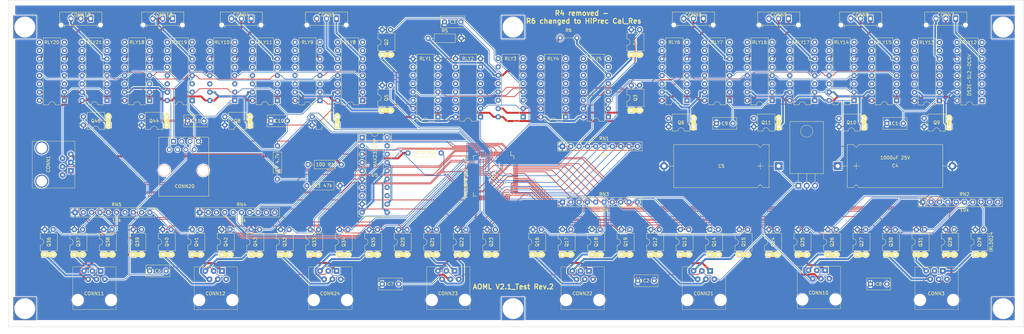
<source format=kicad_pcb>
(kicad_pcb (version 20211014) (generator pcbnew)
  (layers (0 "F.Cu" signal) (31 "B.Cu" signal) (34 "B.Paste" user) (35 "F.Paste" user) (36 "B.SilkS" user "B.Silkscreen") (37 "F.SilkS" user "F.Silkscreen") (38 "B.Mask" user) (39 "F.Mask" user) (44 "Edge.Cuts" user))
  (net 0 "")
  (net 1 "/M7C")
  (net 2 "/M7D")
  (net 3 "/M3B")
  (net 4 "/M3A")
  (net 5 "/XBT7")
  (net 6 "/XBT8")
  (net 9 "/MCLR")
  (net 11 "GND")
  (net 12 "+5V")
  (net 13 "/M6D")
  (net 14 "/M6C")
  (net 15 "/M6B")
  (net 16 "/M6A")
  (net 17 "/M5D")
  (net 18 "/M5C")
  (net 19 "/M8C")
  (net 20 "/M8B")
  (net 21 "/M8A")
  (net 22 "/M5B")
  (net 23 "/M5A")
  (net 24 "/GND_CONT")
  (net 25 "/CAL_RES")
  (net 26 "/CAL_CONT")
  (net 27 "/RLY_RESET")
  (net 40 "/PGD")
  (net 43 "/PGC")
  (net 44 "/XBT6")
  (net 45 "/XBT5")
  (net 46 "/XBT4")
  (net 47 "/XBT3")
  (net 48 "/XBT2")
  (net 49 "/XBT1")
  (net 54 "/M2D")
  (net 55 "/M2C")
  (net 56 "/M2B")
  (net 57 "/M2A")
  (net 58 "/M1D")
  (net 59 "/M1C")
  (net 60 "/M1B")
  (net 61 "/M1A")
  (net 62 "/M4D")
  (net 63 "/M4C")
  (net 64 "/M4B")
  (net 65 "/M4A")
  (net 66 "/M3D")
  (net 67 "/M3C")
  (net 68 "/M7A")
  (net 69 "/M7B")
  (net 71 "+12V")
  (net 72 "Net-(CONN1-Pad3)")
  (net 73 "Net-(CONN3-Pad1)")
  (net 74 "Net-(CONN3-Pad4)")
  (net 75 "Net-(CONN3-Pad5)")
  (net 77 "Net-(U5-Pad11)")
  (net 78 "/TX1")
  (net 79 "Net-(U5-Pad12)")
  (net 80 "Net-(R2-Pad2)")
  (net 82 "/OUT")
  (net 84 "/IN")
  (net 85 "Net-(U5-Pad10)")
  (net 90 "Net-(Q2-Pad1)")
  (net 91 "Net-(Q3-Pad1)")
  (net 92 "Net-(Q4-Pad1)")
  (net 93 "Net-(Q5-Pad1)")
  (net 94 "Net-(Q6-Pad1)")
  (net 95 "Net-(Q7-Pad1)")
  (net 96 "Net-(Q8-Pad1)")
  (net 97 "Net-(Q9-Pad1)")
  (net 98 "Net-(Q10-Pad1)")
  (net 99 "Net-(Q11-Pad1)")
  (net 100 "Net-(CONN21-Pad4)")
  (net 101 "Net-(CONN21-Pad5)")
  (net 102 "Net-(CONN21-Pad1)")
  (net 103 "Net-(CONN22-Pad4)")
  (net 104 "Net-(CONN22-Pad5)")
  (net 105 "Net-(CONN22-Pad1)")
  (net 106 "Net-(CONN23-Pad4)")
  (net 107 "Net-(CONN23-Pad5)")
  (net 108 "Net-(CONN23-Pad1)")
  (net 109 "Net-(CONN10-Pad4)")
  (net 110 "Net-(CONN10-Pad5)")
  (net 111 "Net-(CONN10-Pad1)")
  (net 112 "Net-(CONN24-Pad4)")
  (net 113 "Net-(CONN24-Pad5)")
  (net 114 "Net-(CONN24-Pad1)")
  (net 115 "Net-(CONN11-Pad4)")
  (net 116 "Net-(CONN11-Pad5)")
  (net 117 "Net-(CONN11-Pad1)")
  (net 118 "Net-(CONN12-Pad4)")
  (net 119 "Net-(CONN12-Pad5)")
  (net 120 "Net-(CONN12-Pad1)")
  (net 121 "Net-(Q44-Pad1)")
  (net 122 "Net-(Q46-Pad1)")
  (net 123 "Net-(R5-Pad1)")
  (net 124 "/B")
  (net 125 "/C")
  (net 126 "/A")
  (net 127 "Net-(RLY4-Pad8)")
  (net 128 "Net-(RLY5-Pad8)")
  (net 129 "Net-(CONN6-Pad2)")
  (net 130 "Net-(CONN6-Pad1)")
  (net 131 "Net-(CONN6-Pad3)")
  (net 132 "Net-(RLY7-Pad8)")
  (net 133 "Net-(CONN5-Pad2)")
  (net 134 "Net-(CONN5-Pad1)")
  (net 135 "Net-(CONN5-Pad3)")
  (net 136 "Net-(RLY9-Pad8)")
  (net 137 "Net-(CONN4-Pad2)")
  (net 138 "Net-(CONN4-Pad1)")
  (net 139 "Net-(CONN4-Pad3)")
  (net 140 "Net-(RLY11-Pad8)")
  (net 141 "Net-(CONN7-Pad2)")
  (net 142 "Net-(CONN7-Pad1)")
  (net 143 "Net-(CONN7-Pad3)")
  (net 144 "Net-(RLY13-Pad8)")
  (net 145 "Net-(CONN8-Pad2)")
  (net 146 "Net-(CONN8-Pad1)")
  (net 147 "Net-(CONN8-Pad3)")
  (net 148 "Net-(RLY15-Pad8)")
  (net 149 "Net-(CONN9-Pad2)")
  (net 150 "Net-(CONN9-Pad1)")
  (net 151 "Net-(CONN9-Pad3)")
  (net 152 "Net-(RLY17-Pad8)")
  (net 153 "Net-(CONN18-Pad2)")
  (net 154 "Net-(CONN18-Pad1)")
  (net 155 "Net-(CONN18-Pad3)")
  (net 156 "Net-(RLY19-Pad8)")
  (net 157 "Net-(CONN19-Pad2)")
  (net 158 "Net-(CONN19-Pad1)")
  (net 159 "Net-(CONN19-Pad3)")
  (net 160 "Net-(RLY21-Pad8)")
  (net 161 "Net-(CONN1-Pad6)")
  (net 162 "/RX1")
  (net 163 "/M8D")
  (net 164 "Net-(RLY1-Pad7)")
  (net 165 "Net-(RLY1-Pad4)")
  (net 166 "Net-(RLY2-Pad7)")
  (net 167 "Net-(RLY2-Pad8)")
  (net 168 "Net-(RLY2-Pad4)")
  (net 169 "Net-(RLY3-Pad6)")
  (net 170 "Net-(RLY3-Pad5)")
  (net 171 "Net-(RLY4-Pad6)")
  (net 172 "Net-(RLY4-Pad7)")
  (net 173 "Net-(RLY4-Pad5)")
  (net 174 "Net-(RLY5-Pad6)")
  (net 175 "Net-(RLY5-Pad7)")
  (net 176 "Net-(RLY5-Pad5)")
  (net 177 "Net-(RLY6-Pad6)")
  (net 178 "Net-(RLY6-Pad5)")
  (net 179 "Net-(RLY7-Pad6)")
  (net 180 "Net-(RLY7-Pad7)")
  (net 181 "Net-(RLY7-Pad5)")
  (net 182 "Net-(RLY8-Pad6)")
  (net 183 "Net-(RLY8-Pad5)")
  (net 184 "Net-(RLY9-Pad6)")
  (net 185 "Net-(RLY9-Pad7)")
  (net 186 "Net-(RLY9-Pad5)")
  (net 187 "Net-(RLY10-Pad6)")
  (net 188 "Net-(RLY10-Pad5)")
  (net 189 "Net-(RLY11-Pad6)")
  (net 190 "Net-(RLY11-Pad7)")
  (net 191 "Net-(RLY11-Pad5)")
  (net 192 "Net-(RLY12-Pad6)")
  (net 193 "Net-(RLY12-Pad5)")
  (net 194 "Net-(RLY13-Pad6)")
  (net 195 "Net-(RLY13-Pad7)")
  (net 196 "Net-(RLY13-Pad5)")
  (net 197 "Net-(RLY14-Pad6)")
  (net 198 "Net-(RLY14-Pad5)")
  (net 199 "Net-(RLY15-Pad6)")
  (net 200 "Net-(RLY15-Pad7)")
  (net 201 "Net-(RLY15-Pad5)")
  (net 202 "Net-(RLY16-Pad6)")
  (net 203 "Net-(RLY16-Pad5)")
  (net 204 "Net-(RLY17-Pad6)")
  (net 205 "Net-(RLY17-Pad7)")
  (net 206 "Net-(RLY17-Pad5)")
  (net 207 "Net-(RLY18-Pad6)")
  (net 208 "Net-(RLY18-Pad5)")
  (net 209 "Net-(RLY19-Pad6)")
  (net 210 "Net-(RLY19-Pad7)")
  (net 211 "Net-(RLY19-Pad5)")
  (net 212 "Net-(RLY20-Pad6)")
  (net 213 "Net-(RLY20-Pad5)")
  (net 214 "Net-(RLY21-Pad6)")
  (net 215 "Net-(RLY21-Pad7)")
  (net 216 "Net-(RLY21-Pad5)")
  (net 217 "Net-(CONN3-Pad3)")
  (net 218 "Net-(CONN10-Pad3)")
  (net 219 "Net-(CONN11-Pad3)")
  (net 220 "Net-(CONN12-Pad3)")
  (net 221 "Net-(CONN21-Pad3)")
  (net 222 "Net-(CONN22-Pad3)")
  (net 223 "Net-(CONN23-Pad3)")
  (net 224 "Net-(CONN24-Pad3)")
  (net 225 "Net-(R6-Pad2)")
  (net 226 "Net-(RLY3-Pad4)")
  (footprint "digikey-footprints-AOML:C_Rect_L7.2mm_W3.5mm_P5.00mm_FKS2_FKP2_MKS2_MKP2" (layer "F.Cu") (at 312.962 143.81 180)
    (fp_text reference "C1")
    (fp_text value "0.1uF")
  )
  (footprint "digikey-footprints-AOML:C_Rect_L7.2mm_W3.5mm_P5.00mm_FKS2_FKP2_MKS2_MKP2" (layer "F.Cu") (at 236.962 191.81 180)
    (fp_text reference "C2")
    (fp_text value "0.1uF")
  )
  (footprint "digikey-footprints-AOML:C_Rect_L7.2mm_W3.5mm_P5.00mm_FKS2_FKP2_MKS2_MKP2" (layer "F.Cu") (at 177.962 112.81 180)
    (fp_text reference "C3")
    (fp_text value "0.1uF")
  )
  (footprint "Capacitors_THT:CP_Axial_L29.0mm_D13.0mm_P35.00mm_Horizontal" (layer "F.Cu") (at 292.962 156.81)
    (fp_text reference "C4")
    (fp_text value "1000uF 25V")
  )
  (footprint "Capacitors_THT:CP_Axial_L29.0mm_D13.0mm_P35.00mm_Horizontal" (layer "F.Cu") (at 274.962 156.81 180)
    (fp_text reference "C5")
    (fp_text value "1000uF 25V")
  )
  (footprint "digikey-footprints-AOML:C_Rect_L7.2mm_W3.5mm_P5.00mm_FKS2_FKP2_MKS2_MKP2" (layer "F.Cu") (at 87.9856 188.823 180)
    (fp_text reference "C6")
    (fp_text value "0.1uF")
  )
  (footprint "digikey-footprints-AOML:C_Rect_L7.2mm_W3.5mm_P5.00mm_FKS2_FKP2_MKS2_MKP2" (layer "F.Cu") (at 158.962 192.81 180)
    (fp_text reference "C7")
    (fp_text value "0.1uF")
  )
  (footprint "digikey-footprints-AOML:C_Rect_L7.2mm_W3.5mm_P5.00mm_FKS2_FKP2_MKS2_MKP2" (layer "F.Cu") (at 307.962 192.81 180)
    (fp_text reference "C8")
    (fp_text value "0.1uF")
  )
  (footprint "digikey-footprints-AOML:C_Rect_L7.2mm_W3.5mm_P5.00mm_FKS2_FKP2_MKS2_MKP2" (layer "F.Cu") (at 260.962 143.81 180)
    (fp_text reference "C9")
    (fp_text value "0.1uF")
  )
  (footprint "digikey-footprints-AOML:C_Rect_L7.2mm_W3.5mm_P5.00mm_FKS2_FKP2_MKS2_MKP2" (layer "F.Cu") (at 124.968 143.027 180)
    (fp_text reference "C10")
    (fp_text value "0.1uF")
  )
  (footprint "digikey-footprints-AOML:C_Rect_L7.2mm_W3.5mm_P5.00mm_FKS2_FKP2_MKS2_MKP2" (layer "F.Cu") (at 99.568 143.027 180)
    (fp_text reference "C11")
    (fp_text value "0.1uF")
  )
  (footprint "Housings_QFP:TQFP-80_12x12mm_Pitch0.5mm" (layer "F.Cu") (at 187.962 159.81 -90)
    (fp_text reference "Q1")
    (fp_text value "PIC18F8722-I/PT")
  )
  (footprint "digikey-footprints-AOML:DIP-4_W7.62mm" (layer "F.Cu") (at 153.962 122.81 90)
    (fp_text reference "Q2")
    (fp_text value "IRLD024")
  )
  (footprint "digikey-footprints-AOML:DIP-4_W7.62mm" (layer "F.Cu") (at 229.962 139.81 90)
    (fp_text reference "Q3")
    (fp_text value "IRLD024")
  )
  (footprint "digikey-footprints-AOML:DIP-4_W7.62mm" (layer "F.Cu") (at 229.962 122.81 90)
    (fp_text reference "Q4")
    (fp_text value "IRLD024")
  )
  (footprint "digikey-footprints-AOML:DIP-4_W7.62mm" (layer "F.Cu") (at 153.962 139.81 90)
    (fp_text reference "Q5")
    (fp_text value "IRLD024")
  )
  (footprint "digikey-footprints-AOML:DIP-4_W7.62mm" (layer "F.Cu") (at 248.962 144.81 180)
    (fp_text reference "Q6")
    (fp_text value "IRLD024")
  )
  (footprint "digikey-footprints-AOML:DIP-4_W7.62mm" (layer "F.Cu") (at 140.208 144.297 180)
    (fp_text reference "Q7")
    (fp_text value "IRLD024")
  )
  (footprint "digikey-footprints-AOML:DIP-4_W7.62mm" (layer "F.Cu") (at 113.538 144.297 180)
    (fp_text reference "Q8")
    (fp_text value "IRLD024")
  )
  (footprint "digikey-footprints-AOML:DIP-4_W7.62mm" (layer "F.Cu") (at 326.962 144.81 180)
    (fp_text reference "Q9")
    (fp_text value "IRLD024")
  )
  (footprint "digikey-footprints-AOML:DIP-4_W7.62mm" (layer "F.Cu") (at 300.962 144.81 180)
    (fp_text reference "Q10")
    (fp_text value "IRLD024")
  )
  (footprint "digikey-footprints-AOML:DIP-4_W7.62mm" (layer "F.Cu") (at 274.962 144.81 180)
    (fp_text reference "Q11")
    (fp_text value "IRLD024")
  )
  (footprint "digikey-footprints-AOML:DIP-4_W7.62mm" (layer "F.Cu") (at 235.962 183.81 90)
    (fp_text reference "Q12")
    (fp_text value "IRLD024")
  )
  (footprint "digikey-footprints-AOML:DIP-4_W7.62mm" (layer "F.Cu") (at 244.962 183.81 90)
    (fp_text reference "Q13")
    (fp_text value "IRLD024")
  )
  (footprint "digikey-footprints-AOML:DIP-4_W7.62mm" (layer "F.Cu") (at 253.962 183.81 90)
    (fp_text reference "Q14")
    (fp_text value "IRLD024")
  )
  (footprint "digikey-footprints-AOML:DIP-4_W7.62mm" (layer "F.Cu") (at 262.962 183.81 90)
    (fp_text reference "Q15")
    (fp_text value "IRLD024")
  )
  (footprint "digikey-footprints-AOML:DIP-4_W7.62mm" (layer "F.Cu") (at 199.962 183.81 90)
    (fp_text reference "Q16")
    (fp_text value "IRLD024")
  )
  (footprint "digikey-footprints-AOML:DIP-4_W7.62mm" (layer "F.Cu") (at 208.962 183.81 90)
    (fp_text reference "Q17")
    (fp_text value "IRLD024")
  )
  (footprint "digikey-footprints-AOML:DIP-4_W7.62mm" (layer "F.Cu") (at 217.962 183.81 90)
    (fp_text reference "Q18")
    (fp_text value "IRLD024")
  )
  (footprint "digikey-footprints-AOML:DIP-4_W7.62mm" (layer "F.Cu") (at 226.962 183.81 90)
    (fp_text reference "Q19")
    (fp_text value "IRLD024")
  )
  (footprint "digikey-footprints-AOML:DIP-4_W7.62mm" (layer "F.Cu") (at 158.962 183.81 90)
    (fp_text reference "Q20")
    (fp_text value "IRLD024")
  )
  (footprint "digikey-footprints-AOML:DIP-4_W7.62mm" (layer "F.Cu") (at 167.962 183.81 90)
    (fp_text reference "Q21")
    (fp_text value "IRLD024")
  )
  (footprint "digikey-footprints-AOML:DIP-4_W7.62mm" (layer "F.Cu") (at 176.962 183.81 90)
    (fp_text reference "Q22")
    (fp_text value "IRLD024")
  )
  (footprint "digikey-footprints-AOML:DIP-4_W7.62mm" (layer "F.Cu") (at 185.962 183.81 90)
    (fp_text reference "Q23")
    (fp_text value "IRLD024")
  )
  (footprint "digikey-footprints-AOML:DIP-4_W7.62mm" (layer "F.Cu") (at 271.962 183.81 90)
    (fp_text reference "Q24")
    (fp_text value "IRLD024")
  )
  (footprint "digikey-footprints-AOML:DIP-4_W7.62mm" (layer "F.Cu") (at 280.962 183.81 90)
    (fp_text reference "Q25")
    (fp_text value "IRLD024")
  )
  (footprint "digikey-footprints-AOML:DIP-4_W7.62mm" (layer "F.Cu") (at 289.962 183.81 90)
    (fp_text reference "Q26")
    (fp_text value "IRLD024")
  )
  (footprint "digikey-footprints-AOML:DIP-4_W7.62mm" (layer "F.Cu") (at 298.962 183.81 90)
    (fp_text reference "Q27")
    (fp_text value "IRLD024")
  )
  (footprint "digikey-footprints-AOML:DIP-4_W7.62mm" (layer "F.Cu") (at 325.962 183.81 90)
    (fp_text reference "Q28")
    (fp_text value "IRLD024")
  )
  (footprint "digikey-footprints-AOML:DIP-4_W7.62mm" (layer "F.Cu") (at 334.962 183.81 90)
    (fp_text reference "Q29")
    (fp_text value "IRLD024")
  )
  (footprint "digikey-footprints-AOML:DIP-4_W7.62mm" (layer "F.Cu") (at 307.962 183.81 90)
    (fp_text reference "Q30")
    (fp_text value "IRLD024")
  )
  (footprint "digikey-footprints-AOML:DIP-4_W7.62mm" (layer "F.Cu") (at 316.962 183.81 90)
    (fp_text reference "Q31")
    (fp_text value "IRLD024")
  )
  (footprint "digikey-footprints-AOML:DIP-4_W7.62mm" (layer "F.Cu") (at 122.962 183.81 90)
    (fp_text reference "Q32")
    (fp_text value "IRLD024")
  )
  (footprint "digikey-footprints-AOML:DIP-4_W7.62mm" (layer "F.Cu") (at 131.962 183.81 90)
    (fp_text reference "Q33")
    (fp_text value "IRLD024")
  )
  (footprint "digikey-footprints-AOML:DIP-4_W7.62mm" (layer "F.Cu") (at 140.962 183.81 90)
    (fp_text reference "Q34")
    (fp_text value "IRLD024")
  )
  (footprint "digikey-footprints-AOML:DIP-4_W7.62mm" (layer "F.Cu") (at 149.962 183.81 90)
    (fp_text reference "Q35")
    (fp_text value "IRLD024")
  )
  (footprint "digikey-footprints-AOML:DIP-4_W7.62mm" (layer "F.Cu") (at 50.9524 183.794 90)
    (fp_text reference "Q36")
    (fp_text value "IRLD024")
  )
  (footprint "digikey-footprints-AOML:DIP-4_W7.62mm" (layer "F.Cu") (at 59.962 183.81 90)
    (fp_text reference "Q37")
    (fp_text value "IRLD024")
  )
  (footprint "digikey-footprints-AOML:DIP-4_W7.62mm" (layer "F.Cu") (at 68.962 183.81 90)
    (fp_text reference "Q38")
    (fp_text value "IRLD024")
  )
  (footprint "digikey-footprints-AOML:DIP-4_W7.62mm" (layer "F.Cu") (at 77.962 183.81 90)
    (fp_text reference "Q39")
    (fp_text value "IRLD024")
  )
  (footprint "digikey-footprints-AOML:DIP-4_W7.62mm" (layer "F.Cu") (at 86.962 183.81 90)
    (fp_text reference "Q40")
    (fp_text value "IRLD024")
  )
  (footprint "digikey-footprints-AOML:DIP-4_W7.62mm" (layer "F.Cu") (at 95.962 183.81 90)
    (fp_text reference "Q41")
    (fp_text value "IRLD024")
  )
  (footprint "digikey-footprints-AOML:DIP-4_W7.62mm" (layer "F.Cu") (at 104.962 183.81 90)
    (fp_text reference "Q42")
    (fp_text value "IRLD024")
  )
  (footprint "digikey-footprints-AOML:DIP-4_W7.62mm" (layer "F.Cu") (at 113.962 183.81 90)
    (fp_text reference "Q43")
    (fp_text value "IRLD024")
  )
  (footprint "digikey-footprints-AOML:DIP-4_W7.62mm" (layer "F.Cu") (at 88.138 144.297 180)
    (fp_text reference "Q44")
    (fp_text value "IRLD024")
  )
  (footprint "digikey-footprints-AOML:DIP-4_W7.62mm" (layer "F.Cu") (at 70.358 144.297 180)
    (fp_text reference "Q46")
    (fp_text value "IRLD024")
  )
  (footprint "Resistors_THT:R_Axial_DIN0207_L6.3mm_D2.5mm_P10.16mm_Horizontal" (layer "F.Cu") (at 141.478 156.362 180)
    (fp_text reference "R1")
    (fp_text value "100")
  )
  (footprint "Resistors_THT:R_Axial_DIN0207_L6.3mm_D2.5mm_P10.16mm_Horizontal" (layer "F.Cu") (at 171.962 152.81 180)
    (fp_text reference "R2")
    (fp_text value "470")
  )
  (footprint "Resistors_THT:R_Axial_DIN0207_L6.3mm_D2.5mm_P10.16mm_Horizontal" (layer "F.Cu") (at 130.962 162.81)
    (fp_text reference "R3")
    (fp_text value "47k")
  )
  (footprint "Resistors_THT:R_Axial_DIN0207_L6.3mm_D2.5mm_P10.16mm_Horizontal" (layer "F.Cu") (at 121.962 160.81 90)
    (fp_text reference "R7")
    (fp_text value "4.7k")
  )
  (footprint "Resistors_THT:R_Array_SIP10" (layer "F.Cu") (at 208.962 150.81)
    (fp_text reference "RN1")
    (fp_text value "10k")
  )
  (footprint "Resistors_THT:R_Array_SIP10" (layer "F.Cu") (at 318.962 167.81)
    (fp_text reference "RN2")
    (fp_text value "10k")
  )
  (footprint "Resistors_THT:R_Array_SIP10" (layer "F.Cu") (at 208.962 167.81)
    (fp_text reference "RN3")
    (fp_text value "10k")
  )
  (footprint "Resistors_THT:R_Array_SIP10" (layer "F.Cu") (at 98.298 170.967)
    (fp_text reference "RN4")
    (fp_text value "10k")
  )
  (footprint "Housings_DIP:DIP-20_W7.62mm_Socket" (layer "F.Cu") (at 147.828 148.107)
    (fp_text reference "U5")
    (fp_text value "MAX233CPP")
  )
  (footprint "digikey-footprints-AOML:TO-220-3_Horizontal" (layer "F.Cu") (at 280.962 162.81)
    (fp_text reference "VR1")
    (fp_text value "LM7805" hide)
  )
  (footprint "digikey-footprints-AOML:Molex_Micro-Fit_3.0_43650-0315_1x03_P3.00mm_Vertical" (layer "F.Cu") (at 113.962 111.81 180)
    (fp_text reference "CONN4")
    (fp_text value "Molex_043650-0315")
  )
  (footprint "digikey-footprints-AOML:Molex_Micro-Fit_3.0_43650-0315_1x03_P3.00mm_Vertical" (layer "F.Cu") (at 139.962 111.81 180)
    (fp_text reference "CONN5")
    (fp_text value "Molex_043650-0315")
  )
  (footprint "digikey-footprints-AOML:Molex_Micro-Fit_3.0_43650-0315_1x03_P3.00mm_Vertical" (layer "F.Cu") (at 251.962 111.81 180)
    (fp_text reference "CONN6")
    (fp_text value "Molex_043650-0315")
  )
  (footprint "digikey-footprints-AOML:Molex_Micro-Fit_3.0_43650-0315_1x03_P3.00mm_Vertical" (layer "F.Cu") (at 328.962 111.81 180)
    (fp_text reference "CONN7")
    (fp_text value "Molex_043650-0315")
  )
  (footprint "digikey-footprints-AOML:Molex_Micro-Fit_3.0_43650-0315_1x03_P3.00mm_Vertical" (layer "F.Cu") (at 302.962 111.81 180)
    (fp_text reference "CONN8")
    (fp_text value "Molex_043650-0315")
  )
  (footprint "digikey-footprints-AOML:Molex_Micro-Fit_3.0_43650-0315_1x03_P3.00mm_Vertical" (layer "F.Cu") (at 277.962 111.81 180)
    (fp_text reference "CONN9")
    (fp_text value "Molex_043650-0315")
  )
  (footprint "digikey-footprints-AOML:Molex_Micro-Fit_3.0_43650-0315_1x03_P3.00mm_Vertical" (layer "F.Cu") (at 89.962 111.81 180)
    (fp_text reference "CONN18")
    (fp_text value "Molex_043650-0315")
  )
  (footprint "digikey-footprints-AOML:Molex_Micro-Fit_3.0_43650-0315_1x03_P3.00mm_Vertical" (layer "F.Cu") (at 64.962 111.81 180)
    (fp_text reference "CONN19")
    (fp_text value "Molex_043650-0315")
  )
  (footprint "Mounting_Holes:MountingHole_2.5mm" (layer "F.Cu") (at 44.878 114.397)
    (fp_text reference "REF01")
    (fp_text value "MountingHole_6.35mm")
  )
  (footprint "Mounting_Holes:MountingHole_2.5mm" (layer "F.Cu") (at 343.458 200.337)
    (fp_text reference "REF6")
    (fp_text value "MountingHole_2.5mm")
  )
  (footprint "Mounting_Holes:MountingHole_2.5mm" (layer "F.Cu") (at 343.458 114.397)
    (fp_text reference "REF3")
    (fp_text value "MountingHole_2.5mm")
  )
  (footprint "Mounting_Holes:MountingHole_2.5mm" (layer "F.Cu") (at 44.878 200.337)
    (fp_text reference "REF4")
    (fp_text value "MountingHole_6.35mm")
  )
  (footprint "Mounting_Holes:MountingHole_2.5mm" (layer "F.Cu") (at 193.878 114.397)
    (fp_text reference "REF2")
    (fp_text value "MountingHole_2.5mm")
  )
  (footprint "Mounting_Holes:MountingHole_2.5mm" (layer "F.Cu") (at 193.878 200.337)
    (fp_text reference "REF5")
    (fp_text value "MountingHole_6.35mm")
  )
  (footprint "Resistors_THT:R_Array_SIP10" (layer "F.Cu") (at 60.198 170.967)
    (fp_text reference "RN5")
    (fp_text value "10k")
  )
  (footprint "digikey-footprints-AOML:AL_CABLE_CONN" (layer "F.Cu") (at 88.962 151.81)
    (fp_text reference "CONN20")
    (fp_text value "216550-1")
  )
  (footprint "Pickit3_CONN" (layer "F.Cu") (at 58.928 153.187 -90)
    (fp_text reference "CONN1" hide)
    (fp_text value "216548-1")
  )
  (footprint "digikey-footprints-AOML:216548_1_CONN" (layer "F.Cu") (at 62.9412 188.823)
    (fp_text reference "CONN11")
    (fp_text value "216548-1")
  )
  (footprint "digikey-footprints-AOML:216548_1_CONN" (layer "F.Cu") (at 99.9744 188.823)
    (fp_text reference "CONN12")
    (fp_text value "216548-1")
  )
  (footprint "digikey-footprints-AOML:216548_1_CONN" (layer "F.Cu") (at 170.962 188.81)
    (fp_text reference "CONN23")
    (fp_text value "216548-1")
  )
  (footprint "digikey-footprints-AOML:216548_1_CONN" (layer "F.Cu") (at 134.962 188.81)
    (fp_text reference "CONN24")
    (fp_text value "216548-1")
  )
  (footprint "digikey-footprints-AOML:216548_1_CONN" (layer "F.Cu") (at 319.962 188.81)
    (fp_text reference "CONN3")
    (fp_text value "216548-1")
  )
  (footprint "digikey-footprints-AOML:216548_1_CONN" (layer "F.Cu") (at 284.051 188.62)
    (fp_text reference "CONN10")
    (fp_text value "216548-1")
  )
  (footprint "digikey-footprints-AOML:216548_1_CONN" (layer "F.Cu") (at 248.962 188.81)
    (fp_text reference "CONN21")
    (fp_text value "216548-1")
  )
  (footprint "digikey-footprints-AOML:216548_1_CONN" (layer "F.Cu") (at 211.962 188.81)
    (fp_text reference "CONN22")
    (fp_text value "216548-1")
  )
  (footprint "digikey-footprints-AOML:DIP-16_W7.62mm_RELAY" (layer "F.Cu") (at 170.962 141.81 180)
    (fp_text reference "RLY1")
    (fp_text value "DS2E-SL2-DC5V")
  )
  (footprint "digikey-footprints-AOML:DIP-16_W7.62mm_RELAY" (layer "F.Cu") (at 183.962 141.81 180)
    (fp_text reference "RLY2")
    (fp_text value "DS2E-SL2-DC5V")
  )
  (footprint "digikey-footprints-AOML:DIP-16_W7.62mm_RELAY" (layer "F.Cu") (at 196.962 141.81 180)
    (fp_text reference "RLY3")
    (fp_text value "DS2E-SL2-DC5V")
  )
  (footprint "digikey-footprints-AOML:DIP-16_W7.62mm_RELAY" (layer "F.Cu") (at 209.962 141.81 180)
    (fp_text reference "RLY4")
    (fp_text value "DS2E-SL2-DC5V")
  )
  (footprint "digikey-footprints-AOML:DIP-16_W7.62mm_RELAY" (layer "F.Cu") (at 222.962 141.81 180)
    (fp_text reference "RLY5")
    (fp_text value "DS2E-SL2-DC5V")
  )
  (footprint "digikey-footprints-AOML:DIP-16_W7.62mm_RELAY" (layer "F.Cu") (at 246.962 136.81 180)
    (fp_text reference "RLY6")
    (fp_text value "DS2E-SL2-DC5V")
  )
  (footprint "digikey-footprints-AOML:DIP-16_W7.62mm_RELAY" (layer "F.Cu") (at 259.962 136.81 180)
    (fp_text reference "RLY7")
    (fp_text value "DS2E-SL2-DC5V")
  )
  (footprint "digikey-footprints-AOML:DIP-16_W7.62mm_RELAY" (layer "F.Cu") (at 147.962 136.81 180)
    (fp_text reference "RLY8")
    (fp_text value "DS2E-SL2-DC5V")
  )
  (footprint "digikey-footprints-AOML:DIP-16_W7.62mm_RELAY" (layer "F.Cu") (at 134.962 136.81 180)
    (fp_text reference "RLY9")
    (fp_text value "DS2E-SL2-DC5V")
  )
  (footprint "digikey-footprints-AOML:DIP-16_W7.62mm_RELAY" (layer "F.Cu") (at 108.962 136.81 180)
    (fp_text reference "RLY10")
    (fp_text value "DS2E-SL2-DC5V")
  )
  (footprint "digikey-footprints-AOML:DIP-16_W7.62mm_RELAY" (layer "F.Cu") (at 121.962 136.81 180)
    (fp_text reference "RLY11")
    (fp_text value "DS2E-SL2-DC5V")
  )
  (footprint "digikey-footprints-AOML:DIP-16_W7.62mm_RELAY" (layer "F.Cu") (at 337.007 136.855 180)
    (fp_text reference "RLY12")
    (fp_text value "DS2E-SL2-DC5V")
  )
  (footprint "digikey-footprints-AOML:DIP-16_W7.62mm_RELAY" (layer "F.Cu") (at 324.002 136.855 180)
    (fp_text reference "RLY13")
    (fp_text value "DS2E-SL2-DC5V")
  )
  (footprint "digikey-footprints-AOML:DIP-16_W7.62mm_RELAY" (layer "F.Cu") (at 297.962 136.81 180)
    (fp_text reference "RLY14")
    (fp_text value "DS2E-SL2-DC5V")
  )
  (footprint "digikey-footprints-AOML:DIP-16_W7.62mm_RELAY" (layer "F.Cu") (at 310.962 136.81 180)
    (fp_text reference "RLY15")
    (fp_text value "DS2E-SL2-DC5V")
  )
  (footprint "digikey-footprints-AOML:DIP-16_W7.62mm_RELAY" (layer "F.Cu") (at 272.962 136.81 180)
    (fp_text reference "RLY16")
    (fp_text value "DS2E-SL2-DC5V")
  )
  (footprint "digikey-footprints-AOML:DIP-16_W7.62mm_RELAY" (layer "F.Cu") (at 285.962 136.81 180)
    (fp_text reference "RLY17")
    (fp_text value "DS2E-SL2-DC5V")
  )
  (footprint "digikey-footprints-AOML:DIP-16_W7.62mm_RELAY" (layer "F.Cu") (at 82.962 136.81 180)
    (fp_text reference "RLY18")
    (fp_text value "DS2E-SL2-DC5V")
  )
  (footprint "digikey-footprints-AOML:DIP-16_W7.62mm_RELAY" (layer "F.Cu") (at 95.962 136.81 180)
    (fp_text reference "RLY19")
    (fp_text value "DS2E-SL2-DC5V")
  )
  (footprint "digikey-footprints-AOML:DIP-16_W7.62mm_RELAY" (layer "F.Cu") (at 56.962 136.81 180)
    (fp_text reference "RLY20")
    (fp_text value "DS2E-SL2-DC5V")
  )
  (footprint "digikey-footprints-AOML:DIP-16_W7.62mm_RELAY" (layer "F.Cu") (at 69.962 136.81 180)
    (fp_text reference "RLY21")
    (fp_text value "DS2E-SL2-DC5V")
  )
  (footprint "Resistors_THT:R_Axial_DIN0207_L6.3mm_D2.5mm_P10.16mm_Horizontal" (layer "F.Cu") (at 167.945 117.805)
    (fp_text reference "R5")
    (fp_text value "15k")
  )
  (footprint "Resistors_THT:R_Axial_DIN0207_L6.3mm_D2.5mm_P5.08mm_Vertical" (layer "F.Cu") (at 208.28 117.704)
    (fp_text reference "R6")
    (fp_text value "5k")
  )
  (gr_line (start 39.878 205.8974) (end 39.878 106.1974) (layer "Edge.Cuts") (width 0.1))
  (gr_line (start 39.878 106.1974) (end 349.778 106.1974) (layer "Edge.Cuts") (width 0.1))
  (gr_line (start 349.778 106.1974) (end 349.778 205.8974) (layer "Edge.Cuts") (width 0.1))
  (gr_line (start 349.778 205.8974) (end 39.878 205.8974) (layer "Edge.Cuts") (width 0.1))
  (gr_text "R4 removed - \nR6 changed to HiPrec Cal_Res" (at 215.4428 111.3536) (layer "F.SilkS") (effects (font (size 1.5 1.5) (thickness 0.3))))
  (gr_text "AOML V2.1_Test Rev.2" (at 193.9544 193.6496) (layer "F.SilkS") (effects (font (size 1.5 1.5) (thickness 0.3))))
  (segment (start 80.4558 172.4935) (end 79.178 171.2157) (width 0.2) (layer "F.Cu") (net 1))
  (segment (start 79.178 171.2157) (end 79.178 170.967) (width 0.2) (layer "F.Cu") (net 1))
  (segment (start 192.712 153.11) (end 192.712 151.96) (width 0.2) (layer "F.Cu") (net 1))
  (segment (start 190.6767 149.9247) (end 179.983 149.9247) (width 0.2) (layer "F.Cu") (net 1))
  (segment (start 192.712 151.96) (end 190.6767 149.9247) (width 0.2) (layer "F.Cu") (net 1))
  (segment (start 103.8055 172.4935) (end 80.4558 172.4935) (width 0.2) (layer "F.Cu") (net 1))
  (segment (start 77.978 170.967) (end 79.178 170.967) (width 0.2) (layer "F.Cu") (net 1))
  (segment (start 179.983 149.9247) (end 179.8131 150.0946) (width 0.2) (layer "F.Cu") (net 1))
  (segment (start 107.502 176.19) (end 103.8055 172.4935) (width 0.2) (layer "F.Cu") (net 1))
  (via (at 179.8131 150.0946) (size 0.6) (drill 0.4) (layers "F.Cu" "B.Cu") (net 1))
  (segment (start 151.7811 172.6202) (end 145.6964 178.7049) (width 0.2) (layer "B.Cu") (net 1))
  (segment (start 179.8131 150.0946) (end 179.8131 154.4264) (width 0.2) (layer "B.Cu") (net 1))
  (segment (start 111.2169 178.7049) (end 108.702 176.19) (width 0.2) (layer "B.Cu") (net 1))
  (segment (start 179.8131 154.4264) (end 161.6193 172.6202) (width 0.2) (layer "B.Cu") (net 1))
  (segment (start 145.6964 178.7049) (end 111.2169 178.7049) (width 0.2) (layer "B.Cu") (net 1))
  (segment (start 161.6193 172.6202) (end 151.7811 172.6202) (width 0.2) (layer "B.Cu") (net 1))
  (segment (start 107.502 176.19) (end 108.702 176.19) (width 0.2) (layer "B.Cu") (net 1))
  (segment (start 98.3185 173.0722) (end 78.4945 173.0722) (width 0.2) (layer "F.Cu") (net 2))
  (segment (start 116.502 176.19) (end 115.302 176.19) (width 0.2) (layer "F.Cu") (net 2))
  (segment (start 115.302 176.34) (end 114.0449 177.5971) (width 0.2) (layer "F.Cu") (net 2))
  (segment (start 180.041 150.6449) (end 180.3913 150.2946) (width 0.2) (layer "F.Cu") (net 2))
  (segment (start 102.8434 177.5971) (end 98.3185 173.0722) (width 0.2) (layer "F.Cu") (net 2))
  (segment (start 114.0449 177.5971) (end 102.8434 177.5971) (width 0.2) (layer "F.Cu") (net 2))
  (segment (start 175.9653 150.6449) (end 180.041 150.6449) (width 0.2) (layer "F.Cu") (net 2))
  (segment (start 75.438 170.967) (end 76.638 170.967) (width 0.2) (layer "F.Cu") (net 2))
  (segment (start 180.3913 150.2946) (end 190.5466 150.2946) (width 0.2) (layer "F.Cu") (net 2))
  (segment (start 190.5466 150.2946) (end 192.212 151.96) (width 0.2) (layer "F.Cu") (net 2))
  (segment (start 192.212 153.11) (end 192.212 151.96) (width 0.2) (layer "F.Cu") (net 2))
  (segment (start 78.4945 173.0722) (end 76.638 171.2157) (width 0.2) (layer "F.Cu") (net 2))
  (segment (start 115.302 176.19) (end 115.302 176.34) (width 0.2) (layer "F.Cu") (net 2))
  (segment (start 76.638 171.2157) (end 76.638 170.967) (width 0.2) (layer "F.Cu") (net 2))
  (segment (start 175.7464 150.426) (end 175.9653 150.6449) (width 0.2) (layer "F.Cu") (net 2))
  (via (at 175.7464 150.426) (size 0.6) (drill 0.4) (layers "F.Cu" "B.Cu") (net 2))
  (segment (start 146.719 149.5951) (end 174.9155 149.5951) (width 0.2) (layer "B.Cu") (net 2))
  (segment (start 116.502 176.19) (end 120.1241 176.19) (width 0.2) (layer "B.Cu") (net 2))
  (segment (start 120.1241 176.19) (end 146.719 149.5951) (width 0.2) (layer "B.Cu") (net 2))
  (segment (start 174.9155 149.5951) (end 175.7464 150.426) (width 0.2) (layer "B.Cu") (net 2))
  (segment (start 191.712 153.11) (end 191.712 154.26) (width 0.2) (layer "F.Cu") (net 3))
  (segment (start 229.282 167.81) (end 215.732 154.26) (width 0.2) (layer "F.Cu") (net 3))
  (segment (start 215.732 154.26) (end 191.712 154.26) (width 0.2) (layer "F.Cu") (net 3))
  (segment (start 230.482 167.6603) (end 230.482 167.81) (width 0.2) (layer "B.Cu") (net 3))
  (segment (start 247.502 176.19) (end 246.302 176.19) (width 0.2) (layer "B.Cu") (net 3))
  (segment (start 237.0216 166.7596) (end 231.3827 166.7596) (width 0.2) (layer "B.Cu") (net 3))
  (segment (start 246.302 176.04) (end 237.0216 166.7596) (width 0.2) (layer "B.Cu") (net 3))
  (segment (start 231.3827 166.7596) (end 230.482 167.6603) (width 0.2) (layer "B.Cu") (net 3))
  (segment (start 229.282 167.81) (end 230.482 167.81) (width 0.2) (layer "B.Cu") (net 3))
  (segment (start 246.302 176.19) (end 246.302 176.04) (width 0.2) (layer "B.Cu") (net 3))
  (segment (start 191.5625 154.6105) (end 191.212 154.26) (width 0.2) (layer "F.Cu") (net 4))
  (segment (start 228.012 167.5906) (end 215.0319 154.6105) (width 0.2) (layer "F.Cu") (net 4))
  (segment (start 215.0319 154.6105) (end 191.5625 154.6105) (width 0.2) (layer "F.Cu") (net 4))
  (segment (start 231.822 167.81) (end 230.622 167.81) (width 0.2) (layer "F.Cu") (net 4))
  (segment (start 230.622 168.0539) (end 229.7783 168.8976) (width 0.2) (layer "F.Cu") (net 4))
  (segment (start 228.012 168.0414) (end 228.012 167.5906) (width 0.2) (layer "F.Cu") (net 4))
  (segment (start 230.622 167.81) (end 230.622 168.0539) (width 0.2) (layer "F.Cu") (net 4))
  (segment (start 191.212 153.11) (end 191.212 154.26) (width 0.2) (layer "F.Cu") (net 4))
  (segment (start 229.7783 168.8976) (end 228.8682 168.8976) (width 0.2) (layer "F.Cu") (net 4))
  (segment (start 228.8682 168.8976) (end 228.012 168.0414) (width 0.2) (layer "F.Cu") (net 4))
  (segment (start 238.502 174.99) (end 232.522 169.01) (width 0.2) (layer "B.Cu") (net 4))
  (segment (start 232.522 169.01) (end 231.822 169.01) (width 0.2) (layer "B.Cu") (net 4))
  (segment (start 231.822 167.81) (end 231.822 169.01) (width 0.2) (layer "B.Cu") (net 4))
  (segment (start 238.502 176.19) (end 238.502 174.99) (width 0.2) (layer "B.Cu") (net 4))
  (segment (start 95.4733 141.9683) (end 102.7134 149.2084) (width 0.2) (layer "F.Cu") (net 5))
  (segment (start 189.397 150.645) (end 190.712 151.96) (width 0.2) (layer "F.Cu") (net 5))
  (segment (start 82.7684 142.8074) (end 92.1118 142.8074) (width 0.2) (layer "F.Cu") (net 5))
  (segment (start 92.9509 141.9683) (end 95.4733 141.9683) (width 0.2) (layer "F.Cu") (net 5))
  (segment (start 175.4124 150.9952) (end 180.1862 150.9952) (width 0.2) (layer "F.Cu") (net 5))
  (segment (start 180.5364 150.645) (end 189.397 150.645) (width 0.2) (layer "F.Cu") (net 5))
  (segment (start 92.1118 142.8074) (end 92.9509 141.9683) (width 0.2) (layer "F.Cu") (net 5))
  (segment (start 186.9803 161.129) (end 187.1855 161.129) (width 0.2) (layer "F.Cu") (net 5))
  (segment (start 187.1855 161.129) (end 190.712 157.6025) (width 0.2) (layer "F.Cu") (net 5))
  (segment (start 173.6256 149.2084) (end 175.4124 150.9952) (width 0.2) (layer "F.Cu") (net 5))
  (segment (start 190.712 152.535) (end 190.712 153.11) (width 0.2) (layer "F.Cu") (net 5))
  (segment (start 190.712 152.535) (end 190.712 151.96) (width 0.2) (layer "F.Cu") (net 5))
  (segment (start 81.718 141.757) (end 82.7684 142.8074) (width 0.2) (layer "F.Cu") (net 5))
  (segment (start 80.518 141.757) (end 81.718 141.757) (width 0.2) (layer "F.Cu") (net 5))
  (segment (start 180.1862 150.9952) (end 180.5364 150.645) (width 0.2) (layer "F.Cu") (net 5))
  (segment (start 190.712 157.6025) (end 190.712 153.11) (width 0.2) (layer "F.Cu") (net 5))
  (segment (start 102.7134 149.2084) (end 173.6256 149.2084) (width 0.2) (layer "F.Cu") (net 5))
  (via (at 186.9803 161.129) (size 0.6) (drill 0.4) (layers "F.Cu" "B.Cu") (net 5))
  (segment (start 192.1994 166.9023) (end 196.5505 166.9023) (width 0.2) (layer "B.Cu") (net 5))
  (segment (start 186.9803 161.6832) (end 192.1994 166.9023) (width 0.2) (layer "B.Cu") (net 5))
  (segment (start 211.502 167.81) (end 210.302 167.81) (width 0.2) (layer "B.Cu") (net 5))
  (segment (start 196.5505 166.9023) (end 196.7233 166.7295) (width 0.2) (layer "B.Cu") (net 5))
  (segment (start 186.9803 161.129) (end 186.9803 161.6832) (width 0.2) (layer "B.Cu") (net 5))
  (segment (start 209.9102 166.7295) (end 210.302 167.1213) (width 0.2) (layer "B.Cu") (net 5))
  (segment (start 210.302 167.1213) (end 210.302 167.81) (width 0.2) (layer "B.Cu") (net 5))
  (segment (start 196.7233 166.7295) (end 209.9102 166.7295) (width 0.2) (layer "B.Cu") (net 5))
  (segment (start 102.038 170.778) (end 102.038 170.967) (width 0.2) (layer "F.Cu") (net 6))
  (segment (start 190.212 157.5787) (end 187.8803 159.9104) (width 0.2) (layer "F.Cu") (net 6))
  (segment (start 179.97 167.157) (end 105.659 167.157) (width 0.2) (layer "F.Cu") (net 6))
  (segment (start 82.2834 165.8848) (end 95.2288 165.8848) (width 0.2) (layer "F.Cu") (net 6))
  (segment (start 190.212 153.11) (end 190.212 154.26) (width 0.2) (layer "F.Cu") (net 6))
  (segment (start 95.2288 165.8848) (end 99.638 170.294) (width 0.2) (layer "F.Cu") (net 6))
  (segment (start 187.8803 159.9104) (end 187.2166 159.9104) (width 0.2) (layer "F.Cu") (net 6))
  (segment (start 190.212 154.26) (end 190.212 157.5787) (width 0.2) (layer "F.Cu") (net 6))
  (segment (start 187.2166 159.9104) (end 179.97 167.157) (width 0.2) (layer "F.Cu") (net 6))
  (segment (start 100.838 170.967) (end 102.038 170.967) (width 0.2) (layer "F.Cu") (net 6))
  (segment (start 100.838 170.967) (end 99.638 170.967) (width 0.2) (layer "F.Cu") (net 6))
  (segment (start 99.638 170.294) (end 99.638 170.967) (width 0.2) (layer "F.Cu") (net 6))
  (segment (start 105.659 167.157) (end 102.038 170.778) (width 0.2) (layer "F.Cu") (net 6))
  (via (at 82.2834 165.8848) (size 0.6) (drill 0.4) (layers "F.Cu" "B.Cu") (net 6))
  (segment (start 62.888 142.957) (end 82.2834 162.3524) (width 0.2) (layer "B.Cu") (net 6))
  (segment (start 62.738 141.757) (end 62.738 142.957) (width 0.2) (layer "B.Cu") (net 6))
  (segment (start 62.738 142.957) (end 62.888 142.957) (width 0.2) (layer "B.Cu") (net 6))
  (segment (start 82.2834 162.3524) (end 82.2834 165.8848) (width 0.2) (layer "B.Cu") (net 6))
  (segment (start 147.5754 151.9453) (end 158.0379 151.9453) (width 0.2) (layer "F.Cu") (net 9))
  (segment (start 132.518 156.362) (end 133.5869 157.4309) (width 0.2) (layer "F.Cu") (net 9))
  (segment (start 142.1391 157.4309) (end 142.7063 156.8637) (width 0.2) (layer "F.Cu") (net 9))
  (segment (start 148.8844 156.1684) (end 148.8844 155.2896) (width 0.2) (layer "F.Cu") (net 9))
  (segment (start 158.6377 151.3455) (end 180.3313 151.3455) (width 0.2) (layer "F.Cu") (net 9))
  (segment (start 142.7063 156.8637) (end 148.1891 156.8637) (width 0.2) (layer "F.Cu") (net 9))
  (segment (start 146.7485 152.7722) (end 147.5754 151.9453) (width 0.2) (layer "F.Cu") (net 9))
  (segment (start 187.8009 151.0489) (end 188.712 151.96) (width 0.2) (layer "F.Cu") (net 9))
  (segment (start 188.712 153.11) (end 188.712 151.96) (width 0.2) (layer "F.Cu") (net 9))
  (segment (start 158.0379 151.9453) (end 158.6377 151.3455) (width 0.2) (layer "F.Cu") (net 9))
  (segment (start 180.3313 151.3455) (end 180.6279 151.0489) (width 0.2) (layer "F.Cu") (net 9))
  (segment (start 131.318 156.362) (end 132.518 156.362) (width 0.2) (layer "F.Cu") (net 9))
  (segment (start 180.6279 151.0489) (end 187.8009 151.0489) (width 0.2) (layer "F.Cu") (net 9))
  (segment (start 147.591 154.4633) (end 146.7485 153.6208) (width 0.2) (layer "F.Cu") (net 9))
  (segment (start 148.0581 154.4633) (end 147.591 154.4633) (width 0.2) (layer "F.Cu") (net 9))
  (segment (start 133.5869 157.4309) (end 142.1391 157.4309) (width 0.2) (layer "F.Cu") (net 9))
  (segment (start 148.1891 156.8637) (end 148.8844 156.1684) (width 0.2) (layer "F.Cu") (net 9))
  (segment (start 148.8844 155.2896) (end 148.0581 154.4633) (width 0.2) (layer "F.Cu") (net 9))
  (segment (start 146.7485 153.6208) (end 146.7485 152.7722) (width 0.2) (layer "F.Cu") (net 9))
  (segment (start 130.962 160.81) (end 130.962 162.81) (width 0.2) (layer "B.Cu") (net 9))
  (segment (start 131.318 156.362) (end 131.318 157.562) (width 0.2) (layer "B.Cu") (net 9))
  (segment (start 131.318 157.562) (end 130.962 157.918) (width 0.2) (layer "B.Cu") (net 9))
  (segment (start 130.962 160.81) (end 121.962 160.81) (width 0.2) (layer "B.Cu") (net 9))
  (segment (start 130.962 157.918) (end 130.962 160.81) (width 0.2) (layer "B.Cu") (net 9))
  (segment (start 153.962 132.19) (end 152.762 132.19) (width 0.2) (layer "F.Cu") (net 11))
  (segment (start 318.962 166.61) (end 319.762 166.61) (width 0.2) (layer "F.Cu") (net 11))
  (segment (start 255.889 143.737) (end 243.615 143.737) (width 0.2) (layer "F.Cu") (net 11))
  (segment (start 233.562 152.01) (end 211.2119 152.01) (width 0.2) (layer "F.Cu") (net 11))
  (segment (start 82.7906 143.2244) (end 81.718 144.297) (width 0.2) (layer "F.Cu") (net 11))
  (segment (start 264.162 176.19) (end 264.162 176.0444) (width 0.2) (layer "F.Cu") (net 11))
  (segment (start 253.962 176.19) (end 252.762 176.19) (width 0.2) (layer "F.Cu") (net 11))
  (segment (start 86.962 176.19) (end 88.162 176.19) (width 0.2) (layer "F.Cu") (net 11))
  (segment (start 113.962 176.19) (end 112.762 176.19) (width 0.2) (layer "F.Cu") (net 11))
  (segment (start 237.162 176.0444) (end 237.162 176.19) (width 0.2) (layer "F.Cu") (net 11))
  (segment (start 192.2476 160.06) (end 193.512 160.06) (width 0.2) (layer "F.Cu") (net 11))
  (segment (start 88.162 175.9751) (end 89.0039 175.1332) (width 0.2) (layer "F.Cu") (net 11))
  (segment (start 62.738 144.297) (end 63.938 144.297) (width 0.2) (layer "F.Cu") (net 11))
  (segment (start 245.562 176.19) (end 246.162 176.19) (width 0.2) (layer "F.Cu") (net 11))
  (segment (start 106.162 176.3379) (end 106.162 176.19) (width 0.2) (layer "F.Cu") (net 11))
  (segment (start 289.962 176.19) (end 291.162 176.19) (width 0.2) (layer "F.Cu") (net 11))
  (segment (start 133.162 176.4177) (end 133.9895 177.2452) (width 0.2) (layer "F.Cu") (net 11))
  (segment (start 241.342 144.81) (end 242.542 144.81) (width 0.2) (layer "F.Cu") (net 11))
  (segment (start 94.568 143.2244) (end 94.568 145.986) (width 0.2) (layer "F.Cu") (net 11))
  (segment (start 180.112 159.8315) (end 180.112 160.06) (width 0.2) (layer "F.Cu") (net 11))
  (segment (start 142.3046 139.0744) (end 145.7151 135.6639) (width 0.2) (layer "F.Cu") (net 11))
  (segment (start 269.7075 175.1355) (end 270.762 176.19) (width 0.2) (layer "F.Cu") (net 11))
  (segment (start 231.0211 117.4491) (end 231.0211 129.9309) (width 0.2) (layer "F.Cu") (net 11))
  (segment (start 89.0039 175.1332) (end 93.7052 175.1332) (width 0.2) (layer "F.Cu") (net 11))
  (segment (start 181.262 160.06) (end 180.112 160.06) (width 0.2) (layer "F.Cu") (net 11))
  (segment (start 112.762 176.19) (end 111.7098 177.2422) (width 0.2) (layer "F.Cu") (net 11))
  (segment (start 104.962 176.19) (end 106.162 176.19) (width 0.2) (layer "F.Cu") (net 11))
  (segment (start 132.588 144.297) (end 133.788 144.297) (width 0.2) (layer "F.Cu") (net 11))
  (segment (start 262.962 176.19) (end 264.162 176.19) (width 0.2) (layer "F.Cu") (net 11))
  (segment (start 178.105 122.399) (end 178.105 119.005) (width 0.2) (layer "F.Cu") (net 11))
  (segment (start 178.105 117.805) (end 178.105 119.005) (width 0.2) (layer "F.Cu") (net 11))
  (segment (start 77.962 176.19) (end 76.762 176.19) (width 0.2) (layer "F.Cu") (net 11))
  (segment (start 119.968 143.027) (end 121.238 144.297) (width 0.2) (layer "F.Cu") (net 11))
  (segment (start 318.162 176.34) (end 319.1061 177.2841) (width 0.2) (layer "F.Cu") (net 11))
  (segment (start 148.762 176.19) (end 147.7069 177.2451) (width 0.2) (layer "F.Cu") (net 11))
  (segment (start 121.238 144.297) (end 132.588 144.297) (width 0.2) (layer "F.Cu") (net 11))
  (segment (start 133.162 176.19) (end 133.162 176.4177) (width 0.2) (layer "F.Cu") (net 11))
  (segment (start 264.162 176.0444) (end 265.0709 175.1355) (width 0.2) (layer "F.Cu") (net 11))
  (segment (start 187.712 154.3445) (end 187.712 154.26) (width 0.2) (layer "F.Cu") (net 11))
  (segment (start 70.162 176.3353) (end 70.162 176.19) (width 0.2) (layer "F.Cu") (net 11))
  (segment (start 140.962 176.19) (end 139.762 176.19) (width 0.2) (layer "F.Cu") (net 11))
  (segment (start 243.762 176.19) (end 242.7075 175.1355) (width 0.2) (layer "F.Cu") (net 11))
  (segment (start 185.962 174.99) (end 188.212 172.74) (width 0.2) (layer "F.Cu") (net 11))
  (segment (start 255.962 143.81) (end 255.889 143.737) (width 0.2) (layer "F.Cu") (net 11))
  (segment (start 138.7068 177.2452) (end 139.762 176.19) (width 0.2) (layer "F.Cu") (net 11))
  (segment (start 71.0715 177.2448) (end 70.162 176.3353) (width 0.2) (layer "F.Cu") (net 11))
  (segment (start 170.962 124.03) (end 163.342 124.03) (width 0.2) (layer "F.Cu") (net 11))
  (segment (start 93.7052 175.1332) (end 94.762 176.19) (width 0.2) (layer "F.Cu") (net 11))
  (segment (start 242.7075 175.1355) (end 238.0709 175.1355) (width 0.2) (layer "F.Cu") (net 11))
  (segment (start 184.4965 157.56) (end 187.712 154.3445) (width 0.2) (layer "F.Cu") (net 11))
  (segment (start 94.568 145.986) (end 97.852 149.27) (width 0.2) (layer "F.Cu") (net 11))
  (segment (start 235.962 176.19) (end 237.162 176.19) (width 0.2) (layer "F.Cu") (net 11))
  (segment (start 297.762 176.19) (end 296.7113 177.2407) (width 0.2) (layer "F.Cu") (net 11))
  (segment (start 185.962 176.19) (end 185.962 174.99) (width 0.2) (layer "F.Cu") (net 11))
  (segment (start 176.342 124.03) (end 177.542 124.03) (width 0.2) (layer "F.Cu") (net 11))
  (segment (start 94.568 143.2244) (end 82.7906 143.2244) (width 0.2) (layer "F.Cu") (net 11))
  (segment (start 78.2436 143.2226) (end 65.0124 143.2226) (width 0.2) (layer "F.Cu") (net 11))
  (segment (start 147.7069 177.2451) (end 143.0451 177.2451) (width 0.2) (layer "F.Cu") (net 11))
  (segment (start 178.105 122.399) (end 181.131 122.399) (width 0.2) (layer "F.Cu") (net 11))
  (segment (start 245.562 176.19) (end 244.962 176.19) (width 0.2) (layer "F.Cu") (net 11))
  (segment (start 75.7072 177.2448) (end 71.0715 177.2448) (width 0.2) (layer "F.Cu") (net 11))
  (segment (start 94.568 143.027) (end 94.568 143.2244) (width 0.2) (layer "F.Cu") (net 11))
  (segment (start 140.962 176.19) (end 142.162 176.19) (width 0.2) (layer "F.Cu") (net 11))
  (segment (start 145.7151 135.6639) (end 149.2881 135.6639) (width 0.2) (layer "F.Cu") (net 11))
  (segment (start 142.162 176.362) (end 142.162 176.19) (width 0.2) (layer "F.Cu") (net 11))
  (segment (start 95.962 176.19) (end 94.762 176.19) (width 0.2) (layer "F.Cu") (net 11))
  (segment (start 219.162 176.19) (end 219.162 175.9627) (width 0.2) (layer "F.Cu") (net 11))
  (segment (start 238.362 156.81) (end 233.562 152.01) (width 0.2) (layer "F.Cu") (net 11))
  (segment (start 298.962 176.19) (end 297.762 176.19) (width 0.2) (layer "F.Cu") (net 11))
  (segment (start 231.0211 129.9309) (end 229.962 130.99) (width 0.2) (layer "F.Cu") (net 11))
  (segment (start 319.762 166.61) (end 327.962 158.41) (width 0.2) (layer "F.Cu") (net 11))
  (segment (start 325.962 176.19) (end 324.762 176.19) (width 0.2) (layer "F.Cu") (net 11))
  (segment (start 187.712 153.11) (end 187.712 154.26) (width 0.2) (layer "F.Cu") (net 11))
  (segment (start 291.9606 177.2407) (end 291.162 176.4421) (width 0.2) (layer "F.Cu") (net 11))
  (segment (start 293.342 144.81) (end 294.542 144.81) (width 0.2) (layer "F.Cu") (net 11))
  (segment (start 247.0709 175.1355) (end 246.162 176.0444) (width 0.2) (layer "F.Cu") (net 11))
  (segment (start 226.962 176.19) (end 225.762 176.19) (width 0.2) (layer "F.Cu") (net 11))
  (segment (start 229.962 132.19) (end 229.962 130.99) (width 0.2) (layer "F.Cu") (net 11))
  (segment (start 208.962 150.81) (end 210.162 150.81) (width 0.2) (layer "F.Cu") (net 11))
  (segment (start 181.131 122.399) (end 182.762 124.03) (width 0.2) (layer "F.Cu") (net 11))
  (segment (start 188.212 164.0956) (end 192.2476 160.06) (width 0.2) (layer "F.Cu") (net 11))
  (segment (start 307.889 143.737) (end 295.615 143.737) (width 0.2) (layer "F.Cu") (net 11))
  (segment (start 88.162 176.19) (end 88.162 175.9751) (width 0.2) (layer "F.Cu") (net 11))
  (segment (start 316.962 176.19) (end 318.162 176.19) (width 0.2) (layer "F.Cu") (net 11))
  (segment (start 319.1061 177.2841) (end 323.6679 177.2841) (width 0.2) (layer "F.Cu") (net 11))
  (segment (start 229.962 115.19) (end 229.962 116.39) (width 0.2) (layer "F.Cu") (net 11))
  (segment (start 252.762 176.19) (end 251.7075 175.1355) (width 0.2) (layer "F.Cu") (net 11))
  (segment (start 139.0106 139.0744) (end 142.3046 139.0744) (width 0.2) (layer "F.Cu") (net 11))
  (segment (start 327.962 156.81) (end 327.962 158.41) (width 0.2) (layer "F.Cu") (net 11))
  (segment (start 246.162 176.0444) (end 246.162 176.19) (width 0.2) (layer "F.Cu") (net 11))
  (segment (start 265.0709 175.1355) (end 269.7075 175.1355) (width 0.2) (layer "F.Cu") (net 11))
  (segment (start 177.542 122.962) (end 178.105 122.399) (width 0.2) (layer "F.Cu") (net 11))
  (segment (start 141.122 162.81) (end 142.322 162.81) (width 0.2) (layer "F.Cu") (net 11))
  (segment (start 219.162 175.9627) (end 219.9891 175.1356) (width 0.2) (layer "F.Cu") (net 11))
  (segment (start 131.962 176.19) (end 133.162 176.19) (width 0.2) (layer "F.Cu") (net 11))
  (segment (start 181.262 157.56) (end 182.412 157.56) (width 0.2) (layer "F.Cu") (net 11))
  (segment (start 180.112 159.7393) (end 180.112 157.56) (width 0.2) (layer "F.Cu") (net 11))
  (segment (start 188.212 166.51) (end 188.212 164.0956) (width 0.2) (layer "F.Cu") (net 11))
  (segment (start 251.7075 175.1355) (end 247.0709 175.1355) (width 0.2) (layer "F.Cu") (net 11))
  (segment (start 180.0659 159.7854) (end 180.112 159.8315) (width 0.2) (layer "F.Cu") (net 11))
  (segment (start 68.962 176.19) (end 70.162 176.19) (width 0.2) (layer "F.Cu") (net 11))
  (segment (start 149.962 176.19) (end 148.762 176.19) (width 0.2) (layer "F.Cu") (net 11))
  (segment (start 149.2881 135.6639) (end 152.762 132.19) (width 0.2) (layer "F.Cu") (net 11))
  (segment (start 111.7098 177.2422) (end 107.0663 177.2422) (width 0.2) (layer "F.Cu") (net 11))
  (segment (start 211.2119 152.01) (end 210.162 150.9601) (width 0.2) (layer "F.Cu") (net 11))
  (segment (start 107.0663 177.2422) (end 106.162 176.3379) (width 0.2) (layer "F.Cu") (net 11))
  (segment (start 182.412 157.56) (end 184.4965 157.56) (width 0.2) (layer "F.Cu") (net 11))
  (segment (start 133.9895 177.2452) (end 138.7068 177.2452) (width 0.2) (layer "F.Cu") (net 11))
  (segment (start 239.962 156.81) (end 238.362 156.81) (width 0.2) (layer "F.Cu") (net 11))
  (segment (start 177.542 124.03) (end 177.542 122.962) (width 0.2) (layer "F.Cu") (net 11))
  (segment (start 133.788 144.297) (end 139.0106 139.0744) (width 0.2) (layer "F.Cu") (net 11))
  (segment (start 291.162 176.4421) (end 291.162 176.19) (width 0.2) (layer "F.Cu") (net 11))
  (segment (start 105.918 144.297) (end 107.118 144.297) (width 0.2) (layer "F.Cu") (net 11))
  (segment (start 143.0451 177.2451) (end 142.162 176.362) (width 0.2) (layer "F.Cu") (net 11))
  (segment (start 295.615 143.737) (end 294.542 144.81) (width 0.2) (layer "F.Cu") (net 11))
  (segment (start 229.962 116.39) (end 231.0211 117.4491) (width 0.2) (layer "F.Cu") (net 11))
  (segment (start 224.7076 175.1356) (end 225.762 176.19) (width 0.2) (layer "F.Cu") (net 11))
  (segment (start 217.962 176.19) (end 219.162 176.19) (width 0.2) (layer "F.Cu") (net 11))
  (segment (start 76.762 176.19) (end 75.7072 177.2448) (width 0.2) (layer "F.Cu") (net 11))
  (segment (start 180.0659 159.7854) (end 180.112 159.7393) (width 0.2) (layer "F.Cu") (net 11))
  (segment (start 188.212 172.74) (end 188.212 166.51) (width 0.2) (layer "F.Cu") (net 11))
  (segment (start 144.325 160.807) (end 147.828 160.807) (width 0.2) (layer "F.Cu") (net 11))
  (segment (start 142.322 162.81) (end 144.325 160.807) (width 0.2) (layer "F.Cu") (net 11))
  (segment (start 180.0659 159.7854) (end 180.0197 159.7854) (width 0.2) (layer "F.Cu") (net 11))
  (segment (start 318.962 167.81) (end 318.962 166.61) (width 0.2) (layer "F.Cu") (net 11))
  (segment (start 318.162 176.19) (end 318.162 176.34) (width 0.2) (layer "F.Cu") (net 11))
  (segment (start 183.962 124.03) (end 182.762 124.03) (width 0.2) (layer "F.Cu") (net 11))
  (segment (start 244.962 176.19) (end 243.762 176.19) (width 0.2) (layer "F.Cu") (net 11))
  (segment (start 194.662 160.06) (end 193.512 160.06) (width 0.2) (layer "F.Cu") (net 11))
  (segment (start 108.388 143.027) (end 119.968 143.027) (width 0.2) (layer "F.Cu") (net 11))
  (segment (start 210.162 150.9601) (end 210.162 150.81) (width 0.2) (layer "F.Cu") (net 11))
  (segment (start 243.615 143.737) (end 242.542 144.81) (width 0.2) (layer "F.Cu") (net 11))
  (segment (start 79.318 144.297) (end 78.2436 143.2226) (width 0.2) (layer "F.Cu") (net 11))
  (segment (start 107.118 144.297) (end 108.388 143.027) (width 0.2) (layer "F.Cu") (net 11))
  (segment (start 80.518 144.297) (end 79.318 144.297) (width 0.2) (layer "F.Cu") (net 11))
  (segment (start 307.962 143.81) (end 307.889 143.737) (width 0.2) (layer "F.Cu") (net 11))
  (segment (start 271.962 176.19) (end 270.762 176.19) (width 0.2) (layer "F.Cu") (net 11))
  (segment (start 238.0709 175.1355) (end 237.162 176.0444) (width 0.2) (layer "F.Cu") (net 11))
  (segment (start 323.6679 177.2841) (end 324.762 176.19) (width 0.2) (layer "F.Cu") (net 11))
  (segment (start 219.9891 175.1356) (end 224.7076 175.1356) (width 0.2) (layer "F.Cu") (net 11))
  (segment (start 65.0124 143.2226) (end 63.938 144.297) (width 0.2) (layer "F.Cu") (net 11))
  (segment (start 181.262 157.56) (end 180.112 157.56) (width 0.2) (layer "F.Cu") (net 11))
  (segment (start 170.962 124.03) (end 176.342 124.03) (width 0.2) (layer "F.Cu") (net 11))
  (segment (start 80.518 144.297) (end 81.718 144.297) (width 0.2) (layer "F.Cu") (net 11))
  (segment (start 296.7113 177.2407) (end 291.9606 177.2407) (width 0.2) (layer "F.Cu") (net 11))
  (via (at 180.0197 159.7854) (size 0.6) (drill 0.4) (layers "F.Cu" "B.Cu") (net 11))
  (segment (start 60.198 155.727) (end 60.198 169.767) (width 0.2) (layer "B.Cu") (net 11))
  (segment (start 208.962 176.19) (end 210.162 176.19) (width 0.2) (layer "B.Cu") (net 11))
  (segment (start 215.6675 177.2845) (end 211.0805 177.2845) (width 0.2) (layer "B.Cu") (net 11))
  (segment (start 230.7678 175.1187) (end 231.962 176.3129) (width 0.2) (layer "B.Cu") (net 11))
  (segment (start 283.502 162.81) (end 283.502 161.51) (width 0.2) (layer "B.Cu") (net 11))
  (segment (start 309.0244 144.8724) (end 318.0796 144.8724) (width 0.2) (layer "B.Cu") (net 11))
  (segment (start 325.962 176.19) (end 327.162 176.19) (width 0.2) (layer "B.Cu") (net 11))
  (segment (start 298.962 176.19) (end 300.1081 176.19) (width 0.2) (layer "B.Cu") (net 11))
  (segment (start 140.962 176.19) (end 140.962 174.99) (width 0.2) (layer "B.Cu") (net 11))
  (segment (start 234.6391 176.3129) (end 234.762 176.19) (width 0.2) (layer "B.Cu") (net 11))
  (segment (start 174.6713 177.2807) (end 175.762 176.19) (width 0.2) (layer "B.Cu") (net 11))
  (segment (start 177.5082 176.19) (end 178.162 176.19) (width 0.2) (layer "B.Cu") (net 11))
  (segment (start 327.162 176.19) (end 327.162 176.4451) (width 0.2) (layer "B.Cu") (net 11))
  (segment (start 146.628 163.0569) (end 146.628 168.427) (width 0.2) (layer "B.Cu") (net 11))
  (segment (start 327.9635 177.2466) (end 332.7054 177.2466) (width 0.2) (layer "B.Cu") (net 11))
  (segment (start 228.162 176.19) (end 228.162 175.9543) (width 0.2) (layer "B.Cu") (net 11))
  (segment (start 210.162 176.366) (end 210.162 176.19) (width 0.2) (layer "B.Cu") (net 11))
  (segment (start 280.962 176.19) (end 279.762 176.19) (width 0.2) (layer "B.Cu") (net 11))
  (segment (start 146.628 169.324) (end 146.628 168.427) (width 0.2) (layer "B.Cu") (net 11))
  (segment (start 147.828 160.807) (end 147.828 162.007) (width 0.2) (layer "B.Cu") (net 11))
  (segment (start 96.434 174.99) (end 95.962 174.99) (width 0.2) (layer "B.Cu") (net 11))
  (segment (start 327.962 155.21) (end 319.342 146.59) (width 0.2) (layer "B.Cu") (net 11))
  (segment (start 319.342 146.59) (end 319.342 144.81) (width 0.2) (layer "B.Cu") (net 11))
  (segment (start 283.502 164.11) (end 283.502 170.93) (width 0.2) (layer "B.Cu") (net 11))
  (segment (start 122.962 176.19) (end 124.162 176.19) (width 0.2) (layer "B.Cu") (net 11))
  (segment (start 208.962 176.19) (end 207.762 176.19) (width 0.2) (layer "B.Cu") (net 11))
  (segment (start 153.962 115.19) (end 153.962 116.39) (width 0.2) (layer "B.Cu") (net 11))
  (segment (start 130.762 176.19) (end 129.7099 175.1379) (width 0.2) (layer "B.Cu") (net 11))
  (segment (start 131.962 176.19) (end 130.762 176.19) (width 0.2) (layer "B.Cu") (net 11))
  (segment (start 178.105 117.805) (end 176.905 117.805) (width 0.2) (layer "B.Cu") (net 11))
  (segment (start 60.198 174.754) (end 59.962 174.99) (width 0.2) (layer "B.Cu") (net 11))
  (segment (start 103.762 176.19) (end 99.498 171.926) (width 0.2) (layer "B.Cu") (net 11))
  (segment (start 197.6674 177.2846) (end 198.762 176.19) (width 0.2) (layer "B.Cu") (net 11))
  (segment (start 68.962 176.19) (end 67.762 176.19) (width 0.2) (layer "B.Cu") (net 11))
  (segment (start 124.162 176.0445) (end 124.162 176.19) (width 0.2) (layer "B.Cu") (net 11))
  (segment (start 79.162 176.4182) (end 79.99 177.2462) (width 0.2) (layer "B.Cu") (net 11))
  (segment (start 166.762 176.19) (end 165.7099 177.2421) (width 0.2) (layer "B.Cu") (net 11))
  (segment (start 153.962 178.3991) (end 155.5529 178.3991) (width 0.2) (layer "B.Cu") (net 11))
  (segment (start 316.962 175.1365) (end 316.962 171.01) (width 0.2) (layer "B.Cu") (net 11))
  (segment (start 284.262 171.69) (end 288.762 176.19) (width 0.2) (layer "B.Cu") (net 11))
  (segment (start 157.112 119) (end 153.962 119) (width 0.2) (layer "B.Cu") (net 11))
  (segment (start 79.99 177.2462) (end 82.9856 177.2462) (width 0.2) (layer "B.Cu") (net 11))
  (segment (start 201.162 176.19) (end 201.162 175.9648) (width 0.2) (layer "B.Cu") (net 11))
  (segment (start 60.198 155.727) (end 58.928 155.727) (width 0.2) (layer "B.Cu") (net 11))
  (segment (start 163.342 124.03) (end 162.142 124.03) (width 0.2) (layer "B.Cu") (net 11))
  (segment (start 278.7062 177.2458) (end 279.762 176.19) (width 0.2) (layer "B.Cu") (net 11))
  (segment (start 84.7058 177.2462) (end 85.762 176.19) (width 0.2) (layer "B.Cu") (net 11))
  (segment (start 216.762 176.19) (end 215.6675 177.2845) (width 0.2) (layer "B.Cu") (net 11))
  (segment (start 172.962 112.81) (end 176.905 116.753) (width 0.2) (layer "B.Cu") (net 11))
  (segment (start 289.962 176.19) (end 288.762 176.19) (width 0.2) (layer "B.Cu") (net 11))
  (segment (start 260.7116 177.2404) (end 255.0124 177.2404) (width 0.2) (layer "B.Cu") (net 11))
  (segment (start 255.0124 177.2404) (end 253.962 176.19) (width 0.2) (layer "B.Cu") (net 11))
  (segment (start 158.962 176.19) (end 160.162 176.19) (width 0.2) (layer "B.Cu") (net 11))
  (segment (start 147.828 168.427) (end 146.628 168.427) (width 0.2) (layer "B.Cu") (net 11))
  (segment (start 176.962 176.19) (end 175.762 176.19) (width 0.2) (layer "B.Cu") (net 11))
  (segment (start 187.162 176.19) (end 187.162 176.4006) (width 0.2) (layer "B.Cu") (net 11))
  (segment (start 208.962 167.81) (end 208.962 169.01) (width 0.2) (layer "B.Cu") (net 11))
  (segment (start 176.905 116.753) (end 176.905 117.805) (width 0.2) (layer "B.Cu") (net 11))
  (segment (start 300.1081 176.337) (end 303.3616 179.5904) (width 0.2) (layer "B.Cu") (net 11))
  (segment (start 273.162 176.19) (end 273.162 176.418) (width 0.2) (layer "B.Cu") (net 11))
  (segment (start 177.5082 176.19) (end 180.0197 173.6785) (width 0.2) (layer "B.Cu") (net 11))
  (segment (start 152.9073 129.9353) (end 153.962 130.99) (width 0.2) (layer "B.Cu") (net 11))
  (segment (start 309.162 175.9413) (end 309.162 176.19) (width 0.2) (layer "B.Cu") (net 11))
  (segment (start 327.962 156.81) (end 327.962 155.21) (width 0.2) (layer "B.Cu") (net 11))
  (segment (start 262.962 176.19) (end 261.762 176.19) (width 0.2) (layer "B.Cu") (net 11))
  (segment (start 115.162 176.19) (end 115.162 176.4153) (width 0.2) (layer "B.Cu") (net 11))
  (segment (start 231.962 176.3129) (end 231.962 191.81) (width 0.2) (layer "B.Cu") (net 11))
  (segment (start 229.962 132.19) (end 229.962 133.39) (width 0.2) (layer "B.Cu") (net 11))
  (segment (start 261.762 176.19) (end 260.7116 177.2404) (width 0.2) (layer "B.Cu") (net 11))
  (segment (start 302.962 179.99) (end 303.3616 179.5904) (width 0.2) (layer "B.Cu") (net 11))
  (segment (start 282.842 161.51) (end 267.342 146.01) (width 0.2) (layer "B.Cu") (net 11))
  (segment (start 178.162 176.19) (end 178.162 176.4354) (width 0.2) (layer "B.Cu") (net 11))
  (segment (start 125.0686 175.1379) (end 124.162 176.0445) (width 0.2) (layer "B.Cu") (net 11))
  (segment (start 257.0424 144.8904) (end 266.0616 144.8904) (width 0.2) (layer "B.Cu") (net 11))
  (segment (start 79.162 176.19) (end 79.162 176.4182) (width 0.2) (layer "B.Cu") (net 11))
  (segment (start 266.0616 144.8904) (end 266.142 144.81) (width 0.2) (layer "B.Cu") (net 11))
  (segment (start 332.7054 177.2466) (end 333.762 176.19) (width 0.2) (layer "B.Cu") (net 11))
  (segment (start 77.962 176.19) (end 79.162 176.19) (width 0.2) (layer "B.Cu") (net 11))
  (segment (start 161.0661 177.2421) (end 160.162 176.338) (width 0.2) (layer "B.Cu") (net 11))
  (segment (start 283.502 170.93) (end 284.262 171.69) (width 0.2) (layer "B.Cu") (net 11))
  (segment (start 167.362 176.19) (end 166.762 176.19) (width 0.2) (layer "B.Cu") (net 11))
  (segment (start 300.1081 176.19) (end 300.1081 176.337) (width 0.2) (layer "B.Cu") (net 11))
  (segment (start 150.9996 176.19) (end 153.2087 178.3991) (width 0.2) (layer "B.Cu") (net 11))
  (segment (start 255.962 143.81) (end 257.0424 144.8904) (width 0.2) (layer "B.Cu") (net 11))
  (segment (start 318.962 167.81) (end 318.962 169.01) (width 0.2) (layer "B.Cu") (net 11))
  (segment (start 327.162 176.4451) (end 327.9635 177.2466) (width 0.2) (layer "B.Cu") (net 11))
  (segment (start 208.962 169.01) (end 206.7117 171.2603) (width 0.2) (layer "B.Cu") (net 11))
  (segment (start 52.1524 176.028) (end 53.1904 174.99) (width 0.2) (layer "B.Cu") (net 11))
  (segment (start 241.342 144.81) (end 241.342 143.61) (width 0.2) (layer "B.Cu") (net 11))
  (segment (start 307.962 176.19) (end 306.762 176.19) (width 0.2) (layer "B.Cu") (net 11))
  (segment (start 61.162 176.3379) (end 61.162 176.19) (width 0.2) (layer "B.Cu") (net 11))
  (segment (start 226.962 176.19) (end 228.162 176.19) (width 0.2) (layer "B.Cu") (net 11))
  (segment (start 201.9871 175.1397) (end 206.7117 175.1397) (width 0.2) (layer "B.Cu") (net 11))
  (segment (start 284.262 171.69) (end 280.962 174.99) (width 0.2) (layer "B.Cu") (net 11))
  (segment (start 319.342 144.81) (end 318.142 144.81) (width 0.2) (layer "B.Cu") (net 11))
  (segment (start 122.962 176.19) (end 121.762 176.19) (width 0.2) (layer "B.Cu") (net 11))
  (segment (start 165.7099 177.2421) (end 161.0661 177.2421) (width 0.2) (layer "B.Cu") (net 11))
  (segment (start 60.198 170.967) (end 60.198 169.767) (width 0.2) (layer "B.Cu") (net 11))
  (segment (start 199.962 176.19) (end 198.762 176.19) (width 0.2) (layer "B.Cu") (net 11))
  (segment (start 158.962 176.19) (end 157.762 176.19) (width 0.2) (layer "B.Cu") (net 11))
  (segment (start 273.162 176.418) (end 273.9898 177.2458) (width 0.2) (layer "B.Cu") (net 11))
  (segment (start 235.962 176.19) (end 234.762 176.19) (width 0.2) (layer "B.Cu") (net 11))
  (segment (start 82.9856 177.2462) (end 82.9856 188.823) (width 0.2) (layer "B.Cu") (net 11))
  (segment (start 62.738 144.297) (end 62.738 153.187) (width 0.2) (layer "B.Cu") (net 11))
  (segment (start 99.498 171.926) (end 99.498 170.967) (width 0.2) (layer "B.Cu") (net 11))
  (segment (start 140.962 174.99) (end 146.628 169.324) (width 0.2) (layer "B.Cu") (net 11))
  (segment (start 60.198 170.967) (end 60.198 174.754) (width 0.2) (layer "B.Cu") (net 11))
  (segment (start 316.962 176.19) (end 316.962 175.1365) (width 0.2) (layer "B.Cu") (net 11))
  (segment (start 115.987 177.2403) (end 120.7117 177.2403) (width 0.2) (layer "B.Cu") (net 11))
  (segment (start 167.362 176.19) (end 167.962 176.19) (width 0.2) (layer "B.Cu") (net 11))
  (segment (start 271.962 176.19) (end 273.162 176.19) (width 0.2) (layer "B.Cu") (net 11))
  (segment (start 129.7099 175.1379) (end 125.0686 175.1379) (width 0.2) (layer "B.Cu") (net 11))
  (segment (start 66.7098 177.2422) (end 62.0663 177.2422) (width 0.2) (layer "B.Cu") (net 11))
  (segment (start 231.962 176.3129) (end 234.6391 176.3129) (width 0.2) (layer "B.Cu") (net 11))
  (segment (start 169.162 176.19) (end 169.162 176.4354) (width 0.2) (layer "B.Cu") (net 11))
  (segment (start 169.162 176.4354) (end 170.0073 177.2807) (width 0.2) (layer "B.Cu") (net 11))
  (segment (start 62.738 153.187) (end 60.198 155.727) (width 0.2) (layer "B.Cu") (net 11))
  (segment (start 179.0073 177.2807) (end 183.6713 177.2807) (width 0.2) (layer "B.Cu") (net 11))
  (segment (start 98.298 170.967) (end 99.498 170.967) (width 0.2) (layer "B.Cu") (net 11))
  (segment (start 113.962 176.19) (end 115.162 176.19) (width 0.2) (layer "B.Cu") (net 11))
  (segment (start 167.962 176.19) (end 169.162 176.19) (width 0.2) (layer "B.Cu") (net 11))
  (segment (start 273.9898 177.2458) (end 278.7062 177.2458) (width 0.2) (layer "B.Cu") (net 11))
  (segment (start 217.962 176.19) (end 216.762 176.19) (width 0.2) (layer "B.Cu") (net 11))
  (segment (start 206.7117 175.1397) (end 207.762 176.19) (width 0.2) (layer "B.Cu") (net 11))
  (segment (start 206.7117 171.2603) (end 206.7117 175.1397) (width 0.2) (layer "B.Cu") (net 11))
  (segment (start 185.962 176.19) (end 184.762 176.19) (width 0.2) (layer "B.Cu") (net 11))
  (segment (start 59.962 176.19) (end 59.962 174.99) (width 0.2) (layer "B.Cu") (net 11))
  (segment (start 176.962 176.19) (end 177.5082 176.19) (width 0.2) (layer "B.Cu") (net 11))
  (segment (start 303.3616 179.5904) (end 306.762 176.19) (width 0.2) (layer "B.Cu") (net 11))
  (segment (start 170.0073 177.2807) (end 174.6713 177.2807) (width 0.2) (layer "B.Cu") (net 11))
  (segment (start 86.962 176.19) (end 85.762 176.19) (width 0.2) (layer "B.Cu") (net 11))
  (segment (start 229.962 133.39) (end 240.182 143.61) (width 0.2) (layer "B.Cu") (net 11))
  (segment (start 104.962 176.19) (end 103.762 176.19) (width 0.2) (layer "B.Cu") (net 11))
  (segment (start 228.162 175.9543) (end 228.9976 175.1187) (width 0.2) (layer "B.Cu") (net 11))
  (segment (start 309.9668 175.1365) (end 309.162 175.9413) (width 0.2) (layer "B.Cu") (net 11))
  (segment (start 82.9856 177.2462) (end 84.7058 177.2462) (width 0.2) (layer "B.Cu") (net 11))
  (segment (start 153.2087 178.3991) (end 153.962 178.3991) (width 0.2) (layer "B.Cu") (net 11))
  (segment (start 120.7117 177.2403) (end 121.762 176.19) (width 0.2) (layer "B.Cu") (net 11))
  (segment (start 316.962 175.1365) (end 309.9668 175.1365) (width 0.2) (layer "B.Cu") (net 11))
  (segment (start 178.162 176.4354) (end 179.0073 177.2807) (width 0.2) (layer "B.Cu") (net 11))
  (segment (start 95.962 176.19) (end 95.962 174.99) (width 0.2) (layer "B.Cu") (net 11))
  (segment (start 162.142 124.03) (end 157.112 119) (width 0.2) (layer "B.Cu") (net 11))
  (segment (start 67.762 176.19) (end 66.7098 177.2422) (width 0.2) (layer "B.Cu") (net 11))
  (segment (start 318.0796 144.8724) (end 318.142 144.81) (width 0.2) (layer "B.Cu") (net 11))
  (segment (start 307.962 176.19) (end 309.162 176.19) (width 0.2) (layer "B.Cu") (net 11))
  (segment (start 153.962 132.19) (end 153.962 130.99) (width 0.2) (layer "B.Cu") (net 11))
  (segment (start 280.962 176.19) (end 280.962 174.99) (width 0.2) (layer "B.Cu") (net 11))
  (segment (start 187.162 176.4006) (end 188.046 177.2846) (width 0.2) (layer "B.Cu") (net 11))
  (segment (start 50.9524 176.174) (end 52.1524 176.174) (width 0.2) (layer "B.Cu") (net 11))
  (segment (start 153.962 119) (end 152.9073 120.0547) (width 0.2) (layer "B.Cu") (net 11))
  (segment (start 180.0197 173.6785) (end 180.0197 159.7854) (width 0.2) (layer "B.Cu") (net 11))
  (segment (start 59.962 176.19) (end 61.162 176.19) (width 0.2) (layer "B.Cu") (net 11))
  (segment (start 160.162 176.338) (end 160.162 176.19) (width 0.2) (layer "B.Cu") (net 11))
  (segment (start 115.162 176.4153) (end 115.987 177.2403) (width 0.2) (layer "B.Cu") (net 11))
  (segment (start 199.962 176.19) (end 201.162 176.19) (width 0.2) (layer "B.Cu") (net 11))
  (segment (start 302.962 192.81) (end 302.962 179.99) (width 0.2) (layer "B.Cu") (net 11))
  (segment (start 153.962 119) (end 153.962 116.39) (width 0.2) (layer "B.Cu") (net 11))
  (segment (start 201.162 175.9648) (end 201.9871 175.1397) (width 0.2) (layer "B.Cu") (net 11))
  (segment (start 155.5529 178.3991) (end 157.762 176.19) (width 0.2) (layer "B.Cu") (net 11))
  (segment (start 185.962 176.19) (end 187.162 176.19) (width 0.2) (layer "B.Cu") (net 11))
  (segment (start 267.342 144.81) (end 266.142 144.81) (width 0.2) (layer "B.Cu") (net 11))
  (segment (start 188.046 177.2846) (end 197.6674 177.2846) (width 0.2) (layer "B.Cu") (net 11))
  (segment (start 52.1524 176.174) (end 52.1524 176.028) (width 0.2) (layer "B.Cu") (net 11))
  (segment (start 99.498 171.926) (end 96.434 174.99) (width 0.2) (layer "B.Cu") (net 11))
  (segment (start 53.1904 174.99) (end 59.962 174.99) (width 0.2) (layer "B.Cu") (net 11))
  (segment (start 147.828 162.007) (end 147.6779 162.007) (width 0.2) (layer "B.Cu") (net 11))
  (segment (start 241.342 144.81) (end 241.342 153.83) (width 0.2) (layer "B.Cu") (net 11))
  (segment (start 104.718 144.297) (end 99.745 149.27) (width 0.2) (layer "B.Cu") (net 11))
  (segment (start 211.0805 177.2845) (end 210.162 176.366) (width 0.2) (layer "B.Cu") (net 11))
  (segment (start 228.9976 175.1187) (end 230.7678 175.1187) (width 0.2) (layer "B.Cu") (net 11))
  (segment (start 283.502 162.81) (end 283.502 164.11) (width 0.2) (layer "B.Cu") (net 11))
  (segment (start 241.342 153.83) (end 239.962 155.21) (width 0.2) (layer "B.Cu") (net 11))
  (segment (start 153.962 178.3991) (end 153.962 192.81) (width 0.2) (layer "B.Cu") (net 11))
  (segment (start 152.9073 120.0547) (end 152.9073 129.9353) (width 0.2) (layer "B.Cu") (net 11))
  (segment (start 267.342 144.81) (end 267.342 146.01) (width 0.2) (layer "B.Cu") (net 11))
  (segment (start 149.962 176.19) (end 150.9996 176.19) (width 0.2) (layer "B.Cu") (net 11))
  (segment (start 239.962 156.81) (end 239.962 155.21) (width 0.2) (layer "B.Cu") (net 11))
  (segment (start 62.0663 177.2422) (end 61.162 176.3379) (width 0.2) (layer "B.Cu") (net 11))
  (segment (start 183.6713 177.2807) (end 184.762 176.19) (width 0.2) (layer "B.Cu") (net 11))
  (segment (start 105.918 144.297) (end 104.718 144.297) (width 0.2) (layer "B.Cu") (net 11))
  (segment (start 99.745 149.27) (end 97.852 149.27) (width 0.2) (layer "B.Cu") (net 11))
  (segment (start 307.962 143.81) (end 309.0244 144.8724) (width 0.2) (layer "B.Cu") (net 11))
  (segment (start 283.502 161.51) (end 282.842 161.51) (width 0.2) (layer "B.Cu") (net 11))
  (segment (start 316.962 171.01) (end 318.962 169.01) (width 0.2) (layer "B.Cu") (net 11))
  (segment (start 147.6779 162.007) (end 146.628 163.0569) (width 0.2) (layer "B.Cu") (net 11))
  (segment (start 240.182 143.61) (end 241.342 143.61) (width 0.2) (layer "B.Cu") (net 11))
  (segment (start 334.962 176.19) (end 333.762 176.19) (width 0.2) (layer "B.Cu") (net 11))
  (segment (start 275.2684 137.9164) (end 278.7599 137.9164) (width 0.2) (layer "F.Cu") (net 12))
  (segment (start 277.9462 135.6639) (end 276.5523 134.27) (width 0.2) (layer "F.Cu") (net 12))
  (segment (start 181.262 157.06) (end 180.112 157.06) (width 0.2) (layer "F.Cu") (net 12))
  (segment (start 196.962 139.27) (end 198.162 139.27) (width 0.2) (layer "F.Cu") (net 12))
  (segment (start 212.2148 138.2172) (end 211.162 139.27) (width 0.2) (layer "F.Cu") (net 12))
  (segment (start 141.3923 134.27) (end 146.762 134.27) (width 0.2) (layer "F.Cu") (net 12))
  (segment (start 150.362 138.01) (end 168.502 138.01) (width 0.2) (layer "F.Cu") (net 12))
  (segment (start 186.712 165.36) (end 186.712 164.2127) (width 0.2) (layer "F.Cu") (net 12))
  (segment (start 80.7092 133.2172) (end 81.762 134.27) (width 0.2) (layer "F.Cu") (net 12))
  (segment (start 209.962 139.27) (end 211.162 139.27) (width 0.2) (layer "F.Cu") (net 12))
  (segment (start 257.7092 133.2172) (end 258.762 134.27) (width 0.2) (layer "F.Cu") (net 12))
  (segment (start 187.212 151.8544) (end 187.212 153.11) (width 0.2) (layer "F.Cu") (net 12))
  (segment (start 149.162 136.81) (end 150.362 138.01) (width 0.2) (layer "F.Cu") (net 12))
  (segment (start 272.962 136.81) (end 274.162 136.81) (width 0.2) (layer "F.Cu") (net 12))
  (segment (start 134.962 134.27) (end 136.162 134.27) (width 0.2) (layer "F.Cu") (net 12))
  (segment (start 193.6745 159.56) (end 193.3189 159.2044) (width 0.2) (layer "F.Cu") (net 12))
  (segment (start 286.662 161.51) (end 286.042 161.51) (width 0.2) (layer "F.Cu") (net 12))
  (segment (start 276.5523 134.27) (end 272.962 134.27) (width 0.2) (layer "F.Cu") (net 12))
  (segment (start 221.762 139.27) (end 220.7092 138.2172) (width 0.2) (layer "F.Cu") (net 12))
  (segment (start 222.962 139.27) (end 221.762 139.27) (width 0.2) (layer "F.Cu") (net 12))
  (segment (start 141.3923 134.27) (end 141.3923 133.7435) (width 0.2) (layer "F.Cu") (net 12))
  (segment (start 173.2232 142.8712) (end 181.7008 142.8712) (width 0.2) (layer "F.Cu") (net 12))
  (segment (start 193.3189 159.2044) (end 191.7203 159.2044) (width 0.2) (layer "F.Cu") (net 12))
  (segment (start 324.002 134.315) (end 327.6368 134.315) (width 0.2) (layer "F.Cu") (net 12))
  (segment (start 329.6863 135.6133) (end 330.4374 136.3644) (width 0.2) (layer "F.Cu") (net 12))
  (segment (start 285.962 134.27) (end 285.962 136.81) (width 0.2) (layer "F.Cu") (net 12))
  (segment (start 194.662 159.56) (end 193.6745 159.56) (width 0.2) (layer "F.Cu") (net 12))
  (segment (start 106.7092 133.2172) (end 107.762 134.27) (width 0.2) (layer "F.Cu") (net 12))
  (segment (start 85.2123 133.2197) (end 84.162 134.27) (width 0.2) (layer "F.Cu") (net 12))
  (segment (start 246.962 134.27) (end 248.162 134.27) (width 0.2) (layer "F.Cu") (net 12))
  (segment (start 94.762 134.27) (end 93.7117 133.2197) (width 0.2) (layer "F.Cu") (net 12))
  (segment (start 248.162 134.27) (end 249.2148 133.2172) (width 0.2) (layer "F.Cu") (net 12))
  (segment (start 220.7092 138.2172) (end 212.2148 138.2172) (width 0.2) (layer "F.Cu") (net 12))
  (segment (start 69.962 134.27) (end 71.162 134.27) (width 0.2) (layer "F.Cu") (net 12))
  (segment (start 95.962 134.27) (end 97.162 134.27) (width 0.2) (layer "F.Cu") (net 12))
  (segment (start 140.7694 137.8928) (end 141.3923 137.2699) (width 0.2) (layer "F.Cu") (net 12))
  (segment (start 98.2148 133.2172) (end 106.7092 133.2172) (width 0.2) (layer "F.Cu") (net 12))
  (segment (start 93.7117 133.2197) (end 85.2123 133.2197) (width 0.2) (layer "F.Cu") (net 12))
  (segment (start 330.4374 136.855) (end 335.807 136.855) (width 0.2) (layer "F.Cu") (net 12))
  (segment (start 95.362 134.27) (end 95.962 134.27) (width 0.2) (layer "F.Cu") (net 12))
  (segment (start 71.162 134.27) (end 72.2148 133.2172) (width 0.2) (layer "F.Cu") (net 12))
  (segment (start 330.4374 136.3644) (end 330.4374 136.855) (width 0.2) (layer "F.Cu") (net 12))
  (segment (start 285.962 136.81) (end 284.762 136.81) (width 0.2) (layer "F.Cu") (net 12))
  (segment (start 279.4513 136.81) (end 279.4513 136.4339) (width 0.2) (layer "F.Cu") (net 12))
  (segment (start 178.8404 158.516) (end 172.4902 158.516) (width 0.2) (layer "F.Cu") (net 12))
  (segment (start 209.962 139.27) (end 208.762 139.27) (width 0.2) (layer "F.Cu") (net 12))
  (segment (start 181.7008 142.8712) (end 182.762 141.81) (width 0.2) (layer "F.Cu") (net 12))
  (segment (start 168.7434 162.2628) (end 150.1122 162.2628) (width 0.2) (layer "F.Cu") (net 12))
  (segment (start 310.962 134.27) (end 309.762 134.27) (width 0.2) (layer "F.Cu") (net 12))
  (segment (start 150.1122 162.2628) (end 149.028 163.347) (width 0.2) (layer "F.Cu") (net 12))
  (segment (start 297.962 134.27) (end 299.162 134.27) (width 0.2) (layer "F.Cu") (net 12))
  (segment (start 291.362 156.81) (end 286.662 161.51) (width 0.2) (layer "F.Cu") (net 12))
  (segment (start 134.962 136.81) (end 136.162 136.81) (width 0.2) (layer "F.Cu") (net 12))
  (segment (start 330.4374 137.4083) (end 329.8843 137.9614) (width 0.2) (layer "F.Cu") (net 12))
  (segment (start 147.828 163.347) (end 149.028 163.347) (width 0.2) (layer "F.Cu") (net 12))
  (segment (start 82.962 134.27) (end 81.762 134.27) (width 0.2) (layer "F.Cu") (net 12))
  (segment (start 170.962 141.81) (end 172.162 141.81) (width 0.2) (layer "F.Cu") (net 12))
  (segment (start 168.502 138.01) (end 169.762 139.27) (width 0.2) (layer "F.Cu") (net 12))
  (segment (start 284.762 136.81) (end 279.4513 136.81) (width 0.2) (layer "F.Cu") (net 12))
  (segment (start 326.3084 137.9614) (end 325.202 136.855) (width 0.2) (layer "F.Cu") (net 12))
  (segment (start 292.962 156.81) (end 291.362 156.81) (width 0.2) (layer "F.Cu") (net 12))
  (segment (start 308.7092 133.2172) (end 309.762 134.27) (width 0.2) (layer "F.Cu") (net 12))
  (segment (start 278.7599 137.9164) (end 279.4513 137.225) (width 0.2) (layer "F.Cu") (net 12))
  (segment (start 274.162 136.81) (end 275.2684 137.9164) (width 0.2) (layer "F.Cu") (net 12))
  (segment (start 108.962 134.27) (end 107.762 134.27) (width 0.2) (layer "F.Cu") (net 12))
  (segment (start 184.442 157.06) (end 187.212 154.29) (width 0.2) (layer "F.Cu") (net 12))
  (segment (start 179.9804 160.56) (end 180.112 160.56) (width 0.2) (layer "F.Cu") (net 12))
  (segment (start 279.4513 136.4339) (end 278.6813 135.6639) (width 0.2) (layer "F.Cu") (net 12))
  (segment (start 95.362 134.27) (end 94.762 134.27) (width 0.2) (layer "F.Cu") (net 12))
  (segment (start 72.2148 133.2172) (end 80.7092 133.2172) (width 0.2) (layer "F.Cu") (net 12))
  (segment (start 172.4902 158.516) (end 168.7434 162.2628) (width 0.2) (layer "F.Cu") (net 12))
  (segment (start 187.212 154.29) (end 187.212 153.11) (width 0.2) (layer "F.Cu") (net 12))
  (segment (start 279.4513 137.225) (end 279.4513 136.81) (width 0.2) (layer "F.Cu") (net 12))
  (segment (start 286.042 162.81) (end 286.042 161.51) (width 0.2) (layer "F.Cu") (net 12))
  (segment (start 181.262 157.06) (end 184.442 157.06) (width 0.2) (layer "F.Cu") (net 12))
  (segment (start 324.002 136.855) (end 325.202 136.855) (width 0.2) (layer "F.Cu") (net 12))
  (segment (start 299.162 134.27) (end 300.2148 133.2172) (width 0.2) (layer "F.Cu") (net 12))
  (segment (start 137.2448 137.8928) (end 140.7694 137.8928) (width 0.2) (layer "F.Cu") (net 12))
  (segment (start 337.007 136.855) (end 335.807 136.855) (width 0.2) (layer "F.Cu") (net 12))
  (segment (start 199.2145 138.2175) (end 207.7095 138.2175) (width 0.2) (layer "F.Cu") (net 12))
  (segment (start 141.3923 137.2699) (end 141.3923 134.27) (width 0.2) (layer "F.Cu") (net 12))
  (segment (start 278.6813 135.6639) (end 277.9462 135.6639) (width 0.2) (layer "F.Cu") (net 12))
  (segment (start 328.9351 135.6133) (end 329.6863 135.6133) (width 0.2) (layer "F.Cu") (net 12))
  (segment (start 186.712 164.2127) (end 191.7203 159.2044) (width 0.2) (layer "F.Cu") (net 12))
  (segment (start 198.162 139.27) (end 199.2145 138.2175) (width 0.2) (layer "F.Cu") (net 12))
  (segment (start 187.112 151.7544) (end 187.212 151.8544) (width 0.2) (layer "F.Cu") (net 12))
  (segment (start 170.962 139.27) (end 169.762 139.27) (width 0.2) (layer "F.Cu") (net 12))
  (segment (start 141.3923 133.7435) (end 140.866 133.2172) (width 0.2) (layer "F.Cu") (net 12))
  (segment (start 249.2148 133.2172) (end 257.7092 133.2172) (width 0.2) (layer "F.Cu") (net 12))
  (segment (start 183.962 141.81) (end 182.762 141.81) (width 0.2) (layer "F.Cu") (net 12))
  (segment (start 179.3854 157.971) (end 178.8404 158.516) (width 0.2) (layer "F.Cu") (net 12))
  (segment (start 180.112 157.06) (end 179.3854 157.7866) (width 0.2) (layer "F.Cu") (net 12))
  (segment (start 137.2148 133.2172) (end 136.162 134.27) (width 0.2) (layer "F.Cu") (net 12))
  (segment (start 147.962 136.81) (end 149.162 136.81) (width 0.2) (layer "F.Cu") (net 12))
  (segment (start 329.8843 137.9614) (end 326.3084 137.9614) (width 0.2) (layer "F.Cu") (net 12))
  (segment (start 259.962 134.27) (end 258.762 134.27) (width 0.2) (layer "F.Cu") (net 12))
  (segment (start 136.162 136.81) (end 137.2448 137.8928) (width 0.2) (layer "F.Cu") (net 12))
  (segment (start 181.262 160.56) (end 180.112 160.56) (width 0.2) (layer "F.Cu") (net 12))
  (segment (start 179.3854 157.7866) (end 179.3854 157.971) (width 0.2) (layer "F.Cu") (net 12))
  (segment (start 327.6368 134.315) (end 328.9351 135.6133) (width 0.2) (layer "F.Cu") (net 12))
  (segment (start 186.712 166.51) (end 186.712 165.36) (width 0.2) (layer "F.Cu") (net 12))
  (segment (start 300.2148 133.2172) (end 308.7092 133.2172) (width 0.2) (layer "F.Cu") (net 12))
  (segment (start 207.7095 138.2175) (end 208.762 139.27) (width 0.2) (layer "F.Cu") (net 12))
  (segment (start 172.162 141.81) (end 173.2232 142.8712) (width 0.2) (layer "F.Cu") (net 12))
  (segment (start 178.8404 159.42) (end 179.9804 160.56) (width 0.2) (layer "F.Cu") (net 12))
  (segment (start 97.162 134.27) (end 98.2148 133.2172) (width 0.2) (layer "F.Cu") (net 12))
  (segment (start 330.4374 136.855) (end 330.4374 137.4083) (width 0.2) (layer "F.Cu") (net 12))
  (segment (start 140.866 133.2172) (end 137.2148 133.2172) (width 0.2) (layer "F.Cu") (net 12))
  (segment (start 82.962 134.27) (end 84.162 134.27) (width 0.2) (layer "F.Cu") (net 12))
  (segment (start 178.8404 158.516) (end 178.8404 159.42) (width 0.2) (layer "F.Cu") (net 12))
  (segment (start 147.962 134.27) (end 146.762 134.27) (width 0.2) (layer "F.Cu") (net 12))
  (via (at 191.7203 159.2044) (size 0.6) (drill 0.4) (layers "F.Cu" "B.Cu") (net 12))
  (via (at 187.112 151.7544) (size 0.6) (drill 0.4) (layers "F.Cu" "B.Cu") (net 12))
  (segment (start 287.162 134.27) (end 289.0558 134.27) (width 0.2) (layer "B.Cu") (net 12))
  (segment (start 56.962 134.27) (end 58.162 134.27) (width 0.2) (layer "B.Cu") (net 12))
  (segment (start 310.962 136.81) (end 310.962 138.01) (width 0.2) (layer "B.Cu") (net 12))
  (segment (start 222.962 141.81) (end 222.962 139.27) (width 0.2) (layer "B.Cu") (net 12))
  (segment (start 209.962 139.27) (end 209.962 141.81) (width 0.2) (layer "B.Cu") (net 12))
  (segment (start 289.0558 134.27) (end 289.0558 134.0406) (width 0.2) (layer "B.Cu") (net 12))
  (segment (start 59.2148 133.2172) (end 58.162 134.27) (width 0.2) (layer "B.Cu") (net 12))
  (segment (start 196.962 141.81) (end 196.962 140.61) (width 0.2) (layer "B.Cu") (net 12))
  (segment (start 289.0558 134.27) (end 289.0558 134.4692) (width 0.2) (layer "B.Cu") (net 12))
  (segment (start 312.962 140.01) (end 319.647 140.01) (width 0.2) (layer "B.Cu") (net 12))
  (segment (start 294.4281 136.81) (end 297.962 136.81) (width 0.2) (layer "B.Cu") (net 12))
  (segment (start 186.6097 121.4577) (end 186.6097 125.336) (width 0.2) (layer "B.Cu") (net 12))
  (segment (start 68.762 134.27) (end 67.7092 133.2172) (width 0.2) (layer "B.Cu") (net 12))
  (segment (start 194.7117 138.2197) (end 195.762 139.27) (width 0.2) (layer "B.Cu") (net 12))
  (segment (start 102.956 141.616) (end 107.762 136.81) (width 0.2) (layer "B.Cu") (net 12))
  (segment (start 292.112 136.81) (end 294.4281 136.81) (width 0.2) (layer "B.Cu") (net 12))
  (segment (start 124.968 141.016) (end 124.968 143.027) (width 0.2) (layer "B.Cu") (net 12))
  (segment (start 292.962 156.81) (end 292.962 155.21) (width 0.2) (layer "B.Cu") (net 12))
  (segment (start 99.568 141.616) (end 95.962 138.01) (width 0.2) (layer "B.Cu") (net 12))
  (segment (start 177.962 112.81) (end 186.6097 121.4577) (width 0.2) (layer "B.Cu") (net 12))
  (segment (start 183.962 148.6044) (end 187.112 151.7544) (width 0.2) (layer "B.Cu") (net 12))
  (segment (start 187.112 154.8395) (end 191.4769 159.2044) (width 0.2) (layer "B.Cu") (net 12))
  (segment (start 183.962 139.27) (end 185.162 139.27) (width 0.2) (layer "B.Cu") (net 12))
  (segment (start 260.962 143.81) (end 260.962 139.01) (width 0.2) (layer "B.Cu") (net 12))
  (segment (start 319.647 140.01) (end 322.802 136.855) (width 0.2) (layer "B.Cu") (net 12))
  (segment (start 183.962 139.27) (end 183.962 141.81) (width 0.2) (layer "B.Cu") (net 12))
  (segment (start 229.4464 130.6794) (end 242.1714 130.6794) (width 0.2) (layer "B.Cu") (net 12))
  (segment (start 95.962 134.27) (end 95.962 136.81) (width 0.2) (layer "B.Cu") (net 12))
  (segment (start 242.1714 130.6794) (end 245.762 134.27) (width 0.2) (layer "B.Cu") (net 12))
  (segment (start 297.962 134.27) (end 296.762 134.27) (width 0.2) (layer "B.Cu") (net 12))
  (segment (start 111.2148 133.2172) (end 119.7092 133.2172) (width 0.2) (layer "B.Cu") (net 12))
  (segment (start 186.2123 138.2197) (end 190.3935 138.2197) (width 0.2) (layer "B.Cu") (net 12))
  (segment (start 289.0558 134.4692) (end 290.0026 135.416) (width 0.2) (layer "B.Cu") (net 12))
  (segment (start 222.962 139.27) (end 222.962 138.07) (width 0.2) (layer "B.Cu") (net 12))
  (segment (start 121.962 136.81) (end 121.962 138.01) (width 0.2) (layer "B.Cu") (net 12))
  (segment (start 124.968 143.027) (end 124.968 146.444) (width 0.2) (layer "B.Cu") (net 12))
  (segment (start 187.112 151.7544) (end 187.112 154.8395) (width 0.2) (layer "B.Cu") (net 12))
  (segment (start 190.3935 128.6155) (end 190.3935 138.2197) (width 0.2) (layer "B.Cu") (net 12))
  (segment (start 99.568 141.616) (end 102.956 141.616) (width 0.2) (layer "B.Cu") (net 12))
  (segment (start 82.962 134.27) (end 82.962 136.81) (width 0.2) (layer "B.Cu") (net 12))
  (segment (start 121.962 150.65) (end 121.962 149.45) (width 0.2) (layer "B.Cu") (net 12))
  (segment (start 56.962 136.81) (end 56.962 138.01) (width 0.2) (layer "B.Cu") (net 12))
  (segment (start 110.162 134.27) (end 111.2148 133.2172) (width 0.2) (layer "B.Cu") (net 12))
  (segment (start 56.962 138.01) (end 56.388 138.584) (width 0.2) (layer "B.Cu") (net 12))
  (segment (start 246.962 134.27) (end 246.962 136.81) (width 0.2) (layer "B.Cu") (net 12))
  (segment (start 95.962 136.81) (end 95.962 138.01) (width 0.2) (layer "B.Cu") (net 12))
  (segment (start 196.362 139.27) (end 195.762 139.27) (width 0.2) (layer "B.Cu") (net 12))
  (segment (start 337.007 134.315) (end 337.007 136.855) (width 0.2) (layer "B.Cu") (net 12))
  (segment (start 108.962 134.27) (end 110.162 134.27) (width 0.2) (layer "B.Cu") (net 12))
  (segment (start 121.962 134.27) (end 120.762 134.27) (width 0.2) (layer "B.Cu") (net 12))
  (segment (start 295.7087 133.2167) (end 296.762 134.27) (width 0.2) (layer "B.Cu") (net 12))
  (segment (start 189.1074 127.8337) (end 189.6117 127.8337) (width 0.2) (layer "B.Cu") (net 12))
  (segment (start 186.6097 125.336) (end 189.1074 127.8337) (width 0.2) (layer "B.Cu") (net 12))
  (segment (start 129.556 141.016) (end 133.762 136.81) (width 0.2) (layer "B.Cu") (net 12))
  (segment (start 189.6117 127.8337) (end 190.3935 128.6155) (width 0.2) (layer "B.Cu") (net 12))
  (segment (start 259.962 136.81) (end 259.962 138.01) (width 0.2) (layer "B.Cu") (net 12))
  (segment (start 121.962 134.27) (end 121.962 136.81) (width 0.2) (layer "B.Cu") (net 12))
  (segment (start 223.1121 138.07) (end 224.162 137.0201) (width 0.2) (layer "B.Cu") (net 12))
  (segment (start 67.7092 133.2172) (end 59.2148 133.2172) (width 0.2) (layer "B.Cu") (net 12))
  (segment (start 285.962 134.27) (end 287.162 134.27) (width 0.2) (layer "B.Cu") (net 12))
  (segment (start 183.962 141.81) (end 183.962 148.6044) (width 0.2) (layer "B.Cu") (net 12))
  (segment (start 246.962 134.27) (end 245.762 134.27) (width 0.2) (layer "B.Cu") (net 12))
  (segment (start 196.362 139.27) (end 196.962 139.27) (width 0.2) (layer "B.Cu") (net 12))
  (segment (start 289.0558 134.0406) (end 289.8797 133.2167) (width 0.2) (layer "B.Cu") (net 12))
  (segment (start 290.0026 135.416) (end 290.718 135.416) (width 0.2) (layer "B.Cu") (net 12))
  (segment (start 134.962 136.81) (end 133.762 136.81) (width 0.2) (layer "B.Cu") (net 12))
  (segment (start 190.3935 138.2197) (end 194.7117 138.2197) (width 0.2) (layer "B.Cu") (net 12))
  (segment (start 224.162 137.0201) (end 224.162 135.9638) (width 0.2) (layer "B.Cu") (net 12))
  (segment (start 99.568 143.027) (end 99.568 141.616) (width 0.2) (layer "B.Cu") (net 12))
  (segment (start 119.7092 133.2172) (end 120.762 134.27) (width 0.2) (layer "B.Cu") (net 12))
  (segment (start 294.4281 153.7439) (end 292.962 155.21) (width 0.2) (layer "B.Cu") (net 12))
  (segment (start 259.962 134.27) (end 259.962 136.81) (width 0.2) (layer "B.Cu") (net 12))
  (segment (start 289.8797 133.2167) (end 295.7087 133.2167) (width 0.2) (layer "B.Cu") (net 12))
  (segment (start 170.962 139.27) (end 170.962 141.81) (width 0.2) (layer "B.Cu") (net 12))
  (segment (start 312.962 140.01) (end 310.962 138.01) (width 0.2) (layer "B.Cu") (net 12))
  (segment (start 124.968 146.444) (end 121.962 149.45) (width 0.2) (layer "B.Cu") (net 12))
  (segment (start 260.962 139.01) (end 269.562 139.01) (width 0.2) (layer "B.Cu") (net 12))
  (segment (start 69.962 136.81) (end 69.962 134.27) (width 0.2) (layer "B.Cu") (net 12))
  (segment (start 222.962 138.07) (end 223.1121 138.07) (width 0.2) (layer "B.Cu") (net 12))
  (segment (start 269.562 139.01) (end 271.762 136.81) (width 0.2) (layer "B.Cu") (net 12))
  (segment (start 108.962 136.81) (end 107.762 136.81) (width 0.2) (layer "B.Cu") (net 12))
  (segment (start 147.962 134.27) (end 147.962 136.81) (width 0.2) (layer "B.Cu") (net 12))
  (segment (start 185.162 139.27) (end 186.2123 138.2197) (width 0.2) (layer "B.Cu") (net 12))
  (segment (start 290.718 135.416) (end 292.112 136.81) (width 0.2) (layer "B.Cu") (net 12))
  (segment (start 310.962 134.27) (end 310.962 136.81) (width 0.2) (layer "B.Cu") (net 12))
  (segment (start 56.962 136.81) (end 56.962 134.27) (width 0.2) (layer "B.Cu") (net 12))
  (segment (start 56.388 138.584) (end 56.388 154.457) (width 0.2) (layer "B.Cu") (net 12))
  (segment (start 191.4769 159.2044) (end 191.7203 159.2044) (width 0.2) (layer "B.Cu") (net 12))
  (segment (start 124.968 141.016) (end 121.962 138.01) (width 0.2) (layer "B.Cu") (net 12))
  (segment (start 124.968 141.016) (end 129.556 141.016) (width 0.2) (layer "B.Cu") (net 12))
  (segment (start 272.962 136.81) (end 271.762 136.81) (width 0.2) (layer "B.Cu") (net 12))
  (segment (start 312.962 143.81) (end 312.962 140.01) (width 0.2) (layer "B.Cu") (net 12))
  (segment (start 324.002 136.855) (end 322.802 136.855) (width 0.2) (layer "B.Cu") (net 12))
  (segment (start 294.4281 136.81) (end 294.4281 153.7439) (width 0.2) (layer "B.Cu") (net 12))
  (segment (start 196.962 139.27) (end 196.962 140.61) (width 0.2) (layer "B.Cu") (net 12))
  (segment (start 224.162 135.9638) (end 229.4464 130.6794) (width 0.2) (layer "B.Cu") (net 12))
  (segment (start 260.962 139.01) (end 259.962 138.01) (width 0.2) (layer "B.Cu") (net 12))
  (segment (start 69.962 134.27) (end 68.762 134.27) (width 0.2) (layer "B.Cu") (net 12))
  (segment (start 152.502 176.19) (end 151.302 176.19) (width 0.2) (layer "F.Cu") (net 13))
  (segment (start 151.302 175.9647) (end 150.4769 175.1396) (width 0.2) (layer "F.Cu") (net 13))
  (segment (start 151.302 176.19) (end 151.302 175.9647) (width 0.2) (layer "F.Cu") (net 13))
  (segment (start 104.578 171.2157) (end 104.578 170.967) (width 0.2) (layer "F.Cu") (net 13))
  (segment (start 186.712 154.2945) (end 186.712 153.11) (width 0.2) (layer "F.Cu") (net 13))
  (segment (start 182.7963 155.5508) (end 185.4557 155.5508) (width 0.2) (layer "F.Cu") (net 13))
  (segment (start 150.4769 175.1396) (end 108.5019 175.1396) (width 0.2) (layer "F.Cu") (net 13))
  (segment (start 103.378 170.967) (end 104.578 170.967) (width 0.2) (layer "F.Cu") (net 13))
  (segment (start 185.4557 155.5508) (end 186.712 154.2945) (width 0.2) (layer "F.Cu") (net 13))
  (segment (start 108.5019 175.1396) (end 104.578 171.2157) (width 0.2) (layer "F.Cu") (net 13))
  (via (at 182.7963 155.5508) (size 0.6) (drill 0.4) (layers "F.Cu" "B.Cu") (net 13))
  (segment (start 154.902 174.99) (end 160.0889 174.99) (width 0.2) (layer "B.Cu") (net 13))
  (segment (start 153.702 176.19) (end 154.902 174.99) (width 0.2) (layer "B.Cu") (net 13))
  (segment (start 160.0889 174.99) (end 179.5281 155.5508) (width 0.2) (layer "B.Cu") (net 13))
  (segment (start 152.502 176.19) (end 153.702 176.19) (width 0.2) (layer "B.Cu") (net 13))
  (segment (start 179.5281 155.5508) (end 182.7963 155.5508) (width 0.2) (layer "B.Cu") (net 13))
  (segment (start 182.7295 154.9557) (end 185.5163 154.9557) (width 0.2) (layer "F.Cu") (net 14))
  (segment (start 185.5163 154.9557) (end 186.212 154.26) (width 0.2) (layer "F.Cu") (net 14))
  (segment (start 186.212 153.11) (end 186.212 154.26) (width 0.2) (layer "F.Cu") (net 14))
  (segment (start 179.1735 154.2763) (end 182.0501 154.2763) (width 0.2) (layer "F.Cu") (net 14))
  (segment (start 182.0501 154.2763) (end 182.7295 154.9557) (width 0.2) (layer "F.Cu") (net 14))
  (via (at 179.1735 154.2763) (size 0.6) (drill 0.4) (layers "F.Cu" "B.Cu") (net 14))
  (segment (start 140.416 178.3246) (end 112.0756 178.3246) (width 0.2) (layer "B.Cu") (net 14))
  (segment (start 142.902 176.19) (end 142.302 176.19) (width 0.2) (layer "B.Cu") (net 14))
  (segment (start 142.902 176.19) (end 143.502 176.19) (width 0.2) (layer "B.Cu") (net 14))
  (segment (start 161.3738 172.076) (end 148.816 172.076) (width 0.2) (layer "B.Cu") (net 14))
  (segment (start 142.302 176.4386) (end 140.416 178.3246) (width 0.2) (layer "B.Cu") (net 14))
  (segment (start 148.816 172.076) (end 144.702 176.19) (width 0.2) (layer "B.Cu") (net 14))
  (segment (start 142.302 176.19) (end 142.302 176.4386) (width 0.2) (layer "B.Cu") (net 14))
  (segment (start 179.1735 154.2763) (end 161.3738 172.076) (width 0.2) (layer "B.Cu") (net 14))
  (segment (start 112.0756 178.3246) (end 105.918 172.167) (width 0.2) (layer "B.Cu") (net 14))
  (segment (start 105.918 170.967) (end 105.918 172.167) (width 0.2) (layer "B.Cu") (net 14))
  (segment (start 143.502 176.19) (end 144.702 176.19) (width 0.2) (layer "B.Cu") (net 14))
  (segment (start 180.7729 151.3993) (end 185.1889 151.3993) (width 0.2) (layer "F.Cu") (net 15))
  (segment (start 180.4764 151.6958) (end 180.7729 151.3993) (width 0.2) (layer "F.Cu") (net 15))
  (segment (start 185.712 151.9224) (end 185.712 153.11) (width 0.2) (layer "F.Cu") (net 15))
  (segment (start 160.2619 151.6958) (end 180.4764 151.6958) (width 0.2) (layer "F.Cu") (net 15))
  (segment (start 159.3038 152.6539) (end 160.2619 151.6958) (width 0.2) (layer "F.Cu") (net 15))
  (segment (start 185.1889 151.3993) (end 185.712 151.9224) (width 0.2) (layer "F.Cu") (net 15))
  (via (at 159.3038 152.6539) (size 0.6) (drill 0.4) (layers "F.Cu" "B.Cu") (net 15))
  (segment (start 113.697 177.9734) (end 132.7186 177.9734) (width 0.2) (layer "B.Cu") (net 15))
  (segment (start 109.658 170.967) (end 109.658 173.9344) (width 0.2) (layer "B.Cu") (net 15))
  (segment (start 132.7186 177.9734) (end 134.502 176.19) (width 0.2) (layer "B.Cu") (net 15))
  (segment (start 108.458 170.967) (end 109.658 170.967) (width 0.2) (layer "B.Cu") (net 15))
  (segment (start 149.8878 159.537) (end 154.7637 154.6611) (width 0.2) (layer "B.Cu") (net 15))
  (segment (start 154.7637 154.6611) (end 157.2966 154.6611) (width 0.2) (layer "B.Cu") (net 15))
  (segment (start 134.502 172.6469) (end 147.6119 159.537) (width 0.2) (layer "B.Cu") (net 15))
  (segment (start 109.658 173.9344) (end 113.697 177.9734) (width 0.2) (layer "B.Cu") (net 15))
  (segment (start 134.502 176.19) (end 134.502 172.6469) (width 0.2) (layer "B.Cu") (net 15))
  (segment (start 157.2966 154.6611) (end 159.3038 152.6539) (width 0.2) (layer "B.Cu") (net 15))
  (segment (start 147.6119 159.537) (end 149.8878 159.537) (width 0.2) (layer "B.Cu") (net 15))
  (segment (start 185.212 153.11) (end 185.212 151.96) (width 0.2) (layer "F.Cu") (net 16))
  (segment (start 149.7573 156.7928) (end 149.6243 156.6598) (width 0.2) (layer "F.Cu") (net 16))
  (segment (start 185.0017 151.7497) (end 180.9179 151.7497) (width 0.2) (layer "F.Cu") (net 16))
  (segment (start 176.0058 152.0461) (end 171.2591 156.7928) (width 0.2) (layer "F.Cu") (net 16))
  (segment (start 171.2591 156.7928) (end 149.7573 156.7928) (width 0.2) (layer "F.Cu") (net 16))
  (segment (start 185.212 151.96) (end 185.0017 151.7497) (width 0.2) (layer "F.Cu") (net 16))
  (segment (start 180.6215 152.0461) (end 176.0058 152.0461) (width 0.2) (layer "F.Cu") (net 16))
  (segment (start 180.9179 151.7497) (end 180.6215 152.0461) (width 0.2) (layer "F.Cu") (net 16))
  (via (at 149.6243 156.6598) (size 0.6) (drill 0.4) (layers "F.Cu" "B.Cu") (net 16))
  (segment (start 124.0732 177.6188) (end 113.8878 177.6188) (width 0.2) (layer "B.Cu") (net 16))
  (segment (start 113.8878 177.6188) (end 110.998 174.729) (width 0.2) (layer "B.Cu") (net 16))
  (segment (start 127.7633 177.2513) (end 132.4177 177.2513) (width 0.2) (layer "B.Cu") (net 16))
  (segment (start 149.4111 156.873) (end 149.6243 156.6598) (width 0.2) (layer "B.Cu") (net 16))
  (segment (start 125.502 176.19) (end 124.0732 177.6188) (width 0.2) (layer "B.Cu") (net 16))
  (segment (start 147.6853 156.873) (end 149.4111 156.873) (width 0.2) (layer "B.Cu") (net 16))
  (segment (start 145.7029 160.5078) (end 145.7029 158.8554) (width 0.2) (layer "B.Cu") (net 16))
  (segment (start 133.232 176.437) (end 133.232 172.9787) (width 0.2) (layer "B.Cu") (net 16))
  (segment (start 126.702 176.19) (end 127.7633 177.2513) (width 0.2) (layer "B.Cu") (net 16))
  (segment (start 110.998 174.729) (end 110.998 170.967) (width 0.2) (layer "B.Cu") (net 16))
  (segment (start 133.232 172.9787) (end 145.7029 160.5078) (width 0.2) (layer "B.Cu") (net 16))
  (segment (start 132.4177 177.2513) (end 133.232 176.437) (width 0.2) (layer "B.Cu") (net 16))
  (segment (start 125.502 176.19) (end 126.702 176.19) (width 0.2) (layer "B.Cu") (net 16))
  (segment (start 145.7029 158.8554) (end 147.6853 156.873) (width 0.2) (layer "B.Cu") (net 16))
  (segment (start 184.712 153.11) (end 184.712 154.26) (width 0.2) (layer "F.Cu") (net 17))
  (segment (start 184.857 154.405) (end 184.857 154.4054) (width 0.2) (layer "F.Cu") (net 17))
  (segment (start 184.712 154.26) (end 184.857 154.405) (width 0.2) (layer "F.Cu") (net 17))
  (via (at 184.857 154.4054) (size 0.6) (drill 0.4) (layers "F.Cu" "B.Cu") (net 17))
  (segment (start 179.8106 149.2447) (end 146.4687 149.2447) (width 0.2) (layer "B.Cu") (net 17))
  (segment (start 126.9972 168.7162) (end 116.7401 168.7162) (width 0.2) (layer "B.Cu") (net 17))
  (segment (start 114.738 170.7183) (end 114.738 170.967) (width 0.2) (layer "B.Cu") (net 17))
  (segment (start 184.857 154.2911) (end 179.8106 149.2447) (width 0.2) (layer "B.Cu") (net 17))
  (segment (start 188.502 174.99) (end 184.857 171.345) (width 0.2) (layer "B.Cu") (net 17))
  (segment (start 184.857 171.345) (end 184.857 154.4054) (width 0.2) (layer "B.Cu") (net 17))
  (segment (start 184.857 154.4054) (end 184.857 154.2911) (width 0.2) (layer "B.Cu") (net 17))
  (segment (start 146.4687 149.2447) (end 126.9972 168.7162) (width 0.2) (layer "B.Cu") (net 17))
  (segment (start 116.7401 168.7162) (end 114.738 170.7183) (width 0.2) (layer "B.Cu") (net 17))
  (segment (start 113.538 170.967) (end 114.738 170.967) (width 0.2) (layer "B.Cu") (net 17))
  (segment (start 188.502 176.19) (end 188.502 174.99) (width 0.2) (layer "B.Cu") (net 17))
  (segment (start 116.078 170.967) (end 117.278 170.967) (width 0.2) (layer "F.Cu") (net 18))
  (segment (start 118.1785 169.9167) (end 117.278 170.8172) (width 0.2) (layer "F.Cu") (net 18))
  (segment (start 184.0323 154.26) (end 184.212 154.26) (width 0.2) (layer "F.Cu") (net 18))
  (segment (start 183.9664 154.3259) (end 184.0323 154.26) (width 0.2) (layer "F.Cu") (net 18))
  (segment (start 178.302 176.04) (end 172.1787 169.9167) (width 0.2) (layer "F.Cu") (net 18))
  (segment (start 179.502 176.19) (end 178.302 176.19) (width 0.2) (layer "F.Cu") (net 18))
  (segment (start 184.212 153.11) (end 184.212 154.26) (width 0.2) (layer "F.Cu") (net 18))
  (segment (start 172.1787 169.9167) (end 118.1785 169.9167) (width 0.2) (layer "F.Cu") (net 18))
  (segment (start 178.302 176.19) (end 178.302 176.04) (width 0.2) (layer "F.Cu") (net 18))
  (segment (start 117.278 170.8172) (end 117.278 170.967) (width 0.2) (layer "F.Cu") (net 18))
  (via (at 183.9664 154.3259) (size 0.6) (drill 0.4) (layers "F.Cu" "B.Cu") (net 18))
  (segment (start 179.502 174.99) (end 183.9664 170.5256) (width 0.2) (layer "B.Cu") (net 18))
  (segment (start 183.9664 170.5256) (end 183.9664 154.3259) (width 0.2) (layer "B.Cu") (net 18))
  (segment (start 179.502 176.19) (end 179.502 174.99) (width 0.2) (layer "B.Cu") (net 18))
  (segment (start 175.3168 153.726) (end 169.6812 159.3616) (width 0.2) (layer "F.Cu") (net 19))
  (segment (start 183.212 153.11) (end 183.212 154.26) (width 0.2) (layer "F.Cu") (net 19))
  (segment (start 67.818 170.967) (end 69.018 170.967) (width 0.2) (layer "F.Cu") (net 19))
  (segment (start 183.212 154.26) (end 182.9029 154.26) (width 0.2) (layer "F.Cu") (net 19))
  (segment (start 129.905 159.3616) (end 126.7758 162.4908) (width 0.2) (layer "F.Cu") (net 19))
  (segment (start 182.3689 153.726) (end 175.3168 153.726) (width 0.2) (layer "F.Cu") (net 19))
  (segment (start 182.9029 154.26) (end 182.3689 153.726) (width 0.2) (layer "F.Cu") (net 19))
  (segment (start 126.7758 162.4908) (end 77.3442 162.4908) (width 0.2) (layer "F.Cu") (net 19))
  (segment (start 169.6812 159.3616) (end 129.905 159.3616) (width 0.2) (layer "F.Cu") (net 19))
  (segment (start 69.018 170.817) (end 69.018 170.967) (width 0.2) (layer "F.Cu") (net 19))
  (segment (start 77.3442 162.4908) (end 69.018 170.817) (width 0.2) (layer "F.Cu") (net 19))
  (segment (start 68.679 172.167) (end 67.818 172.167) (width 0.2) (layer "B.Cu") (net 19))
  (segment (start 67.818 170.967) (end 67.818 172.167) (width 0.2) (layer "B.Cu") (net 19))
  (segment (start 71.502 176.19) (end 71.502 174.99) (width 0.2) (layer "B.Cu") (net 19))
  (segment (start 71.502 174.99) (end 68.679 172.167) (width 0.2) (layer "B.Cu") (net 19))
  (segment (start 174.9554 155.06) (end 170.2588 159.7566) (width 0.2) (layer "F.Cu") (net 20))
  (segment (start 181.262 155.06) (end 174.9554 155.06) (width 0.2) (layer "F.Cu") (net 20))
  (segment (start 77.7008 164.6742) (end 71.558 170.817) (width 0.2) (layer "F.Cu") (net 20))
  (segment (start 70.358 170.967) (end 71.558 170.967) (width 0.2) (layer "F.Cu") (net 20))
  (segment (start 71.558 170.817) (end 71.558 170.967) (width 0.2) (layer "F.Cu") (net 20))
  (segment (start 170.2588 159.7566) (end 139.7905 159.7566) (width 0.2) (layer "F.Cu") (net 20))
  (segment (start 139.7905 159.7566) (end 134.8729 164.6742) (width 0.2) (layer "F.Cu") (net 20))
  (segment (start 134.8729 164.6742) (end 77.7008 164.6742) (width 0.2) (layer "F.Cu") (net 20))
  (segment (start 62.802 174.99) (end 66.548 171.244) (width 0.2) (layer "B.Cu") (net 20))
  (segment (start 66.548 170.7244) (end 67.3704 169.902) (width 0.2) (layer "B.Cu") (net 20))
  (segment (start 66.548 171.244) (end 66.548 170.7244) (width 0.2) (layer "B.Cu") (net 20))
  (segment (start 70.358 170.967) (end 69.158 170.967) (width 0.2) (layer "B.Cu") (net 20))
  (segment (start 62.502 174.99) (end 62.802 174.99) (width 0.2) (layer "B.Cu") (net 20))
  (segment (start 68.363 169.902) (end 69.158 170.697) (width 0.2) (layer "B.Cu") (net 20))
  (segment (start 62.502 176.19) (end 62.502 174.99) (width 0.2) (layer "B.Cu") (net 20))
  (segment (start 67.3704 169.902) (end 68.363 169.902) (width 0.2) (layer "B.Cu") (net 20))
  (segment (start 69.158 170.697) (end 69.158 170.967) (width 0.2) (layer "B.Cu") (net 20))
  (segment (start 79.8904 165.0246) (end 74.098 170.817) (width 0.2) (layer "F.Cu") (net 21))
  (segment (start 181.262 155.56) (end 180.112 155.56) (width 0.2) (layer "F.Cu") (net 21))
  (segment (start 180.112 155.56) (end 174.9508 155.56) (width 0.2) (layer "F.Cu") (net 21))
  (segment (start 168.5984 161.9124) (end 144.6202 161.9124) (width 0.2) (layer "F.Cu") (net 21))
  (segment (start 72.898 170.967) (end 74.098 170.967) (width 0.2) (layer "F.Cu") (net 21))
  (segment (start 174.9508 155.56) (end 168.5984 161.9124) (width 0.2) (layer "F.Cu") (net 21))
  (segment (start 141.508 165.0246) (end 79.8904 165.0246) (width 0.2) (layer "F.Cu") (net 21))
  (segment (start 144.6202 161.9124) (end 141.508 165.0246) (width 0.2) (layer "F.Cu") (net 21))
  (segment (start 74.098 170.817) (end 74.098 170.967) (width 0.2) (layer "F.Cu") (net 21))
  (segment (start 72.898 170.967) (end 72.898 172.167) (width 0.2) (layer "B.Cu") (net 21))
  (segment (start 72.898 176.2814) (end 72.898 172.167) (width 0.2) (layer "B.Cu") (net 21))
  (segment (start 71.5867 177.5927) (end 72.898 176.2814) (width 0.2) (layer "B.Cu") (net 21))
  (segment (start 56.1111 177.5927) (end 71.5867 177.5927) (width 0.2) (layer "B.Cu") (net 21))
  (segment (start 54.6924 176.174) (end 56.1111 177.5927) (width 0.2) (layer "B.Cu") (net 21))
  (segment (start 53.4924 176.174) (end 54.6924 176.174) (width 0.2) (layer "B.Cu") (net 21))
  (segment (start 118.618 170.967) (end 119.818 170.967) (width 0.2) (layer "F.Cu") (net 22))
  (segment (start 119.818 171.2157) (end 119.818 170.967) (width 0.2) (layer "F.Cu") (net 22))
  (segment (start 168.4733 177.2475) (end 155.0449 177.2475) (width 0.2) (layer "F.Cu") (net 22))
  (segment (start 155.0449 177.2475) (end 152.5866 174.7892) (width 0.2) (layer "F.Cu") (net 22))
  (segment (start 123.3915 174.7892) (end 119.818 171.2157) (width 0.2) (layer "F.Cu") (net 22))
  (segment (start 179.919 156.253) (end 179.6351 156.253) (width 0.2) (layer "F.Cu") (net 22))
  (segment (start 169.302 176.4188) (end 168.4733 177.2475) (width 0.2) (layer "F.Cu") (net 22))
  (segment (start 170.502 176.19) (end 169.302 176.19) (width 0.2) (layer "F.Cu") (net 22))
  (segment (start 152.5866 174.7892) (end 123.3915 174.7892) (width 0.2) (layer "F.Cu") (net 22))
  (segment (start 169.302 176.19) (end 169.302 176.4188) (width 0.2) (layer "F.Cu") (net 22))
  (segment (start 181.262 156.06) (end 180.112 156.06) (width 0.2) (layer "F.Cu") (net 22))
  (segment (start 180.112 156.06) (end 179.919 156.253) (width 0.2) (layer "F.Cu") (net 22))
  (via (at 179.6351 156.253) (size 0.6) (drill 0.4) (layers "F.Cu" "B.Cu") (net 22))
  (segment (start 179.302 156.5861) (end 179.302 166.19) (width 0.2) (layer "B.Cu") (net 22))
  (segment (start 170.502 176.19) (end 170.502 174.99) (width 0.2) (layer "B.Cu") (net 22))
  (segment (start 179.6351 156.253) (end 179.302 156.5861) (width 0.2) (layer "B.Cu") (net 22))
  (segment (start 179.302 166.19) (end 170.502 174.99) (width 0.2) (layer "B.Cu") (net 22))
  (segment (start 160.302 176.04) (end 160.302 176.19) (width 0.2) (layer "F.Cu") (net 23))
  (segment (start 178.8143 157.8577) (end 180.112 156.56) (width 0.2) (layer "F.Cu") (net 23))
  (segment (start 178.538 157.8577) (end 178.8143 157.8577) (width 0.2) (layer "F.Cu") (net 23))
  (segment (start 122.358 170.967) (end 125.2683 173.8773) (width 0.2) (layer "F.Cu") (net 23))
  (segment (start 125.2683 173.8773) (end 158.1393 173.8773) (width 0.2) (layer "F.Cu") (net 23))
  (segment (start 161.502 176.19) (end 160.302 176.19) (width 0.2) (layer "F.Cu") (net 23))
  (segment (start 121.158 170.967) (end 122.358 170.967) (width 0.2) (layer "F.Cu") (net 23))
  (segment (start 181.262 156.56) (end 180.112 156.56) (width 0.2) (layer "F.Cu") (net 23))
  (segment (start 158.1393 173.8773) (end 160.302 176.04) (width 0.2) (layer "F.Cu") (net 23))
  (via (at 178.538 157.8577) (size 0.6) (drill 0.4) (layers "F.Cu" "B.Cu") (net 23))
  (segment (start 178.538 157.954) (end 178.538 157.8577) (width 0.2) (layer "B.Cu") (net 23))
  (segment (start 161.502 176.19) (end 161.502 174.99) (width 0.2) (layer "B.Cu") (net 23))
  (segment (start 161.502 174.99) (end 178.538 157.954) (width 0.2) (layer "B.Cu") (net 23))
  (segment (start 188.34 154.5506) (end 184.8306 158.06) (width 0.2) (layer "F.Cu") (net 24))
  (segment (start 184.8306 158.06) (end 181.262 158.06) (width 0.2) (layer "F.Cu") (net 24))
  (via (at 188.34 154.5506) (size 0.6) (drill 0.4) (layers "F.Cu" "B.Cu") (net 24))
  (segment (start 196.6226 137.876) (end 195.9117 137.1651) (width 0.2) (layer "B.Cu") (net 24))
  (segment (start 178.3841 111.7105) (end 161.1815 111.7105) (width 0.2) (layer "B.Cu") (net 24))
  (segment (start 189.1226 125.3) (end 188.1229 124.3003) (width 0.2) (layer "B.Cu") (net 24))
  (segment (start 161.1815 111.7105) (end 157.702 115.19) (width 0.2) (layer "B.Cu") (net 24))
  (segment (start 188.1229 124.3003) (end 188.1229 121.4493) (width 0.2) (layer "B.Cu") (net 24))
  (segment (start 210.302 150.81) (end 210.302 150.137) (width 0.2) (layer "B.Cu") (net 24))
  (segment (start 197.0792 137.876) (end 196.6226 137.876) (width 0.2) (layer "B.Cu") (net 24))
  (segment (start 189.5621 125.3) (end 189.1226 125.3) (width 0.2) (layer "B.Cu") (net 24))
  (segment (start 195.9117 131.6496) (end 189.5621 125.3) (width 0.2) (layer "B.Cu") (net 24))
  (segment (start 156.502 115.19) (end 157.702 115.19) (width 0.2) (layer "B.Cu") (net 24))
  (segment (start 211.502 150.81) (end 210.302 150.81) (width 0.2) (layer "B.Cu") (net 24))
  (segment (start 210.302 150.137) (end 204.2832 144.1182) (width 0.2) (layer "B.Cu") (net 24))
  (segment (start 188.1229 121.4493) (end 178.3841 111.7105) (width 0.2) (layer "B.Cu") (net 24))
  (segment (start 198.7724 139.5692) (end 197.0792 137.876) (width 0.2) (layer "B.Cu") (net 24))
  (segment (start 204.2832 144.1182) (end 198.7724 144.1182) (width 0.2) (layer "B.Cu") (net 24))
  (segment (start 198.7724 144.1182) (end 198.7724 139.5692) (width 0.2) (layer "B.Cu") (net 24))
  (segment (start 195.9117 137.1651) (end 195.9117 131.6496) (width 0.2) (layer "B.Cu") (net 24))
  (segment (start 198.7724 144.1182) (end 188.34 154.5506) (width 0.2) (layer "B.Cu") (net 24))
  (segment (start 186.0024 158.56) (end 181.262 158.56) (width 0.2) (layer "F.Cu") (net 25))
  (segment (start 187.9676 156.5948) (end 186.0024 158.56) (width 0.2) (layer "F.Cu") (net 25))
  (segment (start 189.6455 156.5948) (end 187.9676 156.5948) (width 0.2) (layer "F.Cu") (net 25))
  (via (at 189.6455 156.5948) (size 0.6) (drill 0.4) (layers "F.Cu" "B.Cu") (net 25))
  (segment (start 222.557 133.0833) (end 218.1407 137.4996) (width 0.2) (layer "B.Cu") (net 25))
  (segment (start 232.502 116.39) (end 231.3057 117.5863) (width 0.2) (layer "B.Cu") (net 25))
  (segment (start 223.0589 133.0833) (end 222.557 133.0833) (width 0.2) (layer "B.Cu") (net 25))
  (segment (start 218.1407 145.5113) (end 214.042 149.61) (width 0.2) (layer "B.Cu") (net 25))
  (segment (start 214.042 150.21) (end 214.042 149.61) (width 0.2) (layer "B.Cu") (net 25))
  (segment (start 231.3057 117.5863) (end 231.3057 124.8365) (width 0.2) (layer "B.Cu") (net 25))
  (segment (start 232.502 115.19) (end 232.502 116.39) (width 0.2) (layer "B.Cu") (net 25))
  (segment (start 218.1407 137.4996) (end 218.1407 145.5113) (width 0.2) (layer "B.Cu") (net 25))
  (segment (start 231.3057 124.8365) (end 223.0589 133.0833) (width 0.2) (layer "B.Cu") (net 25))
  (segment (start 207.6572 156.5948) (end 189.6455 156.5948) (width 0.2) (layer "B.Cu") (net 25))
  (segment (start 214.042 150.21) (end 207.6572 156.5948) (width 0.2) (layer "B.Cu") (net 25))
  (segment (start 214.042 150.81) (end 214.042 150.21) (width 0.2) (layer "B.Cu") (net 25))
  (segment (start 187.0298 159.06) (end 187.6449 158.4449) (width 0.2) (layer "F.Cu") (net 26))
  (segment (start 181.262 159.06) (end 187.0298 159.06) (width 0.2) (layer "F.Cu") (net 26))
  (segment (start 187.6449 158.4449) (end 188.5661 158.4449) (width 0.2) (layer "F.Cu") (net 26))
  (via (at 188.5661 158.4449) (size 0.6) (drill 0.4) (layers "F.Cu" "B.Cu") (net 26))
  (segment (start 215.382 150.81) (end 215.382 151.0586) (width 0.2) (layer "B.Cu") (net 26))
  (segment (start 225.3761 141.401) (end 217.1671 149.61) (width 0.2) (layer "B.Cu") (net 26))
  (segment (start 217.1671 149.61) (end 216.582 149.61) (width 0.2) (layer "B.Cu") (net 26))
  (segment (start 225.3761 135.2452) (end 225.3761 141.401) (width 0.2) (layer "B.Cu") (net 26))
  (segment (start 216.582 150.81) (end 216.582 149.61) (width 0.2) (layer "B.Cu") (net 26))
  (segment (start 189.8889 159.7677) (end 188.5661 158.4449) (width 0.2) (layer "B.Cu") (net 26))
  (segment (start 230.4549 131.0957) (end 229.5256 131.0957) (width 0.2) (layer "B.Cu") (net 26))
  (segment (start 215.382 151.0586) (end 206.6729 159.7677) (width 0.2) (layer "B.Cu") (net 26))
  (segment (start 231.302 132.19) (end 231.302 131.9428) (width 0.2) (layer "B.Cu") (net 26))
  (segment (start 231.302 131.9428) (end 230.4549 131.0957) (width 0.2) (layer "B.Cu") (net 26))
  (segment (start 216.582 150.81) (end 215.382 150.81) (width 0.2) (layer "B.Cu") (net 26))
  (segment (start 206.6729 159.7677) (end 189.8889 159.7677) (width 0.2) (layer "B.Cu") (net 26))
  (segment (start 229.5256 131.0957) (end 225.3761 135.2452) (width 0.2) (layer "B.Cu") (net 26))
  (segment (start 232.502 132.19) (end 231.302 132.19) (width 0.2) (layer "B.Cu") (net 26))
  (segment (start 200.3632 161.2423) (end 208.3689 169.248) (width 0.2) (layer "F.Cu") (net 27))
  (segment (start 187.6315 159.2364) (end 187.3079 159.56) (width 0.2) (layer "F.Cu") (net 27))
  (segment (start 341.822 167.81) (end 340.622 167.81) (width 0.2) (layer "F.Cu") (net 27))
  (segment (start 340.622 167.5614) (end 340.622 167.81) (width 0.2) (layer "F.Cu") (net 27))
  (segment (start 181.262 159.56) (end 182.412 159.56) (width 0.2) (layer "F.Cu") (net 27))
  (segment (start 208.3689 169.248) (end 319.5244 169.248) (width 0.2) (layer "F.Cu") (net 27))
  (segment (start 320.1081 168.6643) (end 320.1081 167.698) (width 0.2) (layer "F.Cu") (net 27))
  (segment (start 187.3079 159.56) (end 182.412 159.56) (width 0.2) (layer "F.Cu") (net 27))
  (segment (start 319.5244 169.248) (end 320.1081 168.6643) (width 0.2) (layer "F.Cu") (net 27))
  (segment (start 339.1043 166.0437) (end 340.622 167.5614) (width 0.2) (layer "F.Cu") (net 27))
  (segment (start 320.1081 167.698) (end 321.7624 166.0437) (width 0.2) (layer "F.Cu") (net 27))
  (segment (start 321.7624 166.0437) (end 339.1043 166.0437) (width 0.2) (layer "F.Cu") (net 27))
  (via (at 187.6315 159.2364) (size 0.6) (drill 0.4) (layers "F.Cu" "B.Cu") (net 27))
  (via (at 200.3632 161.2423) (size 0.6) (drill 0.4) (layers "F.Cu" "B.Cu") (net 27))
  (segment (start 165.1871 145.172) (end 177.5037 145.172) (width 0.2) (layer "B.Cu") (net 27))
  (segment (start 186.5962 158.2011) (end 187.6315 159.2364) (width 0.2) (layer "B.Cu") (net 27))
  (segment (start 186.5962 154.2645) (end 186.5962 158.2011) (width 0.2) (layer "B.Cu") (net 27))
  (segment (start 156.502 136.4869) (end 165.1871 145.172) (width 0.2) (layer "B.Cu") (net 27))
  (segment (start 156.502 132.19) (end 156.502 136.4869) (width 0.2) (layer "B.Cu") (net 27))
  (segment (start 187.6315 159.2364) (end 189.6374 161.2423) (width 0.2) (layer "B.Cu") (net 27))
  (segment (start 189.6374 161.2423) (end 200.3632 161.2423) (width 0.2) (layer "B.Cu") (net 27))
  (segment (start 177.5037 145.172) (end 186.5962 154.2645) (width 0.2) (layer "B.Cu") (net 27))
  (segment (start 69.8752 178.6526) (end 179.6132 178.6526) (width 0.2) (layer "F.Cu") (net 40))
  (segment (start 186.212 172.0538) (end 186.212 166.51) (width 0.2) (layer "F.Cu") (net 40))
  (segment (start 64.008 161.1739) (end 64.008 172.7854) (width 0.2) (layer "F.Cu") (net 40))
  (segment (start 56.388 156.997) (end 59.8311 156.997) (width 0.2) (layer "F.Cu") (net 40))
  (segment (start 179.6132 178.6526) (end 186.212 172.0538) (width 0.2) (layer "F.Cu") (net 40))
  (segment (start 64.008 172.7854) (end 69.8752 178.6526) (width 0.2) (layer "F.Cu") (net 40))
  (segment (start 59.8311 156.997) (end 64.008 161.1739) (width 0.2) (layer "F.Cu") (net 40))
  (segment (start 184.6793 179.0029) (end 187.232 176.4502) (width 0.2) (layer "F.Cu") (net 43))
  (segment (start 61.3018 161.9208) (end 61.3018 171.0367) (width 0.2) (layer "F.Cu") (net 43))
  (segment (start 58.928 158.267) (end 58.928 159.547) (width 0.2) (layer "F.Cu") (net 43))
  (segment (start 187.232 174.9061) (end 188.712 173.4261) (width 0.2) (layer "F.Cu") (net 43))
  (segment (start 58.928 159.547) (end 61.3018 161.9208) (width 0.2) (layer "F.Cu") (net 43))
  (segment (start 61.3018 171.0367) (end 69.268 179.0029) (width 0.2) (layer "F.Cu") (net 43))
  (segment (start 69.268 179.0029) (end 184.6793 179.0029) (width 0.2) (layer "F.Cu") (net 43))
  (segment (start 188.712 173.4261) (end 188.712 166.51) (width 0.2) (layer "F.Cu") (net 43))
  (segment (start 187.232 176.4502) (end 187.232 174.9061) (width 0.2) (layer "F.Cu") (net 43))
  (segment (start 189.212 163.9079) (end 189.212 165.36) (width 0.2) (layer "F.Cu") (net 44))
  (segment (start 189.212 166.51) (end 189.212 165.36) (width 0.2) (layer "F.Cu") (net 44))
  (segment (start 191.3085 161.8114) (end 189.212 163.9079) (width 0.2) (layer "F.Cu") (net 44))
  (via (at 191.3085 161.8114) (size 0.6) (drill 0.4) (layers "F.Cu" "B.Cu") (net 44))
  (segment (start 177.475 145.7269) (end 186.2459 154.4978) (width 0.2) (layer "B.Cu") (net 44))
  (segment (start 107.118 141.757) (end 117.062 151.701) (width 0.2) (layer "B.Cu") (net 44))
  (segment (start 207.1096 161.8114) (end 191.3085 161.8114) (width 0.2) (layer "B.Cu") (net 44))
  (segment (start 217.922 150.999) (end 207.1096 161.8114) (width 0.2) (layer "B.Cu") (net 44))
  (segment (start 186.2459 158.7138) (end 189.3435 161.8114) (width 0.2) (layer "B.Cu") (net 44))
  (segment (start 139.5843 145.7269) (end 177.475 145.7269) (width 0.2) (layer "B.Cu") (net 44))
  (segment (start 219.122 150.81) (end 217.922 150.81) (width 0.2) (layer "B.Cu") (net 44))
  (segment (start 117.062 151.701) (end 122.4075 151.701) (width 0.2) (layer "B.Cu") (net 44))
  (segment (start 105.918 141.757) (end 107.118 141.757) (width 0.2) (layer "B.Cu") (net 44))
  (segment (start 189.3435 161.8114) (end 191.3085 161.8114) (width 0.2) (layer "B.Cu") (net 44))
  (segment (start 122.4075 151.701) (end 131.0816 143.0269) (width 0.2) (layer "B.Cu") (net 44))
  (segment (start 217.922 150.81) (end 217.922 150.999) (width 0.2) (layer "B.Cu") (net 44))
  (segment (start 131.0816 141.7276) (end 132.1532 140.656) (width 0.2) (layer "B.Cu") (net 44))
  (segment (start 131.0816 143.0269) (end 131.0816 141.7276) (width 0.2) (layer "B.Cu") (net 44))
  (segment (start 132.1532 140.656) (end 134.5134 140.656) (width 0.2) (layer "B.Cu") (net 44))
  (segment (start 134.5134 140.656) (end 139.5843 145.7269) (width 0.2) (layer "B.Cu") (net 44))
  (segment (start 186.2459 154.4978) (end 186.2459 158.7138) (width 0.2) (layer "B.Cu") (net 44))
  (segment (start 190.3076 164.1841) (end 189.712 164.7797) (width 0.2) (layer "F.Cu") (net 45))
  (segment (start 189.712 164.7797) (end 189.712 166.51) (width 0.2) (layer "F.Cu") (net 45))
  (via (at 190.3076 164.1841) (size 0.6) (drill 0.4) (layers "F.Cu" "B.Cu") (net 45))
  (segment (start 220.462 150.96) (end 208.2909 163.1311) (width 0.2) (layer "B.Cu") (net 45))
  (segment (start 190.3076 164.1841) (end 190.3076 163.6781) (width 0.2) (layer "B.Cu") (net 45))
  (segment (start 191.3605 163.1312) (end 190.3076 164.1841) (width 0.2) (layer "B.Cu") (net 45))
  (segment (start 185.6026 158.9731) (end 185.6026 154.3612) (width 0.2) (layer "B.Cu") (net 45))
  (segment (start 132.588 141.757) (end 133.788 141.757) (width 0.2) (layer "B.Cu") (net 45))
  (segment (start 208.2909 163.1311) (end 191.3605 163.1311) (width 0.2) (layer "B.Cu") (net 45))
  (segment (start 177.6689 146.4275) (end 138.4585 146.4275) (width 0.2) (layer "B.Cu") (net 45))
  (segment (start 191.3605 163.1311) (end 191.3605 163.1312) (width 0.2) (layer "B.Cu") (net 45))
  (segment (start 221.662 150.81) (end 220.462 150.81) (width 0.2) (layer "B.Cu") (net 45))
  (segment (start 220.462 150.81) (end 220.462 150.96) (width 0.2) (layer "B.Cu") (net 45))
  (segment (start 185.6026 154.3612) (end 177.6689 146.4275) (width 0.2) (layer "B.Cu") (net 45))
  (segment (start 190.3076 163.6781) (end 185.6026 158.9731) (width 0.2) (layer "B.Cu") (net 45))
  (segment (start 138.4585 146.4275) (end 133.788 141.757) (width 0.2) (layer "B.Cu") (net 45))
  (segment (start 190.212 166.51) (end 190.212 165.36) (width 0.2) (layer "F.Cu") (net 46))
  (segment (start 225.402 150.6645) (end 225.402 150.81) (width 0.2) (layer "F.Cu") (net 46))
  (segment (start 233.7965 142.27) (end 225.402 150.6645) (width 0.2) (layer "F.Cu") (net 46))
  (segment (start 191.5049 164.0671) (end 190.212 165.36) (width 0.2) (layer "F.Cu") (net 46))
  (segment (start 241.342 142.27) (end 233.7965 142.27) (width 0.2) (layer "F.Cu") (net 46))
  (segment (start 224.202 150.81) (end 225.402 150.81) (width 0.2) (layer "F.Cu") (net 46))
  (segment (start 192.7507 164.0671) (end 191.5049 164.0671) (width 0.2) (layer "F.Cu") (net 46))
  (via (at 192.7507 164.0671) (size 0.6) (drill 0.4) (layers "F.Cu" "B.Cu") (net 46))
  (segment (start 224.202 150.81) (end 223.002 150.81) (width 0.2) (layer "B.Cu") (net 46))
  (segment (start 223.002 150.81) (end 223.002 150.96) (width 0.2) (layer "B.Cu") (net 46))
  (segment (start 223.002 150.96) (end 209.8949 164.0671) (width 0.2) (layer "B.Cu") (net 46))
  (segment (start 209.8949 164.0671) (end 192.7507 164.0671) (width 0.2) (layer "B.Cu") (net 46))
  (segment (start 190.712 166.51) (end 190.712 165.36) (width 0.2) (layer "F.Cu") (net 47))
  (segment (start 262.3882 146.0239) (end 262.3882 146.0238) (width 0.2) (layer "F.Cu") (net 47))
  (segment (start 192.7303 164.8182) (end 191.2538 164.8182) (width 0.2) (layer "F.Cu") (net 47))
  (segment (start 232.5781 146.0239) (end 262.3882 146.0239) (width 0.2) (layer "F.Cu") (net 47))
  (segment (start 191.2538 164.8182) (end 190.712 165.36) (width 0.2) (layer "F.Cu") (net 47))
  (segment (start 227.942 150.66) (end 232.5781 146.0239) (width 0.2) (layer "F.Cu") (net 47))
  (segment (start 262.3882 146.0238) (end 266.142 142.27) (width 0.2) (layer "F.Cu") (net 47))
  (segment (start 267.342 142.27) (end 266.142 142.27) (width 0.2) (layer "F.Cu") (net 47))
  (segment (start 227.942 150.81) (end 227.942 150.66) (width 0.2) (layer "F.Cu") (net 47))
  (segment (start 226.742 150.81) (end 227.942 150.81) (width 0.2) (layer "F.Cu") (net 47))
  (via (at 192.7303 164.8182) (size 0.6) (drill 0.4) (layers "F.Cu" "B.Cu") (net 47))
  (segment (start 226.742 150.81) (end 225.542 150.81) (width 0.2) (layer "B.Cu") (net 47))
  (segment (start 225.542 150.96) (end 211.6838 164.8182) (width 0.2) (layer "B.Cu") (net 47))
  (segment (start 225.542 150.81) (end 225.542 150.96) (width 0.2) (layer "B.Cu") (net 47))
  (segment (start 211.6838 164.8182) (end 192.7303 164.8182) (width 0.2) (layer "B.Cu") (net 47))
  (segment (start 292.142 142.27) (end 285.2369 149.1751) (width 0.2) (layer "F.Cu") (net 48))
  (segment (start 196.3225 166.352) (end 195.0145 167.66) (width 0.2) (layer "F.Cu") (net 48))
  (segment (start 229.282 150.81) (end 230.482 150.81) (width 0.2) (layer "F.Cu") (net 48))
  (segment (start 285.2369 149.1751) (end 231.8682 149.1751) (width 0.2) (layer "F.Cu") (net 48))
  (segment (start 195.0145 167.66) (end 191.212 167.66) (width 0.2) (layer "F.Cu") (net 48))
  (segment (start 231.8682 149.1751) (end 230.482 150.5613) (width 0.2) (layer "F.Cu") (net 48))
  (segment (start 191.212 166.51) (end 191.212 167.66) (width 0.2) (layer "F.Cu") (net 48))
  (segment (start 230.482 150.5613) (end 230.482 150.81) (width 0.2) (layer "F.Cu") (net 48))
  (segment (start 293.342 142.27) (end 292.142 142.27) (width 0.2) (layer "F.Cu") (net 48))
  (via (at 196.3225 166.352) (size 0.6) (drill 0.4) (layers "F.Cu" "B.Cu") (net 48))
  (segment (start 197.3237 165.3508) (end 196.3225 166.352) (width 0.2) (layer "B.Cu") (net 48))
  (segment (start 229.282 150.81) (end 228.082 150.81) (width 0.2) (layer "B.Cu") (net 48))
  (segment (start 213.6912 165.3508) (end 197.3237 165.3508) (width 0.2) (layer "B.Cu") (net 48))
  (segment (start 228.082 150.96) (end 213.6912 165.3508) (width 0.2) (layer "B.Cu") (net 48))
  (segment (start 228.082 150.81) (end 228.082 150.96) (width 0.2) (layer "B.Cu") (net 48))
  (segment (start 193.2577 165.8017) (end 198.5003 165.8017) (width 0.2) (layer "F.Cu") (net 49))
  (segment (start 198.5003 165.8017) (end 198.5997 165.9011) (width 0.2) (layer "F.Cu") (net 49))
  (segment (start 192.9656 165.5096) (end 193.2577 165.8017) (width 0.2) (layer "F.Cu") (net 49))
  (segment (start 191.712 166.51) (end 191.712 165.36) (width 0.2) (layer "F.Cu") (net 49))
  (segment (start 319.342 142.27) (end 318.142 142.27) (width 0.2) (layer "F.Cu") (net 49))
  (segment (start 191.8616 165.5096) (end 192.9656 165.5096) (width 0.2) (layer "F.Cu") (net 49))
  (segment (start 318.142 142.27) (end 309.602 150.81) (width 0.2) (layer "F.Cu") (net 49))
  (segment (start 309.602 150.81) (end 231.822 150.81) (width 0.2) (layer "F.Cu") (net 49))
  (segment (start 191.712 165.36) (end 191.8616 165.5096) (width 0.2) (layer "F.Cu") (net 49))
  (via (at 198.5997 165.9011) (size 0.6) (drill 0.4) (layers "F.Cu" "B.Cu") (net 49))
  (segment (start 230.622 150.96) (end 215.6809 165.9011) (width 0.2) (layer "B.Cu") (net 49))
  (segment (start 215.6809 165.9011) (end 198.5997 165.9011) (width 0.2) (layer "B.Cu") (net 49))
  (segment (start 231.822 150.81) (end 230.622 150.81) (width 0.2) (layer "B.Cu") (net 49))
  (segment (start 230.622 150.81) (end 230.622 150.96) (width 0.2) (layer "B.Cu") (net 49))
  (segment (start 300.302 176.19) (end 300.302 176.34) (width 0.2) (layer "F.Cu") (net 54))
  (segment (start 299.0118 177.6302) (end 287.8765 177.6302) (width 0.2) (layer "F.Cu") (net 54))
  (segment (start 300.302 176.34) (end 299.0118 177.6302) (width 0.2) (layer "F.Cu") (net 54))
  (segment (start 283.6301 173.3838) (end 208.8499 173.3838) (width 0.2) (layer "F.Cu") (net 54))
  (segment (start 199.0261 163.56) (end 194.662 163.56) (width 0.2) (layer "F.Cu") (net 54))
  (segment (start 208.8499 173.3838) (end 199.0261 163.56) (width 0.2) (layer "F.Cu") (net 54))
  (segment (start 287.8765 177.6302) (end 283.6301 173.3838) (width 0.2) (layer "F.Cu") (net 54))
  (segment (start 301.502 176.19) (end 300.302 176.19) (width 0.2) (layer "F.Cu") (net 54))
  (segment (start 321.502 167.81) (end 320.302 167.81) (width 0.2) (layer "B.Cu") (net 54))
  (segment (start 319.8889 166.7597) (end 320.302 167.1728) (width 0.2) (layer "B.Cu") (net 54))
  (segment (start 302.702 176.19) (end 312.1323 166.7597) (width 0.2) (layer "B.Cu") (net 54))
  (segment (start 301.502 176.19) (end 302.702 176.19) (width 0.2) (layer "B.Cu") (net 54))
  (segment (start 312.1323 166.7597) (end 319.8889 166.7597) (width 0.2) (layer "B.Cu") (net 54))
  (segment (start 320.302 167.1728) (end 320.302 167.81) (width 0.2) (layer "B.Cu") (net 54))
  (segment (start 199.2693 163.06) (end 194.662 163.06) (width 0.2) (layer "F.Cu") (net 55))
  (segment (start 289.3455 173.0335) (end 209.2428 173.0335) (width 0.2) (layer "F.Cu") (net 55))
  (segment (start 209.2428 173.0335) (end 199.2693 163.06) (width 0.2) (layer "F.Cu") (net 55))
  (segment (start 292.502 176.19) (end 289.3455 173.0335) (width 0.2) (layer "F.Cu") (net 55))
  (segment (start 293.702 176.19) (end 303.5136 166.3784) (width 0.2) (layer "B.Cu") (net 55))
  (segment (start 321.659 166.3784) (end 322.842 167.5614) (width 0.2) (layer "B.Cu") (net 55))
  (segment (start 292.502 176.19) (end 293.702 176.19) (width 0.2) (layer "B.Cu") (net 55))
  (segment (start 303.5136 166.3784) (end 321.659 166.3784) (width 0.2) (layer "B.Cu") (net 55))
  (segment (start 324.042 167.81) (end 322.842 167.81) (width 0.2) (layer "B.Cu") (net 55))
  (segment (start 322.842 167.5614) (end 322.842 167.81) (width 0.2) (layer "B.Cu") (net 55))
  (segment (start 208.8716 174.0844) (end 199.7646 164.9774) (width 0.2) (layer "F.Cu") (net 56))
  (segment (start 280.3464 174.0844) (end 208.8716 174.0844) (width 0.2) (layer "F.Cu") (net 56))
  (segment (start 282.302 176.19) (end 282.302 176.04) (width 0.2) (layer "F.Cu") (net 56))
  (segment (start 193.8738 162.56) (end 194.662 162.56) (width 0.2) (layer "F.Cu") (net 56))
  (segment (start 199.7646 164.9774) (end 193.8219 164.9774) (width 0.2) (layer "F.Cu") (net 56))
  (segment (start 283.502 176.19) (end 282.302 176.19) (width 0.2) (layer "F.Cu") (net 56))
  (segment (start 193.6616 162.7722) (end 193.8738 162.56) (width 0.2) (layer "F.Cu") (net 56))
  (segment (start 193.6616 164.8171) (end 193.6616 162.7722) (width 0.2) (layer "F.Cu") (net 56))
  (segment (start 193.8219 164.9774) (end 193.6616 164.8171) (width 0.2) (layer "F.Cu") (net 56))
  (segment (start 282.302 176.04) (end 280.3464 174.0844) (width 0.2) (layer "F.Cu") (net 56))
  (segment (start 326.582 167.81) (end 325.382 167.81) (width 0.2) (layer "B.Cu") (net 56))
  (segment (start 325.382 167.81) (end 325.382 167.66) (width 0.2) (layer "B.Cu") (net 56))
  (segment (start 290.4423 177.2721) (end 285.7841 177.2721) (width 0.2) (layer "B.Cu") (net 56))
  (segment (start 301.168 166.028) (end 291.232 175.964) (width 0.2) (layer "B.Cu") (net 56))
  (segment (start 325.382 167.66) (end 323.75 166.028) (width 0.2) (layer "B.Cu") (net 56))
  (segment (start 323.75 166.028) (end 301.168 166.028) (width 0.2) (layer "B.Cu") (net 56))
  (segment (start 291.232 176.4824) (end 290.4423 177.2721) (width 0.2) (layer "B.Cu") (net 56))
  (segment (start 285.7841 177.2721) (end 284.702 176.19) (width 0.2) (layer "B.Cu") (net 56))
  (segment (start 291.232 175.964) (end 291.232 176.4824) (width 0.2) (layer "B.Cu") (net 56))
  (segment (start 283.502 176.19) (end 284.702 176.19) (width 0.2) (layer "B.Cu") (net 56))
  (segment (start 193.6437 165.3279) (end 193.3112 164.9954) (width 0.2) (layer "F.Cu") (net 57))
  (segment (start 327.1081 171.0239) (end 329.122 169.01) (width 0.2) (layer "F.Cu") (net 57))
  (segment (start 274.5466 176.19) (end 275.702 176.19) (width 0.2) (layer "F.Cu") (net 57))
  (segment (start 273.302 176.19) (end 273.302 176.04) (width 0.2) (layer "F.Cu") (net 57))
  (segment (start 272.0471 174.7851) (end 208.2788 174.7851) (width 0.2) (layer "F.Cu") (net 57))
  (segment (start 198.8216 165.3279) (end 193.6437 165.3279) (width 0.2) (layer "F.Cu") (net 57))
  (segment (start 275.702 176.19) (end 277.5483 178.0363) (width 0.2) (layer "F.Cu") (net 57))
  (segment (start 193.3112 164.9954) (end 193.3112 162.2608) (width 0.2) (layer "F.Cu") (net 57))
  (segment (start 193.3112 162.2608) (end 193.512 162.06) (width 0.2) (layer "F.Cu") (net 57))
  (segment (start 274.502 176.19) (end 273.302 176.19) (width 0.2) (layer "F.Cu") (net 57))
  (segment (start 329.122 167.81) (end 329.122 169.01) (width 0.2) (layer "F.Cu") (net 57))
  (segment (start 277.5483 178.0363) (end 325.6012 178.0363) (width 0.2) (layer "F.Cu") (net 57))
  (segment (start 274.5466 176.19) (end 274.502 176.19) (width 0.2) (layer "F.Cu") (net 57))
  (segment (start 325.6012 178.0363) (end 327.1081 176.5294) (width 0.2) (layer "F.Cu") (net 57))
  (segment (start 208.2788 174.7851) (end 198.8216 165.3279) (width 0.2) (layer "F.Cu") (net 57))
  (segment (start 194.662 162.06) (end 193.512 162.06) (width 0.2) (layer "F.Cu") (net 57))
  (segment (start 327.1081 176.5294) (end 327.1081 171.0239) (width 0.2) (layer "F.Cu") (net 57))
  (segment (start 273.302 176.04) (end 272.0471 174.7851) (width 0.2) (layer "F.Cu") (net 57))
  (segment (start 208.8947 172.19) (end 198.2647 161.56) (width 0.2) (layer "F.Cu") (net 58))
  (segment (start 318.4515 175.1395) (end 314.4868 175.1395) (width 0.2) (layer "F.Cu") (net 58))
  (segment (start 319.502 176.19) (end 318.4515 175.1395) (width 0.2) (layer "F.Cu") (net 58))
  (segment (start 198.2647 161.56) (end 194.662 161.56) (width 0.2) (layer "F.Cu") (net 58))
  (segment (start 301.2536 172.19) (end 208.8947 172.19) (width 0.2) (layer "F.Cu") (net 58))
  (segment (start 314.4868 175.1395) (end 312.3575 177.2688) (width 0.2) (layer "F.Cu") (net 58))
  (segment (start 312.3575 177.2688) (end 306.3324 177.2688) (width 0.2) (layer "F.Cu") (net 58))
  (segment (start 306.3324 177.2688) (end 301.2536 172.19) (width 0.2) (layer "F.Cu") (net 58))
  (segment (start 330.462 168.0586) (end 330.462 167.81) (width 0.2) (layer "B.Cu") (net 58))
  (segment (start 319.502 176.19) (end 320.702 176.19) (width 0.2) (layer "B.Cu") (net 58))
  (segment (start 331.662 167.81) (end 330.462 167.81) (width 0.2) (layer "B.Cu") (net 58))
  (segment (start 320.702 176.19) (end 322.3306 176.19) (width 0.2) (layer "B.Cu") (net 58))
  (segment (start 322.3306 176.19) (end 330.462 168.0586) (width 0.2) (layer "B.Cu") (net 58))
  (segment (start 194.662 161.06) (end 195.812 161.06) (width 0.2) (layer "F.Cu") (net 59))
  (segment (start 309.302 176.04) (end 303.839 170.577) (width 0.2) (layer "F.Cu") (net 59))
  (segment (start 303.839 170.577) (end 207.7771 170.577) (width 0.2) (layer "F.Cu") (net 59))
  (segment (start 207.7771 170.577) (end 198.2601 161.06) (width 0.2) (layer "F.Cu") (net 59))
  (segment (start 309.302 176.19) (end 309.302 176.04) (width 0.2) (layer "F.Cu") (net 59))
  (segment (start 310.502 176.19) (end 309.302 176.19) (width 0.2) (layer "F.Cu") (net 59))
  (segment (start 198.2601 161.06) (end 195.812 161.06) (width 0.2) (layer "F.Cu") (net 59))
  (segment (start 333.002 167.81) (end 333.002 168.0586) (width 0.2) (layer "B.Cu") (net 59))
  (segment (start 321.8932 177.2458) (end 312.7578 177.2458) (width 0.2) (layer "B.Cu") (net 59))
  (segment (start 334.202 167.81) (end 333.002 167.81) (width 0.2) (layer "B.Cu") (net 59))
  (segment (start 329.6616 169.4774) (end 321.8932 177.2458) (width 0.2) (layer "B.Cu") (net 59))
  (segment (start 333.002 168.0586) (end 331.5832 169.4774) (width 0.2) (layer "B.Cu") (net 59))
  (segment (start 310.502 176.19) (end 311.702 176.19) (width 0.2) (layer "B.Cu") (net 59))
  (segment (start 312.7578 177.2458) (end 311.702 176.19) (width 0.2) (layer "B.Cu") (net 59))
  (segment (start 331.5832 169.4774) (end 329.6616 169.4774) (width 0.2) (layer "B.Cu") (net 59))
  (segment (start 198.4072 160.56) (end 194.662 160.56) (width 0.2) (layer "F.Cu") (net 60))
  (segment (start 207.8675 170.0203) (end 198.4072 160.56) (width 0.2) (layer "F.Cu") (net 60))
  (segment (start 335.542 167.81) (end 335.542 167.5839) (width 0.2) (layer "F.Cu") (net 60))
  (segment (start 336.742 167.81) (end 335.542 167.81) (width 0.2) (layer "F.Cu") (net 60))
  (segment (start 325.8579 170.0203) (end 207.8675 170.0203) (width 0.2) (layer "F.Cu") (net 60))
  (segment (start 334.716 166.7579) (end 328.6197 166.7579) (width 0.2) (layer "F.Cu") (net 60))
  (segment (start 328.6197 166.7579) (end 327.852 167.5256) (width 0.2) (layer "F.Cu") (net 60))
  (segment (start 327.852 168.0262) (end 325.8579 170.0203) (width 0.2) (layer "F.Cu") (net 60))
  (segment (start 327.852 167.5256) (end 327.852 168.0262) (width 0.2) (layer "F.Cu") (net 60))
  (segment (start 335.542 167.5839) (end 334.716 166.7579) (width 0.2) (layer "F.Cu") (net 60))
  (segment (start 337.502 169.77) (end 336.742 169.01) (width 0.2) (layer "B.Cu") (net 60))
  (segment (start 336.742 167.81) (end 336.742 169.01) (width 0.2) (layer "B.Cu") (net 60))
  (segment (start 337.502 176.19) (end 337.502 169.77) (width 0.2) (layer "B.Cu") (net 60))
  (segment (start 323.959 166.4075) (end 322.5523 167.8142) (width 0.2) (layer "F.Cu") (net 61))
  (segment (start 329.9028 176.19) (end 338.082 168.0108) (width 0.2) (layer "F.Cu") (net 61))
  (segment (start 338.082 168.0108) (end 338.082 167.81) (width 0.2) (layer "F.Cu") (net 61))
  (segment (start 322.5523 167.8142) (end 322.5523 168.2608) (width 0.2) (layer "F.Cu") (net 61))
  (segment (start 207.996 169.6533) (end 197.4027 159.06) (width 0.2) (layer "F.Cu") (net 61))
  (segment (start 328.502 176.19) (end 329.9028 176.19) (width 0.2) (layer "F.Cu") (net 61))
  (segment (start 336.9048 166.4075) (end 323.959 166.4075) (width 0.2) (layer "F.Cu") (net 61))
  (segment (start 194.662 159.06) (end 195.812 159.06) (width 0.2) (layer "F.Cu") (net 61))
  (segment (start 339.282 167.81) (end 338.082 167.81) (width 0.2) (layer "F.Cu") (net 61))
  (segment (start 197.4027 159.06) (end 195.812 159.06) (width 0.2) (layer "F.Cu") (net 61))
  (segment (start 338.082 167.81) (end 338.082 167.5847) (width 0.2) (layer "F.Cu") (net 61))
  (segment (start 338.082 167.5847) (end 336.9048 166.4075) (width 0.2) (layer "F.Cu") (net 61))
  (segment (start 321.1598 169.6533) (end 207.996 169.6533) (width 0.2) (layer "F.Cu") (net 61))
  (segment (start 322.5523 168.2608) (end 321.1598 169.6533) (width 0.2) (layer "F.Cu") (net 61))
  (segment (start 214.042 167.81) (end 212.842 167.81) (width 0.2) (layer "F.Cu") (net 62))
  (segment (start 203.742 158.56) (end 194.662 158.56) (width 0.2) (layer "F.Cu") (net 62))
  (segment (start 212.842 167.66) (end 203.742 158.56) (width 0.2) (layer "F.Cu") (net 62))
  (segment (start 212.842 167.81) (end 212.842 167.66) (width 0.2) (layer "F.Cu") (net 62))
  (segment (start 215.4621 166.3899) (end 214.042 167.81) (width 0.2) (layer "B.Cu") (net 62))
  (segment (start 229.502 176.19) (end 228.4366 177.2554) (width 0.2) (layer "B.Cu") (net 62))
  (segment (start 226.5356 177.2554) (end 222.932 173.6518) (width 0.2) (layer "B.Cu") (net 62))
  (segment (start 228.4366 177.2554) (end 226.5356 177.2554) (width 0.2) (layer "B.Cu") (net 62))
  (segment (start 221.7378 166.3899) (end 215.4621 166.3899) (width 0.2) (layer "B.Cu") (net 62))
  (segment (start 222.932 173.6518) (end 222.932 167.5841) (width 0.2) (layer "B.Cu") (net 62))
  (segment (start 222.932 167.5841) (end 221.7378 166.3899) (width 0.2) (layer "B.Cu") (net 62))
  (segment (start 215.382 167.66) (end 205.782 158.06) (width 0.2) (layer "F.Cu") (net 63))
  (segment (start 205.782 158.06) (end 194.662 158.06) (width 0.2) (layer "F.Cu") (net 63))
  (segment (start 215.382 167.81) (end 215.382 167.66) (width 0.2) (layer "F.Cu") (net 63))
  (segment (start 216.582 167.81) (end 215.382 167.81) (width 0.2) (layer "F.Cu") (net 63))
  (segment (start 216.582 167.81) (end 216.582 169.01) (width 0.2) (layer "B.Cu") (net 63))
  (segment (start 220.502 172.93) (end 216.582 169.01) (width 0.2) (layer "B.Cu") (net 63))
  (segment (start 220.502 176.19) (end 220.502 172.93) (width 0.2) (layer "B.Cu") (net 63))
  (segment (start 219.122 167.81) (end 217.922 167.81) (width 0.2) (layer "F.Cu") (net 64))
  (segment (start 217.922 167.81) (end 217.922 167.66) (width 0.2) (layer "F.Cu") (net 64))
  (segment (start 207.822 157.56) (end 194.662 157.56) (width 0.2) (layer "F.Cu") (net 64))
  (segment (start 217.922 167.66) (end 207.822 157.56) (width 0.2) (layer "F.Cu") (net 64))
  (segment (start 217.922 167.54) (end 217.922 167.81) (width 0.2) (layer "B.Cu") (net 64))
  (segment (start 211.502 174.99) (end 215.312 171.18) (width 0.2) (layer "B.Cu") (net 64))
  (segment (start 216.1522 166.745) (end 217.127 166.745) (width 0.2) (layer "B.Cu") (net 64))
  (segment (start 211.502 176.19) (end 211.502 174.99) (width 0.2) (layer "B.Cu") (net 64))
  (segment (start 215.312 167.5852) (end 216.1522 166.745) (width 0.2) (layer "B.Cu") (net 64))
  (segment (start 219.122 167.81) (end 217.922 167.81) (width 0.2) (layer "B.Cu") (net 64))
  (segment (start 217.127 166.745) (end 217.922 167.54) (width 0.2) (layer "B.Cu") (net 64))
  (segment (start 215.312 171.18) (end 215.312 167.5852) (width 0.2) (layer "B.Cu") (net 64))
  (segment (start 220.462 167.81) (end 220.462 167.66) (width 0.2) (layer "F.Cu") (net 65))
  (segment (start 221.662 167.81) (end 220.462 167.81) (width 0.2) (layer "F.Cu") (net 65))
  (segment (start 209.862 157.06) (end 194.662 157.06) (width 0.2) (layer "F.Cu") (net 65))
  (segment (start 220.462 167.66) (end 209.862 157.06) (width 0.2) (layer "F.Cu") (net 65))
  (segment (start 205.1527 177.6407) (end 220.5516 177.6407) (width 0.2) (layer "B.Cu") (net 65))
  (segment (start 202.502 176.19) (end 203.702 176.19) (width 0.2) (layer "B.Cu") (net 65))
  (segment (start 220.5516 177.6407) (end 221.662 176.5303) (width 0.2) (layer "B.Cu") (net 65))
  (segment (start 203.702 176.19) (end 205.1527 177.6407) (width 0.2) (layer "B.Cu") (net 65))
  (segment (start 221.662 176.5303) (end 221.662 167.81) (width 0.2) (layer "B.Cu") (net 65))
  (segment (start 224.202 167.81) (end 223.002 167.81) (width 0.2) (layer "F.Cu") (net 66))
  (segment (start 223.002 167.66) (end 223.002 167.81) (width 0.2) (layer "F.Cu") (net 66))
  (segment (start 194.662 156.56) (end 195.812 156.56) (width 0.2) (layer "F.Cu") (net 66))
  (segment (start 211.902 156.56) (end 223.002 167.66) (width 0.2) (layer "F.Cu") (net 66))
  (segment (start 195.812 156.56) (end 211.902 156.56) (width 0.2) (layer "F.Cu") (net 66))
  (segment (start 231.1732 169.911) (end 227.2543 169.911) (width 0.2) (layer "B.Cu") (net 66))
  (segment (start 263.0175 177.6245) (end 238.4485 177.6245) (width 0.2) (layer "B.Cu") (net 66))
  (segment (start 264.302 176.34) (end 263.0175 177.6245) (width 0.2) (layer "B.Cu") (net 66))
  (segment (start 238.4485 177.6245) (end 237.232 176.408) (width 0.2) (layer "B.Cu") (net 66))
  (segment (start 225.402 168.0587) (end 225.402 167.81) (width 0.2) (layer "B.Cu") (net 66))
  (segment (start 237.232 176.408) (end 237.232 175.9698) (width 0.2) (layer "B.Cu") (net 66))
  (segment (start 227.2543 169.911) (end 225.402 168.0587) (width 0.2) (layer "B.Cu") (net 66))
  (segment (start 224.202 167.81) (end 225.402 167.81) (width 0.2) (layer "B.Cu") (net 66))
  (segment (start 237.232 175.9698) (end 231.1732 169.911) (width 0.2) (layer "B.Cu") (net 66))
  (segment (start 265.502 176.19) (end 264.302 176.19) (width 0.2) (layer "B.Cu") (net 66))
  (segment (start 264.302 176.19) (end 264.302 176.34) (width 0.2) (layer "B.Cu") (net 66))
  (segment (start 226.742 167.81) (end 225.542 167.81) (width 0.2) (layer "F.Cu") (net 67))
  (segment (start 194.662 156.06) (end 195.812 156.06) (width 0.2) (layer "F.Cu") (net 67))
  (segment (start 213.942 156.06) (end 225.542 167.66) (width 0.2) (layer "F.Cu") (net 67))
  (segment (start 225.542 167.66) (end 225.542 167.81) (width 0.2) (layer "F.Cu") (net 67))
  (segment (start 195.812 156.06) (end 213.942 156.06) (width 0.2) (layer "F.Cu") (net 67))
  (segment (start 226.742 167.81) (end 227.942 167.81) (width 0.2) (layer "B.Cu") (net 67))
  (segment (start 227.942 167.5613) (end 227.942 167.81) (width 0.2) (layer "B.Cu") (net 67))
  (segment (start 245.6711 166.4091) (end 229.0942 166.4091) (width 0.2) (layer "B.Cu") (net 67))
  (segment (start 229.0942 166.4091) (end 227.942 167.5613) (width 0.2) (layer "B.Cu") (net 67))
  (segment (start 255.302 176.04) (end 245.6711 166.4091) (width 0.2) (layer "B.Cu") (net 67))
  (segment (start 256.502 176.19) (end 255.302 176.19) (width 0.2) (layer "B.Cu") (net 67))
  (segment (start 255.302 176.19) (end 255.302 176.04) (width 0.2) (layer "B.Cu") (net 67))
  (segment (start 193.512 155.9526) (end 193.512 155.56) (width 0.2) (layer "F.Cu") (net 68))
  (segment (start 183.7271 164.7168) (end 184.7478 164.7168) (width 0.2) (layer "F.Cu") (net 68))
  (segment (start 182.6548 175.0497) (end 182.6548 165.7891) (width 0.2) (layer "F.Cu") (net 68))
  (segment (start 194.662 155.56) (end 193.512 155.56) (width 0.2) (layer "F.Cu") (net 68))
  (segment (start 92.8143 178.3023) (end 179.4022 178.3023) (width 0.2) (layer "F.Cu") (net 68))
  (segment (start 179.4022 178.3023) (end 182.6548 175.0497) (width 0.2) (layer "F.Cu") (net 68))
  (segment (start 90.702 176.19) (end 92.8143 178.3023) (width 0.2) (layer "F.Cu") (net 68))
  (segment (start 184.7478 164.7168) (end 193.512 155.9526) (width 0.2) (layer "F.Cu") (net 68))
  (segment (start 182.6548 165.7891) (end 183.7271 164.7168) (width 0.2) (layer "F.Cu") (net 68))
  (segment (start 89.502 176.19) (end 90.702 176.19) (width 0.2) (layer "F.Cu") (net 68))
  (segment (start 88.302 176.19) (end 88.302 175.011) (width 0.2) (layer "B.Cu") (net 68))
  (segment (start 89.502 176.19) (end 88.302 176.19) (width 0.2) (layer "B.Cu") (net 68))
  (segment (start 88.302 175.011) (end 84.258 170.967) (width 0.2) (layer "B.Cu") (net 68))
  (segment (start 83.058 170.967) (end 84.258 170.967) (width 0.2) (layer "B.Cu") (net 68))
  (segment (start 99.702 176.19) (end 101.464 177.952) (width 0.2) (layer "F.Cu") (net 69))
  (segment (start 182.3045 165.6439) (end 183.5819 164.3665) (width 0.2) (layer "F.Cu") (net 69))
  (segment (start 193.1617 155.4103) (end 193.512 155.06) (width 0.2) (layer "F.Cu") (net 69))
  (segment (start 183.5819 164.3665) (end 184.6016 164.3665) (width 0.2) (layer "F.Cu") (net 69))
  (segment (start 179.2571 177.952) (end 182.3045 174.9046) (width 0.2) (layer "F.Cu") (net 69))
  (segment (start 182.3045 174.9046) (end 182.3045 165.6439) (width 0.2) (layer "F.Cu") (net 69))
  (segment (start 98.502 176.19) (end 99.702 176.19) (width 0.2) (layer "F.Cu") (net 69))
  (segment (start 193.1617 155.8064) (end 193.1617 155.4103) (width 0.2) (layer "F.Cu") (net 69))
  (segment (start 194.662 155.06) (end 193.512 155.06) (width 0.2) (layer "F.Cu") (net 69))
  (segment (start 101.464 177.952) (end 179.2571 177.952) (width 0.2) (layer "F.Cu") (net 69))
  (segment (start 184.6016 164.3665) (end 193.1617 155.8064) (width 0.2) (layer "F.Cu") (net 69))
  (segment (start 82.6257 169.9131) (end 81.718 170.8208) (width 0.2) (layer "B.Cu") (net 69))
  (segment (start 97.302 176.4257) (end 96.4665 177.2612) (width 0.2) (layer "B.Cu") (net 69))
  (segment (start 80.518 170.967) (end 81.718 170.967) (width 0.2) (layer "B.Cu") (net 69))
  (segment (start 97.302 176.19) (end 97.302 176.4257) (width 0.2) (layer "B.Cu") (net 69))
  (segment (start 81.718 170.8208) (end 81.718 170.967) (width 0.2) (layer "B.Cu") (net 69))
  (segment (start 96.4665 177.2612) (end 92.2681 177.2612) (width 0.2) (layer "B.Cu") (net 69))
  (segment (start 98.502 176.19) (end 97.302 176.19) (width 0.2) (layer "B.Cu") (net 69))
  (segment (start 84.92 169.9131) (end 82.6257 169.9131) (width 0.2) (layer "B.Cu") (net 69))
  (segment (start 92.2681 177.2612) (end 84.92 169.9131) (width 0.2) (layer "B.Cu") (net 69))
  (segment (start 322.502 188.81) (end 322.1734 188.81) (width 0.2) (layer "F.Cu") (net 71))
  (segment (start 217.1816 190.2196) (end 215.9116 190.2196) (width 0.2) (layer "F.Cu") (net 71))
  (segment (start 214.502 188.81) (end 213.3716 189.9404) (width 0.2) (layer "F.Cu") (net 71))
  (segment (start 218.9208 190.7412) (end 235.8932 190.7412) (width 0.2) (layer "F.Cu") (net 71))
  (segment (start 102.5144 188.823) (end 101.3309 187.6395) (width 0.2) (layer "F.Cu") (net 71))
  (segment (start 107.734 189.9534) (end 106.3244 191.363) (width 0.2) (layer "F.Cu") (net 71))
  (segment (start 178.7216 189.9404) (end 177.312 191.35) (width 0.2) (layer "F.Cu") (net 71))
  (segment (start 218.312 191.35) (end 218.9208 190.7412) (width 0.2) (layer "F.Cu") (net 71))
  (segment (start 322.1734 188.81) (end 318.1734 192.81) (width 0.2) (layer "F.Cu") (net 71))
  (segment (start 141.312 191.35) (end 157.502 191.35) (width 0.2) (layer "F.Cu") (net 71))
  (segment (start 218.312 191.35) (end 217.1816 190.2196) (width 0.2) (layer "F.Cu") (net 71))
  (segment (start 235.8932 190.7412) (end 236.962 191.81) (width 0.2) (layer "F.Cu") (net 71))
  (segment (start 250.3716 189.9404) (end 238.8316 189.9404) (width 0.2) (layer "F.Cu") (net 71))
  (segment (start 306.312 191.16) (end 307.962 192.81) (width 0.2) (layer "F.Cu") (net 71))
  (segment (start 215.9116 190.2196) (end 214.502 188.81) (width 0.2) (layer "F.Cu") (net 71))
  (segment (start 318.1734 192.81) (end 307.962 192.81) (width 0.2) (layer "F.Cu") (net 71))
  (segment (start 68.1608 190.2326) (end 66.8908 190.2326) (width 0.2) (layer "F.Cu") (net 71))
  (segment (start 137.502 188.81) (end 136.3586 189.9534) (width 0.2) (layer "F.Cu") (net 71))
  (segment (start 290.401 191.16) (end 306.312 191.16) (width 0.2) (layer "F.Cu") (net 71))
  (segment (start 136.3586 189.9534) (end 107.734 189.9534) (width 0.2) (layer "F.Cu") (net 71))
  (segment (start 157.502 191.35) (end 158.962 192.81) (width 0.2) (layer "F.Cu") (net 71))
  (segment (start 101.3309 187.6395) (end 89.1691 187.6395) (width 0.2) (layer "F.Cu") (net 71))
  (segment (start 251.502 188.81) (end 250.3716 189.9404) (width 0.2) (layer "F.Cu") (net 71))
  (segment (start 238.8316 189.9404) (end 236.962 191.81) (width 0.2) (layer "F.Cu") (net 71))
  (segment (start 89.1691 187.6395) (end 87.9856 188.823) (width 0.2) (layer "F.Cu") (net 71))
  (segment (start 66.8908 190.2326) (end 65.4812 188.823) (width 0.2) (layer "F.Cu") (net 71))
  (segment (start 69.2912 191.363) (end 68.1608 190.2326) (width 0.2) (layer "F.Cu") (net 71))
  (segment (start 213.3716 189.9404) (end 178.7216 189.9404) (width 0.2) (layer "F.Cu") (net 71))
  (segment (start 103.924 190.2326) (end 102.5144 188.823) (width 0.2) (layer "B.Cu") (net 71))
  (segment (start 76.872 174.7559) (end 79.321 172.3069) (width 0.2) (layer "B.Cu") (net 71))
  (segment (start 264.1081 183.6911) (end 270.1649 177.6343) (width 0.2) (layer "B.Cu") (net 71))
  (segment (start 176.4681 191.35) (end 173.9281 188.81) (width 0.2) (layer "B.Cu") (net 71))
  (segment (start 286.591 190.8224) (end 287.3838 190.0296) (width 0.2) (layer "B.Cu") (net 71))
  (segment (start 76.872 189.9342) (end 76.872 174.7559) (width 0.2) (layer "B.Cu") (net 71))
  (segment (start 141.312 191.35) (end 140.1816 190.2196) (width 0.2) (layer "B.Cu") (net 71))
  (segment (start 275.262 158.41) (end 274.962 158.41) (width 0.2) (layer "B.Cu") (net 71))
  (segment (start 257.393 191.35) (end 264.1081 184.6349) (width 0.2) (layer "B.Cu") (net 71))
  (segment (start 140.1816 190.2196) (end 138.9116 190.2196) (width 0.2) (layer "B.Cu") (net 71))
  (segment (start 87.9856 188.823) (end 86.8744 189.9342) (width 0.2) (layer "B.Cu") (net 71))
  (segment (start 94.042 154.9045) (end 94.042 151.81) (width 0.2) (layer "B.Cu") (net 71))
  (segment (start 76.872 189.9342) (end 75.4432 191.363) (width 0.2) (layer "B.Cu") (net 71))
  (segment (start 270.1649 177.6343) (end 284.8233 192.2927) (width 0.2) (layer "B.Cu") (net 71))
  (segment (start 254.1816 190.2196) (end 252.9116 190.2196) (width 0.2) (layer "B.Cu") (net 71))
  (segment (start 270.1649 172.3071) (end 270.1649 177.6343) (width 0.2) (layer "B.Cu") (net 71))
  (segment (start 285.7876 192.2927) (end 286.591 191.4893) (width 0.2) (layer "B.Cu") (net 71))
  (segment (start 92.772 149.27) (end 94.042 150.54) (width 0.2) (layer "B.Cu") (net 71))
  (segment (start 169.1734 192.81) (end 158.962 192.81) (width 0.2) (layer "B.Cu") (net 71))
  (segment (start 86.8744 189.9342) (end 76.872 189.9342) (width 0.2) (layer "B.Cu") (net 71))
  (segment (start 286.591 191.4893) (end 286.591 190.8224) (width 0.2) (layer "B.Cu") (net 71))
  (segment (start 173.1734 188.81) (end 169.1734 192.81) (width 0.2) (layer "B.Cu") (net 71))
  (segment (start 323.6324 189.9404) (end 324.9024 189.9404) (width 0.2) (layer "B.Cu") (net 71))
  (segment (start 289.2706 190.0296) (end 290.401 191.16) (width 0.2) (layer "B.Cu") (net 71))
  (segment (start 274.962 156.81) (end 274.962 158.41) (width 0.2) (layer "B.Cu") (net 71))
  (segment (start 75.4432 191.363) (end 69.2912 191.363) (width 0.2) (layer "B.Cu") (net 71))
  (segment (start 255.312 191.35) (end 254.1816 190.2196) (width 0.2) (layer "B.Cu") (net 71))
  (segment (start 173.502 188.81) (end 173.1734 188.81) (width 0.2) (layer "B.Cu") (net 71))
  (segment (start 280.962 162.81) (end 279.662 162.81) (width 0.2) (layer "B.Cu") (net 71))
  (segment (start 79.321 169.6255) (end 94.042 154.9045) (width 0.2) (layer "B.Cu") (net 71))
  (segment (start 324.9024 189.9404) (end 326.312 191.35) (width 0.2) (layer "B.Cu") (net 71))
  (segment (start 105.194 190.2326) (end 103.924 190.2326) (width 0.2) (layer "B.Cu") (net 71))
  (segment (start 264.1081 184.6349) (end 264.1081 183.6911) (width 0.2) (layer "B.Cu") (net 71))
  (segment (start 177.312 191.35) (end 176.4681 191.35) (width 0.2) (layer "B.Cu") (net 71))
  (segment (start 284.8233 192.2927) (end 285.7876 192.2927) (width 0.2) (layer "B.Cu") (net 71))
  (segment (start 279.662 162.81) (end 270.1649 172.3071) (width 0.2) (layer "B.Cu") (net 71))
  (segment (start 322.502 188.81) (end 323.6324 189.9404) (width 0.2) (layer "B.Cu") (net 71))
  (segment (start 173.9281 188.81) (end 173.502 188.81) (width 0.2) (layer "B.Cu") (net 71))
  (segment (start 252.9116 190.2196) (end 251.502 188.81) (width 0.2) (layer "B.Cu") (net 71))
  (segment (start 79.321 172.3069) (end 79.321 169.6255) (width 0.2) (layer "B.Cu") (net 71))
  (segment (start 287.3838 190.0296) (end 287.3838 189.4128) (width 0.2) (layer "B.Cu") (net 71))
  (segment (start 138.9116 190.2196) (end 137.502 188.81) (width 0.2) (layer "B.Cu") (net 71))
  (segment (start 106.3244 191.363) (end 105.194 190.2326) (width 0.2) (layer "B.Cu") (net 71))
  (segment (start 279.662 162.81) (end 275.262 158.41) (width 0.2) (layer "B.Cu") (net 71))
  (segment (start 287.3838 190.0296) (end 289.2706 190.0296) (width 0.2) (layer "B.Cu") (net 71))
  (segment (start 287.3838 189.4128) (end 286.591 188.62) (width 0.2) (layer "B.Cu") (net 71))
  (segment (start 94.042 150.54) (end 94.042 151.81) (width 0.2) (layer "B.Cu") (net 71))
  (segment (start 255.312 191.35) (end 257.393 191.35) (width 0.2) (layer "B.Cu") (net 71))
  (segment (start 59.5724 153.8314) (end 138.9474 153.8314) (width 0.6) (layer "F.Cu") (net 72))
  (segment (start 58.928 153.187) (end 59.5724 153.8314) (width 0.6) (layer "F.Cu") (net 72))
  (segment (start 138.9474 153.8314) (end 141.478 156.362) (width 0.6) (layer "F.Cu") (net 72))
  (segment (start 328.562 188.81) (end 325.042 188.81) (width 0.6) (layer "B.Cu") (net 73))
  (segment (start 333.562 183.81) (end 328.562 188.81) (width 0.6) (layer "B.Cu") (net 73))
  (segment (start 334.962 183.81) (end 333.562 183.81) (width 0.6) (layer "B.Cu") (net 73))
  (segment (start 315.502 191.35) (end 321.232 191.35) (width 0.6) (layer "B.Cu") (net 74))
  (segment (start 307.962 183.81) (end 315.502 191.35) (width 0.6) (layer "B.Cu") (net 74))
  (segment (start 327.6538 191.9027) (end 326.8427 192.7138) (width 0.6) (layer "F.Cu") (net 75))
  (segment (start 325.1358 192.7138) (end 323.772 191.35) (width 0.6) (layer "F.Cu") (net 75))
  (segment (start 325.962 185.21) (end 327.6538 186.9018) (width 0.6) (layer "F.Cu") (net 75))
  (segment (start 325.962 183.81) (end 325.962 185.21) (width 0.6) (layer "F.Cu") (net 75))
  (segment (start 326.8427 192.7138) (end 325.1358 192.7138) (width 0.6) (layer "F.Cu") (net 75))
  (segment (start 327.6538 186.9018) (end 327.6538 191.9027) (width 0.6) (layer "F.Cu") (net 75))
  (segment (start 155.448 160.807) (end 154.1584 162.0966) (width 0.6) (layer "B.Cu") (net 77))
  (segment (start 154.1584 162.0966) (end 154.1584 169.6774) (width 0.6) (layer "B.Cu") (net 77))
  (segment (start 154.1584 169.6774) (end 155.448 170.967) (width 0.6) (layer "B.Cu") (net 77))
  (segment (start 181.262 163.06) (end 177.5878 163.06) (width 0.2) (layer "F.Cu") (net 78))
  (segment (start 177.5878 163.06) (end 173.5947 159.0669) (width 0.2) (layer "F.Cu") (net 78))
  (via (at 173.5947 159.0669) (size 0.6) (drill 0.4) (layers "F.Cu" "B.Cu") (net 78))
  (segment (start 149.028 150.647) (end 150.228 151.847) (width 0.2) (layer "B.Cu") (net 78))
  (segment (start 173.0111 159.6505) (end 173.5947 159.0669) (width 0.2) (layer "B.Cu") (net 78))
  (segment (start 159.31 151.847) (end 167.1135 159.6505) (width 0.2) (layer "B.Cu") (net 78))
  (segment (start 150.228 151.847) (end 159.31 151.847) (width 0.2) (layer "B.Cu") (net 78))
  (segment (start 167.1135 159.6505) (end 173.0111 159.6505) (width 0.2) (layer "B.Cu") (net 78))
  (segment (start 147.828 150.647) (end 149.028 150.647) (width 0.2) (layer "B.Cu") (net 78))
  (segment (start 156.7376 167.1374) (end 155.448 168.427) (width 0.6) (layer "B.Cu") (net 79))
  (segment (start 156.7376 157.0166) (end 156.7376 167.1374) (width 0.6) (layer "B.Cu") (net 79))
  (segment (start 155.448 155.727) (end 156.7376 157.0166) (width 0.6) (layer "B.Cu") (net 79))
  (segment (start 161.802 152.81) (end 160.402 152.81) (width 0.6) (layer "F.Cu") (net 80))
  (segment (start 150.5023 154.4613) (end 158.7507 154.4613) (width 0.6) (layer "F.Cu") (net 80))
  (segment (start 149.228 153.187) (end 150.5023 154.4613) (width 0.6) (layer "F.Cu") (net 80))
  (segment (start 147.828 153.187) (end 149.228 153.187) (width 0.6) (layer "F.Cu") (net 80))
  (segment (start 158.7507 154.4613) (end 160.402 152.81) (width 0.6) (layer "F.Cu") (net 80))
  (segment (start 147.828 155.727) (end 146.628 155.727) (width 0.2) (layer "F.Cu") (net 82))
  (segment (start 144.0706 153.1696) (end 92.8616 153.1696) (width 0.2) (layer "F.Cu") (net 82))
  (segment (start 92.8616 153.1696) (end 91.502 151.81) (width 0.2) (layer "F.Cu") (net 82))
  (segment (start 146.628 155.727) (end 144.0706 153.1696) (width 0.2) (layer "F.Cu") (net 82))
  (segment (start 147.828 158.267) (end 122.4633 158.267) (width 0.2) (layer "F.Cu") (net 84))
  (via (at 122.4633 158.267) (size 0.6) (drill 0.4) (layers "F.Cu" "B.Cu") (net 84))
  (segment (start 95.312 149.27) (end 95.312 151.9861) (width 0.2) (layer "B.Cu") (net 84))
  (segment (start 95.312 151.9861) (end 96.2744 152.9485) (width 0.2) (layer "B.Cu") (net 84))
  (segment (start 117.1448 152.9485) (end 122.4633 158.267) (width 0.2) (layer "B.Cu") (net 84))
  (segment (start 96.2744 152.9485) (end 117.1448 152.9485) (width 0.2) (layer "B.Cu") (net 84))
  (segment (start 151.2666 167.5284) (end 151.2666 162.4484) (width 0.6) (layer "B.Cu") (net 85))
  (segment (start 151.2666 162.4484) (end 155.448 158.267) (width 0.6) (layer "B.Cu") (net 85))
  (segment (start 147.828 170.967) (end 151.2666 167.5284) (width 0.6) (layer "B.Cu") (net 85))
  (segment (start 173.6525 140.5595) (end 174.942 139.27) (width 0.6) (layer "F.Cu") (net 90))
  (segment (start 163.342 139.27) (end 164.742 139.27) (width 0.6) (layer "F.Cu") (net 90))
  (segment (start 164.742 139.27) (end 166.0315 140.5595) (width 0.6) (layer "F.Cu") (net 90))
  (segment (start 176.342 139.27) (end 174.942 139.27) (width 0.6) (layer "F.Cu") (net 90))
  (segment (start 166.0315 140.5595) (end 173.6525 140.5595) (width 0.6) (layer "F.Cu") (net 90))
  (segment (start 153.962 122.81) (end 153.962 124.21) (width 0.6) (layer "B.Cu") (net 90))
  (segment (start 153.962 124.21) (end 158.284 128.532) (width 0.6) (layer "B.Cu") (net 90))
  (segment (start 158.284 128.532) (end 158.284 134.212) (width 0.6) (layer "B.Cu") (net 90))
  (segment (start 158.284 134.212) (end 163.342 139.27) (width 0.6) (layer "B.Cu") (net 90))
  (segment (start 227.8517 140.5203) (end 204.9923 140.5203) (width 0.6) (layer "F.Cu") (net 91))
  (segment (start 228.562 139.81) (end 227.8517 140.5203) (width 0.6) (layer "F.Cu") (net 91))
  (segment (start 202.342 139.27) (end 200.942 139.27) (width 0.6) (layer "F.Cu") (net 91))
  (segment (start 229.962 139.81) (end 228.562 139.81) (width 0.6) (layer "F.Cu") (net 91))
  (segment (start 192.0315 140.5595) (end 190.742 139.27) (width 0.6) (layer "F.Cu") (net 91))
  (segment (start 189.342 139.27) (end 190.742 139.27) (width 0.6) (layer "F.Cu") (net 91))
  (segment (start 204.9923 140.5203) (end 203.742 139.27) (width 0.6) (layer "F.Cu") (net 91))
  (segment (start 200.942 139.27) (end 199.6525 140.5595) (width 0.6) (layer "F.Cu") (net 91))
  (segment (start 199.6525 140.5595) (end 192.0315 140.5595) (width 0.6) (layer "F.Cu") (net 91))
  (segment (start 202.342 139.27) (end 203.742 139.27) (width 0.6) (layer "F.Cu") (net 91))
  (segment (start 216.6316 137.9804) (end 215.342 139.27) (width 0.6) (layer "B.Cu") (net 92))
  (segment (start 216.6316 136.1883) (end 216.6316 137.9804) (width 0.6) (layer "B.Cu") (net 92))
  (segment (start 229.962 122.81) (end 229.962 124.21) (width 0.6) (layer "B.Cu") (net 92))
  (segment (start 223.792 130.38) (end 222.4399 130.38) (width 0.6) (layer "B.Cu") (net 92))
  (segment (start 229.962 124.21) (end 223.792 130.38) (width 0.6) (layer "B.Cu") (net 92))
  (segment (start 222.4399 130.38) (end 216.6316 136.1883) (width 0.6) (layer "B.Cu") (net 92))
  (segment (start 137.6917 135.5597) (end 129.9923 135.5597) (width 0.6) (layer "F.Cu") (net 93))
  (segment (start 291.742 136.81) (end 292.9923 135.5597) (width 0.6) (layer "F.Cu") (net 93))
  (segment (start 317.782 136.855) (end 319.0323 135.6047) (width 0.6) (layer "F.Cu") (net 93))
  (segment (start 114.342 136.81) (end 112.942 136.81) (width 0.6) (layer "F.Cu") (net 93))
  (segment (start 126.642 136.81) (end 125.942 136.81) (width 0.6) (layer "F.Cu") (net 93))
  (segment (start 265.342 136.81) (end 263.942 136.81) (width 0.6) (layer "F.Cu") (net 93))
  (segment (start 239.342 136.81) (end 240.742 136.81) (width 0.6) (layer "F.Cu") (net 93))
  (segment (start 192.0038 143.0718) (end 199.6802 143.0718) (width 0.6) (layer "F.Cu") (net 93))
  (segment (start 126.642 136.81) (end 127.342 136.81) (width 0.6) (layer "F.Cu") (net 93))
  (segment (start 140.342 136.81) (end 138.942 136.81) (width 0.6) (layer "F.Cu") (net 93))
  (segment (start 241.9923 135.5597) (end 249.6917 135.5597) (width 0.6) (layer "F.Cu") (net 93))
  (segment (start 326.7367 135.6047) (end 327.987 136.855) (width 0.6) (layer "F.Cu") (net 93))
  (segment (start 249.6917 135.5597) (end 250.942 136.81) (width 0.6) (layer "F.Cu") (net 93))
  (segment (start 265.342 136.81) (end 266.742 136.81) (width 0.6) (layer "F.Cu") (net 93))
  (segment (start 176.342 141.81) (end 177.742 141.81) (width 0.6) (layer "F.Cu") (net 93))
  (segment (start 218.03 143.098) (end 231.654 143.098) (width 0.6) (layer "F.Cu") (net 93))
  (segment (start 190.742 141.81) (end 192.0038 143.0718) (width 0.6) (layer "F.Cu") (net 93))
  (segment (start 116.9923 135.5597) (end 124.6917 135.5597) (width 0.6) (layer "F.Cu") (net 93))
  (segment (start 115.042 136.81) (end 114.342 136.81) (width 0.6) (layer "F.Cu") (net 93))
  (segment (start 316.382 136.855) (end 317.782 136.855) (width 0.6) (layer "F.Cu") (net 93))
  (segment (start 240.742 136.81) (end 241.9923 135.5597) (width 0.6) (layer "F.Cu") (net 93))
  (segment (start 111.6917 135.5597) (end 103.9923 135.5597) (width 0.6) (layer "F.Cu") (net 93))
  (segment (start 63.042 136.81) (end 63.742 136.81) (width 0.6) (layer "F.Cu") (net 93))
  (segment (start 63.042 136.81) (end 62.738 136.81) (width 0.6) (layer "F.Cu") (net 93))
  (segment (start 231.654 143.098) (end 237.942 136.81) (width 0.6) (layer "F.Cu") (net 93))
  (segment (start 62.342 136.81) (end 62.738 136.81) (width 0.6) (layer "F.Cu") (net 93))
  (segment (start 87.642 136.81) (end 88.342 136.81) (width 0.6) (layer "F.Cu") (net 93))
  (segment (start 64.9923 135.5597) (end 72.6917 135.5597) (width 0.6) (layer "F.Cu") (net 93))
  (segment (start 189.342 141.81) (end 190.742 141.81) (width 0.6) (layer "F.Cu") (net 93))
  (segment (start 72.6917 135.5597) (end 73.942 136.81) (width 0.6) (layer "F.Cu") (net 93))
  (segment (start 303.342 136.81) (end 301.942 136.81) (width 0.6) (layer "F.Cu") (net 93))
  (segment (start 127.342 136.81) (end 128.742 136.81) (width 0.6) (layer "F.Cu") (net 93))
  (segment (start 329.387 136.855) (end 327.987 136.855) (width 0.6) (layer "F.Cu") (net 93))
  (segment (start 319.0323 135.6047) (end 326.7367 135.6047) (width 0.6) (layer "F.Cu") (net 93))
  (segment (start 101.342 136.81) (end 99.942 136.81) (width 0.6) (layer "F.Cu") (net 93))
  (segment (start 202.342 141.81) (end 200.942 141.81) (width 0.6) (layer "F.Cu") (net 93))
  (segment (start 86.942 136.81) (end 85.6917 135.5597) (width 0.6) (layer "F.Cu") (net 93))
  (segment (start 275.6917 135.5597) (end 276.942 136.81) (width 0.6) (layer "F.Cu") (net 93))
  (segment (start 103.9923 135.5597) (end 102.742 136.81) (width 0.6) (layer "F.Cu") (net 93))
  (segment (start 101.342 136.81) (end 102.742 136.81) (width 0.6) (layer "F.Cu") (net 93))
  (segment (start 267.9923 135.5597) (end 275.6917 135.5597) (width 0.6) (layer "F.Cu") (net 93))
  (segment (start 75.342 136.81) (end 76.742 136.81) (width 0.6) (layer "F.Cu") (net 93))
  (segment (start 316.382 136.855) (end 314.982 136.855) (width 0.6) (layer "F.Cu") (net 93))
  (segment (start 189.342 141.81) (end 187.942 141.81) (width 0.6) (layer "F.Cu") (net 93))
  (segment (start 75.342 136.81) (end 73.942 136.81) (width 0.6) (layer "F.Cu") (net 93))
  (segment (start 313.6867 135.5597) (end 314.982 136.855) (width 0.6) (layer "F.Cu") (net 93))
  (segment (start 292.9923 135.5597) (end 300.6917 135.5597) (width 0.6) (layer "F.Cu") (net 93))
  (segment (start 304.742 136.81) (end 305.9923 135.5597) (width 0.6) (layer "F.Cu") (net 93))
  (segment (start 52.0433 138.1113) (end 50.742 136.81) (width 0.6) (layer "F.Cu") (net 93))
  (segment (start 115.742 136.81) (end 116.9923 135.5597) (width 0.6) (layer "F.Cu") (net 93))
  (segment (start 178.9923 140.5597) (end 186.6917 140.5597) (width 0.6) (layer "F.Cu") (net 93))
  (segment (start 155.962 141.81) (end 163.342 141.81) (width 0.6) (layer "F.Cu") (net 93))
  (segment (start 252.342 136.81) (end 250.942 136.81) (width 0.6) (layer "F.Cu") (net 93))
  (segment (start 153.962 139.81) (end 155.962 141.81) (width 0.6) (layer "F.Cu") (net 93))
  (segment (start 85.6917 135.5597) (end 77.9923 135.5597) (width 0.6) (layer "F.Cu") (net 93))
  (segment (start 88.342 136.81) (end 89.742 136.81) (width 0.6) (layer "F.Cu") (net 93))
  (segment (start 138.942 136.81) (end 137.6917 135.5597) (width 0.6) (layer "F.Cu") (net 93))
  (segment (start 124.6917 135.5597) (end 125.942 136.81) (width 0.6) (layer "F.Cu") (net 93))
  (segment (start 290.342 136.81) (end 291.742 136.81) (width 0.6) (layer "F.Cu") (net 93))
  (segment (start 115.042 136.81) (end 115.742 136.81) (width 0.6) (layer "F.Cu") (net 93))
  (segment (start 303.342 136.81) (end 304.742 136.81) (width 0.6) (layer "F.Cu") (net 93))
  (segment (start 266.742 136.81) (end 267.9923 135.5597) (width 0.6) (layer "F.Cu") (net 93))
  (segment (start 61.4367 138.1113) (end 52.0433 138.1113) (width 0.6) (layer "F.Cu") (net 93))
  (segment (start 98.6917 135.5597) (end 99.942 136.81) (width 0.6) (layer "F.Cu") (net 93))
  (segment (start 89.742 136.81) (end 90.9923 135.5597) (width 0.6) (layer "F.Cu") (net 93))
  (segment (start 90.9923 135.5597) (end 98.6917 135.5597) (width 0.6) (layer "F.Cu") (net 93))
  (segment (start 216.742 141.81) (end 218.03 143.098) (width 0.6) (layer "F.Cu") (net 93))
  (segment (start 254.9923 135.5597) (end 262.6917 135.5597) (width 0.6) (layer "F.Cu") (net 93))
  (segment (start 177.742 141.81) (end 178.9923 140.5597) (width 0.6) (layer "F.Cu") (net 93))
  (segment (start 77.9923 135.5597) (end 76.742 136.81) (width 0.6) (layer "F.Cu") (net 93))
  (segment (start 199.6802 143.0718) (end 200.942 141.81) (width 0.6) (layer "F.Cu") (net 93))
  (segment (start 252.342 136.81) (end 253.742 136.81) (width 0.6) (layer "F.Cu") (net 93))
  (segment (start 129.9923 135.5597) (end 128.742 136.81) (width 0.6) (layer "F.Cu") (net 93))
  (segment (start 300.6917 135.5597) (end 301.942 136.81) (width 0.6) (layer "F.Cu") (net 93))
  (segment (start 87.642 136.81) (end 86.942 136.81) (width 0.6) (layer "F.Cu") (net 93))
  (segment (start 215.342 141.81) (end 216.742 141.81) (width 0.6) (layer "F.Cu") (net 93))
  (segment (start 262.6917 135.5597) (end 263.942 136.81) (width 0.6) (layer "F.Cu") (net 93))
  (segment (start 278.342 136.81) (end 276.942 136.81) (width 0.6) (layer "F.Cu") (net 93))
  (segment (start 305.9923 135.5597) (end 313.6867 135.5597) (width 0.6) (layer "F.Cu") (net 93))
  (segment (start 62.738 136.81) (end 61.4367 138.1113) (width 0.6) (layer "F.Cu") (net 93))
  (segment (start 49.342 136.81) (end 50.742 136.81) (width 0.6) (layer "F.Cu") (net 93))
  (segment (start 112.942 136.81) (end 111.6917 135.5597) (width 0.6) (layer "F.Cu") (net 93))
  (segment (start 253.742 136.81) (end 254.9923 135.5597) (width 0.6) (layer "F.Cu") (net 93))
  (segment (start 186.6917 140.5597) (end 187.942 141.81) (width 0.6) (layer "F.Cu") (net 93))
  (segment (start 63.742 136.81) (end 64.9923 135.5597) (width 0.6) (layer "F.Cu") (net 93))
  (segment (start 239.342 136.81) (end 237.942 136.81) (width 0.6) (layer "F.Cu") (net 93))
  (segment (start 153.962 139.81) (end 144.742 139.81) (width 0.6) (layer "B.Cu") (net 93))
  (segment (start 173.6917 143.0603) (end 174.942 141.81) (width 0.6) (layer "B.Cu") (net 93))
  (segment (start 279.742 136.81) (end 280.9923 135.5597) (width 0.6) (layer "B.Cu") (net 93))
  (segment (start 144.742 139.81) (end 141.742 136.81) (width 0.6) (layer "B.Cu") (net 93))
  (segment (start 163.342 141.81) (end 164.742 141.81) (width 0.6) (layer "B.Cu") (net 93))
  (segment (start 280.9923 135.5597) (end 287.6917 135.5597) (width 0.6) (layer "B.Cu") (net 93))
  (segment (start 176.342 141.81) (end 174.942 141.81) (width 0.6) (layer "B.Cu") (net 93))
  (segment (start 204.997 143.065) (end 212.687 143.065) (width 0.6) (layer "B.Cu") (net 93))
  (segment (start 164.742 141.81) (end 165.9923 143.0603) (width 0.6) (layer "B.Cu") (net 93))
  (segment (start 287.6917 135.5597) (end 288.942 136.81) (width 0.6) (layer "B.Cu") (net 93))
  (segment (start 290.342 136.81) (end 288.942 136.81) (width 0.6) (layer "B.Cu") (net 93))
  (segment (start 215.342 141.81) (end 213.942 141.81) (width 0.6) (layer "B.Cu") (net 93))
  (segment (start 165.9923 143.0603) (end 173.6917 143.0603) (width 0.6) (layer "B.Cu") (net 93))
  (segment (start 278.342 136.81) (end 279.742 136.81) (width 0.6) (layer "B.Cu") (net 93))
  (segment (start 140.342 136.81) (end 141.742 136.81) (width 0.6) (layer "B.Cu") (net 93))
  (segment (start 202.342 141.81) (end 203.742 141.81) (width 0.6) (layer "B.Cu") (net 93))
  (segment (start 212.687 143.065) (end 213.942 141.81) (width 0.6) (layer "B.Cu") (net 93))
  (segment (start 203.742 141.81) (end 204.997 143.065) (width 0.6) (layer "B.Cu") (net 93))
  (segment (start 239.342 134.27) (end 240.742 134.27) (width 0.6) (layer "B.Cu") (net 94))
  (segment (start 250.942 135.67) (end 250.942 134.27) (width 0.6) (layer "B.Cu") (net 94))
  (segment (start 247.6983 138.9137) (end 250.942 135.67) (width 0.6) (layer "B.Cu") (net 94))
  (segment (start 248.962 144.81) (end 247.6983 143.5463) (width 0.6) (layer "B.Cu") (net 94))
  (segment (start 247.6983 138.9137) (end 245.3857 138.9137) (width 0.6) (layer "B.Cu") (net 94))
  (segment (start 245.3857 138.9137) (end 240.742 134.27) (width 0.6) (layer "B.Cu") (net 94))
  (segment (start 252.342 134.27) (end 250.942 134.27) (width 0.6) (layer "B.Cu") (net 94))
  (segment (start 247.6983 143.5463) (end 247.6983 138.9137) (width 0.6) (layer "B.Cu") (net 94))
  (segment (start 138.7041 135.5399) (end 138.942 135.302) (width 0.6) (layer "B.Cu") (net 95))
  (segment (start 138.7041 142.7931) (end 140.208 144.297) (width 0.6) (layer "B.Cu") (net 95))
  (segment (start 140.342 134.27) (end 138.942 134.27) (width 0.6) (layer "B.Cu") (net 95))
  (segment (start 138.942 135.302) (end 138.942 134.27) (width 0.6) (layer "B.Cu") (net 95))
  (segment (start 130.0119 135.5399) (end 138.7041 135.5399) (width 0.6) (layer "B.Cu") (net 95))
  (segment (start 128.742 134.27) (end 130.0119 135.5399) (width 0.6) (layer "B.Cu") (net 95))
  (segment (start 127.342 134.27) (end 128.742 134.27) (width 0.6) (layer "B.Cu") (net 95))
  (segment (start 138.7041 135.5399) (end 138.7041 142.7931) (width 0.6) (layer "B.Cu") (net 95))
  (segment (start 113.538 144.297) (end 112.2658 143.0248) (width 0.6) (layer "B.Cu") (net 96))
  (segment (start 114.342 134.27) (end 112.942 134.27) (width 0.6) (layer "B.Cu") (net 96))
  (segment (start 104.012 135.54) (end 102.742 134.27) (width 0.6) (layer "B.Cu") (net 96))
  (segment (start 101.342 134.27) (end 102.742 134.27) (width 0.6) (layer "B.Cu") (net 96))
  (segment (start 112.2658 143.0248) (end 112.2658 135.54) (width 0.6) (layer "B.Cu") (net 96))
  (segment (start 112.2658 135.54) (end 104.012 135.54) (width 0.6) (layer "B.Cu") (net 96))
  (segment (start 112.942 134.27) (end 112.942 134.8638) (width 0.6) (layer "B.Cu") (net 96))
  (segment (start 112.942 134.8638) (end 112.2658 135.54) (width 0.6) (layer "B.Cu") (net 96))
  (segment (start 329.387 134.315) (end 327.987 134.315) (width 0.6) (layer "B.Cu") (net 97))
  (segment (start 325.8647 136.4374) (end 325.8647 136.8818) (width 0.6) (layer "B.Cu") (net 97))
  (segment (start 316.382 134.315) (end 317.782 134.315) (width 0.6) (layer "B.Cu") (net 97))
  (segment (start 325.677 143.525) (end 326.962 144.81) (width 0.6) (layer "B.Cu") (net 97))
  (segment (start 317.782 134.315) (end 319.0716 135.6046) (width 0.6) (layer "B.Cu") (net 97))
  (segment (start 325.8647 136.4373) (end 325.8647 136.4374) (width 0.6) (layer "B.Cu") (net 97))
  (segment (start 325.8647 136.8818) (end 325.677 137.0695) (width 0.6) (layer "B.Cu") (net 97))
  (segment (start 319.0716 135.6046) (end 325.0319 135.6046) (width 0.6) (layer "B.Cu") (net 97))
  (segment (start 325.0319 135.6046) (end 325.8647 136.4373) (width 0.6) (layer "B.Cu") (net 97))
  (segment (start 325.677 137.0695) (end 325.677 143.525) (width 0.6) (layer "B.Cu") (net 97))
  (segment (start 325.8647 136.4373) (end 327.987 134.315) (width 0.6) (layer "B.Cu") (net 97))
  (segment (start 300.672 135.54) (end 299.6894 135.54) (width 0.6) (layer "B.Cu") (net 98))
  (segment (start 301.942 134.27) (end 300.672 135.54) (width 0.6) (layer "B.Cu") (net 98))
  (segment (start 293.012 135.54) (end 291.742 134.27) (width 0.6) (layer "B.Cu") (net 98))
  (segment (start 299.6894 143.5374) (end 299.6894 135.54) (width 0.6) (layer "B.Cu") (net 98))
  (segment (start 303.342 134.27) (end 301.942 134.27) (width 0.6) (layer "B.Cu") (net 98))
  (segment (start 290.342 134.27) (end 291.742 134.27) (width 0.6) (layer "B.Cu") (net 98))
  (segment (start 300.962 144.81) (end 299.6894 143.5374) (width 0.6) (layer "B.Cu") (net 98))
  (segment (start 299.6894 135.54) (end 293.012 135.54) (width 0.6) (layer "B.Cu") (net 98))
  (segment (start 265.342 134.27) (end 266.742 134.27) (width 0.6) (layer "B.Cu") (net 99))
  (segment (start 276.942 134.8861) (end 276.2685 135.5596) (width 0.6) (layer "B.Cu") (net 99))
  (segment (start 276.2685 143.5035) (end 276.2685 135.5596) (width 0.6) (layer "B.Cu") (net 99))
  (segment (start 274.962 144.81) (end 276.2685 143.5035) (width 0.6) (layer "B.Cu") (net 99))
  (segment (start 276.2685 135.5596) (end 268.0316 135.5596) (width 0.6) (layer "B.Cu") (net 99))
  (segment (start 268.0316 135.5596) (end 266.742 134.27) (width 0.6) (layer "B.Cu") (net 99))
  (segment (start 276.942 134.27) (end 276.942 134.8861) (width 0.6) (layer "B.Cu") (net 99))
  (segment (start 278.342 134.27) (end 276.942 134.27) (width 0.6) (layer "B.Cu") (net 99))
  (segment (start 249.6155 191.35) (end 250.232 191.35) (width 0.6) (layer "B.Cu") (net 100))
  (segment (start 247.614 189.3485) (end 249.6155 191.35) (width 0.6) (layer "B.Cu") (net 100))
  (segment (start 252.0734 183.81) (end 247.614 188.2694) (width 0.6) (layer "B.Cu") (net 100))
  (segment (start 247.614 188.2694) (end 247.614 189.3485) (width 0.6) (layer "B.Cu") (net 100))
  (segment (start 253.962 183.81) (end 252.0734 183.81) (width 0.6) (layer "B.Cu") (net 100))
  (segment (start 251.4053 192.7167) (end 252.772 191.35) (width 0.6) (layer "B.Cu") (net 101))
  (segment (start 244.8687 192.7167) (end 251.4053 192.7167) (width 0.6) (layer "B.Cu") (net 101))
  (segment (start 235.962 183.81) (end 244.8687 192.7167) (width 0.6) (layer "B.Cu") (net 101))
  (segment (start 244.962 183.81) (end 247.6229 186.4709) (width 0.6) (layer "F.Cu") (net 102))
  (segment (start 251.7029 186.4709) (end 254.042 188.81) (width 0.6) (layer "F.Cu") (net 102))
  (segment (start 247.6229 186.4709) (end 251.7029 186.4709) (width 0.6) (layer "F.Cu") (net 102))
  (segment (start 210.6247 189.3965) (end 212.5782 191.35) (width 0.6) (layer "B.Cu") (net 103))
  (segment (start 212.5782 191.35) (end 213.232 191.35) (width 0.6) (layer "B.Cu") (net 103))
  (segment (start 217.962 183.81) (end 215.0562 183.81) (width 0.6) (layer "B.Cu") (net 103))
  (segment (start 210.6247 188.2415) (end 210.6247 189.3965) (width 0.6) (layer "B.Cu") (net 103))
  (segment (start 215.0562 183.81) (end 210.6247 188.2415) (width 0.6) (layer "B.Cu") (net 103))
  (segment (start 208.8687 192.7167) (end 214.4053 192.7167) (width 0.6) (layer "B.Cu") (net 104))
  (segment (start 214.4053 192.7167) (end 215.772 191.35) (width 0.6) (layer "B.Cu") (net 104))
  (segment (start 199.962 183.81) (end 208.8687 192.7167) (width 0.6) (layer "B.Cu") (net 104))
  (segment (start 211.5404 186.3884) (end 214.6204 186.3884) (width 0.6) (layer "F.Cu") (net 105))
  (segment (start 208.962 183.81) (end 211.5404 186.3884) (width 0.6) (layer "F.Cu") (net 105))
  (segment (start 214.6204 186.3884) (end 217.042 188.81) (width 0.6) (layer "F.Cu") (net 105))
  (segment (start 173.5638 192.6818) (end 172.232 191.35) (width 0.6) (layer "B.Cu") (net 106))
  (segment (start 176.962 185.21) (end 178.6464 186.8944) (width 0.6) (layer "B.Cu") (net 106))
  (segment (start 178.6464 191.9123) (end 177.8769 192.6818) (width 0.6) (layer "B.Cu") (net 106))
  (segment (start 178.6464 186.8944) (end 178.6464 191.9123) (width 0.6) (layer "B.Cu") (net 106))
  (segment (start 176.962 183.81) (end 176.962 185.21) (width 0.6) (layer "B.Cu") (net 106))
  (segment (start 177.8769 192.6818) (end 173.5638 192.6818) (width 0.6) (layer "B.Cu") (net 106))
  (segment (start 158.962 183.81) (end 165.3012 190.1492) (width 0.6) (layer "F.Cu") (net 107))
  (segment (start 171.5044 190.1492) (end 171.6602 189.9934) (width 0.6) (layer "F.Cu") (net 107))
  (segment (start 171.6602 189.9934) (end 172.7568 189.9934) (width 0.6) (layer "F.Cu") (net 107))
  (segment (start 174.1134 191.35) (end 174.772 191.35) (width 0.6) (layer "F.Cu") (net 107))
  (segment (start 172.7568 189.9934) (end 174.1134 191.35) (width 0.6) (layer "F.Cu") (net 107))
  (segment (start 165.3012 190.1492) (end 171.5044 190.1492) (width 0.6) (layer "F.Cu") (net 107))
  (segment (start 170.5404 186.3884) (end 173.6204 186.3884) (width 0.6) (layer "B.Cu") (net 108))
  (segment (start 167.962 183.81) (end 170.5404 186.3884) (width 0.6) (layer "B.Cu") (net 108))
  (segment (start 173.6204 186.3884) (end 176.042 188.81) (width 0.6) (layer "B.Cu") (net 108))
  (segment (start 284.682 191.16) (end 285.321 191.16) (width 0.6) (layer "B.Cu") (net 109))
  (segment (start 282.7103 189.1883) (end 284.682 191.16) (width 0.6) (layer "B.Cu") (net 109))
  (segment (start 286.9795 183.81) (end 282.7103 188.0792) (width 0.6) (layer "B.Cu") (net 109))
  (segment (start 282.7103 188.0792) (end 282.7103 189.1883) (width 0.6) (layer "B.Cu") (net 109))
  (segment (start 289.962 183.81) (end 286.9795 183.81) (width 0.6) (layer "B.Cu") (net 109))
  (segment (start 287.2024 191.16) (end 287.861 191.16) (width 0.6) (layer "F.Cu") (net 110))
  (segment (start 271.962 183.81) (end 278.1112 189.9592) (width 0.6) (layer "F.Cu") (net 110))
  (segment (start 278.1112 189.9592) (end 284.5934 189.9592) (width 0.6) (layer "F.Cu") (net 110))
  (segment (start 284.5934 189.9592) (end 284.7492 189.8034) (width 0.6) (layer "F.Cu") (net 110))
  (segment (start 284.7492 189.8034) (end 285.8458 189.8034) (width 0.6) (layer "F.Cu") (net 110))
  (segment (start 285.8458 189.8034) (end 287.2024 191.16) (width 0.6) (layer "F.Cu") (net 110))
  (segment (start 287.5946 187.0836) (end 289.131 188.62) (width 0.6) (layer "F.Cu") (net 111))
  (segment (start 284.2356 187.0836) (end 287.5946 187.0836) (width 0.6) (layer "F.Cu") (net 111))
  (segment (start 280.962 183.81) (end 284.2356 187.0836) (width 0.6) (layer "F.Cu") (net 111))
  (segment (start 138.0775 183.81) (end 133.6265 188.261) (width 0.6) (layer "B.Cu") (net 112))
  (segment (start 133.6265 189.3759) (end 135.6006 191.35) (width 0.6) (layer "B.Cu") (net 112))
  (segment (start 135.6006 191.35) (end 136.232 191.35) (width 0.6) (layer "B.Cu") (net 112))
  (segment (start 133.6265 188.261) (end 133.6265 189.3759) (width 0.6) (layer "B.Cu") (net 112))
  (segment (start 140.962 183.81) (end 138.0775 183.81) (width 0.6) (layer "B.Cu") (net 112))
  (segment (start 137.4053 192.7167) (end 138.772 191.35) (width 0.6) (layer "B.Cu") (net 113))
  (segment (start 131.8687 192.7167) (end 137.4053 192.7167) (width 0.6) (layer "B.Cu") (net 113))
  (segment (start 122.962 183.81) (end 131.8687 192.7167) (width 0.6) (layer "B.Cu") (net 113))
  (segment (start 134.5404 186.3884) (end 137.6204 186.3884) (width 0.6) (layer "F.Cu") (net 114))
  (segment (start 137.6204 186.3884) (end 140.042 188.81) (width 0.6) (layer "F.Cu") (net 114))
  (segment (start 131.962 183.81) (end 134.5404 186.3884) (width 0.6) (layer "F.Cu") (net 114))
  (segment (start 68.962 183.81) (end 66.0081 183.81) (width 0.6) (layer "F.Cu") (net 115))
  (segment (start 61.5938 188.2243) (end 61.5938 189.3616) (width 0.6) (layer "F.Cu") (net 115))
  (segment (start 66.0081 183.81) (end 61.5938 188.2243) (width 0.6) (layer "F.Cu") (net 115))
  (segment (start 61.5938 189.3616) (end 63.5952 191.363) (width 0.6) (layer "F.Cu") (net 115))
  (segment (start 63.5952 191.363) (end 64.2112 191.363) (width 0.6) (layer "F.Cu") (net 115))
  (segment (start 64.736 190.0064) (end 66.0926 191.363) (width 0.6) (layer "B.Cu") (net 116))
  (segment (start 66.0926 191.363) (end 66.7512 191.363) (width 0.6) (layer "B.Cu") (net 116))
  (segment (start 63.4836 190.1622) (end 63.6394 190.0064) (width 0.6) (layer "B.Cu") (net 116))
  (segment (start 50.9524 183.794) (end 57.3206 190.1622) (width 0.6) (layer "B.Cu") (net 116))
  (segment (start 57.3206 190.1622) (end 63.4836 190.1622) (width 0.6) (layer "B.Cu") (net 116))
  (segment (start 63.6394 190.0064) (end 64.736 190.0064) (width 0.6) (layer "B.Cu") (net 116))
  (segment (start 63.0487 186.8967) (end 66.0949 186.8967) (width 0.6) (layer "B.Cu") (net 117))
  (segment (start 66.0949 186.8967) (end 68.0212 188.823) (width 0.6) (layer "B.Cu") (net 117))
  (segment (start 59.962 183.81) (end 63.0487 186.8967) (width 0.6) (layer "B.Cu") (net 117))
  (segment (start 98.6339 188.2508) (end 98.6339 189.3652) (width 0.6) (layer "B.Cu") (net 118))
  (segment (start 98.6339 189.3652) (end 100.6317 191.363) (width 0.6) (layer "B.Cu") (net 118))
  (segment (start 100.6317 191.363) (end 101.2444 191.363) (width 0.6) (layer "B.Cu") (net 118))
  (segment (start 103.0747 183.81) (end 98.6339 188.2508) (width 0.6) (layer "B.Cu") (net 118))
  (segment (start 104.962 183.81) (end 103.0747 183.81) (width 0.6) (layer "B.Cu") (net 118))
  (segment (start 102.4177 192.7297) (end 103.7844 191.363) (width 0.6) (layer "B.Cu") (net 119))
  (segment (start 95.8817 192.7297) (end 102.4177 192.7297) (width 0.6) (layer "B.Cu") (net 119))
  (segment (start 86.962 183.81) (end 95.8817 192.7297) (width 0.6) (layer "B.Cu") (net 119))
  (segment (start 95.962 183.81) (end 98.631 186.479) (width 0.6) (layer "F.Cu") (net 120))
  (segment (start 102.7104 186.479) (end 105.0544 188.823) (width 0.6) (layer "F.Cu") (net 120))
  (segment (start 98.631 186.479) (end 102.7104 186.479) (width 0.6) (layer "F.Cu") (net 120))
  (segment (start 88.342 134.27) (end 86.942 134.27) (width 0.6) (layer "B.Cu") (net 121))
  (segment (start 86.8774 143.0364) (end 86.8774 134.3346) (width 0.6) (layer "B.Cu") (net 121))
  (segment (start 86.8774 134.3346) (end 86.942 134.27) (width 0.6) (layer "B.Cu") (net 121))
  (segment (start 88.138 144.297) (end 86.8774 143.0364) (width 0.6) (layer "B.Cu") (net 121))
  (segment (start 75.342 134.27) (end 76.742 134.27) (width 0.6) (layer "B.Cu") (net 121))
  (segment (start 86.942 134.27) (end 85.6721 133.0001) (width 0.6) (layer "B.Cu") (net 121))
  (segment (start 85.6721 133.0001) (end 78.0119 133.0001) (width 0.6) (layer "B.Cu") (net 121))
  (segment (start 78.0119 133.0001) (end 76.742 134.27) (width 0.6) (layer "B.Cu") (net 121))
  (segment (start 62.342 134.27) (end 60.942 134.27) (width 0.6) (layer "F.Cu") (net 122))
  (segment (start 52.0315 135.5595) (end 50.742 134.27) (width 0.6) (layer "F.Cu") (net 122))
  (segment (start 60.942 134.27) (end 59.6525 135.5595) (width 0.6) (layer "F.Cu") (net 122))
  (segment (start 59.6525 135.5595) (end 52.0315 135.5595) (width 0.6) (layer "F.Cu") (net 122))
  (segment (start 49.342 134.27) (end 50.742 134.27) (width 0.6) (layer "F.Cu") (net 122))
  (segment (start 70.358 144.297) (end 63.6316 137.5706) (width 0.6) (layer "B.Cu") (net 122))
  (segment (start 63.6316 137.5706) (end 63.6316 135.5596) (width 0.6) (layer "B.Cu") (net 122))
  (segment (start 63.6316 135.5596) (end 62.342 134.27) (width 0.6) (layer "B.Cu") (net 122))
  (segment (start 207.2921 127.8401) (end 192.0119 127.8401) (width 0.6) (layer "F.Cu") (net 123))
  (segment (start 207.2921 118.6919) (end 207.2921 127.8401) (width 0.6) (layer "F.Cu") (net 123))
  (segment (start 209.962 129.11) (end 208.562 129.11) (width 0.6) (layer "F.Cu") (net 123))
  (segment (start 208.562 129.11) (end 207.2921 127.8401) (width 0.6) (layer "F.Cu") (net 123))
  (segment (start 208.28 117.704) (end 207.2921 118.6919) (width 0.6) (layer "F.Cu") (net 123))
  (segment (start 192.0119 127.8401) (end 190.742 129.11) (width 0.6) (layer "F.Cu") (net 123))
  (segment (start 189.342 129.11) (end 190.742 129.11) (width 0.6) (layer "F.Cu") (net 123))
  (segment (start 187.942 129.11) (end 187.942 128.76) (width 0.6) (layer "B.Cu") (net 123))
  (segment (start 187.942 128.76) (end 184.482 125.3) (width 0.6) (layer "B.Cu") (net 123))
  (segment (start 189.342 129.11) (end 187.942 129.11) (width 0.6) (layer "B.Cu") (net 123))
  (segment (start 175.44 125.3) (end 167.945 117.805) (width 0.6) (layer "B.Cu") (net 123))
  (segment (start 184.482 125.3) (end 175.44 125.3) (width 0.6) (layer "B.Cu") (net 123))
  (segment (start 292.9317 127.8003) (end 326.7523 127.8003) (width 0.2) (layer "F.Cu") (net 124))
  (segment (start 266.542 129.19) (end 267.5948 128.1372) (width 0.2) (layer "F.Cu") (net 124))
  (segment (start 234.0804 133.2516) (end 238.142 129.19) (width 0.2) (layer "F.Cu") (net 124))
  (segment (start 142.742 130.39) (end 157.9523 130.39) (width 0.2) (layer "F.Cu") (net 124))
  (segment (start 267.5948 128.1372) (end 288.0892 128.1372) (width 0.2) (layer "F.Cu") (net 124))
  (segment (start 189.342 134.19) (end 190.542 134.19) (width 0.2) (layer "F.Cu") (net 124))
  (segment (start 191.9493 132.7827) (end 226.83 132.7827) (width 0.2) (layer "F.Cu") (net 124))
  (segment (start 190.542 134.19) (end 191.9493 132.7827) (width 0.2) (layer "F.Cu") (net 124))
  (segment (start 265.342 129.19) (end 266.542 129.19) (width 0.2) (layer "F.Cu") (net 124))
  (segment (start 291.542 129.19) (end 292.9317 127.8003) (width 0.2) (layer "F.Cu") (net 124))
  (segment (start 290.342 129.19) (end 291.542 129.19) (width 0.2) (layer "F.Cu") (net 124))
  (segment (start 288.0892 128.1372) (end 289.142 129.19) (width 0.2) (layer "F.Cu") (net 124))
  (segment (start 239.342 129.19) (end 238.142 129.19) (width 0.2) (layer "F.Cu") (net 124))
  (segment (start 329.387 129.235) (end 328.187 129.235) (width 0.2) (layer "F.Cu") (net 124))
  (segment (start 161.7523 134.19) (end 163.342 134.19) (width 0.2) (layer "F.Cu") (net 124))
  (segment (start 140.342 129.19) (end 141.542 129.19) (width 0.2) (layer "F.Cu") (net 124))
  (segment (start 157.9523 130.39) (end 161.7523 134.19) (width 0.2) (layer "F.Cu") (net 124))
  (segment (start 141.542 129.19) (end 142.742 130.39) (width 0.2) (layer "F.Cu") (net 124))
  (segment (start 226.83 132.7827) (end 227.2989 133.2516) (width 0.2) (layer "F.Cu") (net 124))
  (segment (start 290.342 129.19) (end 289.142 129.19) (width 0.2) (layer "F.Cu") (net 124))
  (segment (start 326.7523 127.8003) (end 328.187 129.235) (width 0.2) (layer "F.Cu") (net 124))
  (segment (start 227.2989 133.2516) (end 234.0804 133.2516) (width 0.2) (layer "F.Cu") (net 124))
  (segment (start 90.232 133.3813) (end 92.1652 131.4481) (width 0.2) (layer "B.Cu") (net 124))
  (segment (start 239.342 129.19) (end 240.542 129.19) (width 0.2) (layer "B.Cu") (net 124))
  (segment (start 92.1652 131.4481) (end 95.4758 128.1375) (width 0.2) (layer "B.Cu") (net 124))
  (segment (start 103.9439 130.5919) (end 137.7401 130.5919) (width 0.2) (layer "B.Cu") (net 124))
  (segment (start 139.742 129.19) (end 139.142 129.19) (width 0.2) (layer "B.Cu") (net 124))
  (segment (start 189.342 134.19) (end 188.142 134.19) (width 0.2) (layer "B.Cu") (net 124))
  (segment (start 49.342 129.19) (end 50.542 129.19) (width 0.2) (layer "B.Cu") (net 124))
  (segment (start 95.4758 128.1375) (end 99.0895 128.1375) (width 0.2) (layer "B.Cu") (net 124))
  (segment (start 75.342 129.19) (end 74.142 129.19) (width 0.2) (layer "B.Cu") (net 124))
  (segment (start 265.342 129.19) (end 264.142 129.19) (width 0.2) (layer "B.Cu") (net 124))
  (segment (start 164.542 134.19) (end 165.5948 135.2428) (width 0.2) (layer "B.Cu") (net 124))
  (segment (start 263.0892 130.2428) (end 241.5948 130.2428) (width 0.2) (layer "B.Cu") (net 124))
  (segment (start 92.1652 131.4481) (end 88.7902 128.0732) (width 0.2) (layer "B.Cu") (net 124))
  (segment (start 50.542 129.19) (end 51.5948 130.2428) (width 0.2) (layer "B.Cu") (net 124))
  (segment (start 101.342 129.19) (end 100.142 129.19) (width 0.2) (layer "B.Cu") (net 124))
  (segment (start 90.232 149.27) (end 90.232 133.3813) (width 0.2) (layer "B.Cu") (net 124))
  (segment (start 101.342 129.19) (end 102.542 129.19) (width 0.2) (layer "B.Cu") (net 124))
  (segment (start 241.5948 130.2428) (end 240.542 129.19) (width 0.2) (layer "B.Cu") (net 124))
  (segment (start 75.342 129.19) (end 76.542 129.19) (width 0.2) (layer "B.Cu") (net 124))
  (segment (start 77.6588 128.0732) (end 76.542 129.19) (width 0.2) (layer "B.Cu") (net 124))
  (segment (start 88.7902 128.0732) (end 77.6588 128.0732) (width 0.2) (layer "B.Cu") (net 124))
  (segment (start 102.542 129.19) (end 103.9439 130.5919) (width 0.2) (layer "B.Cu") (net 124))
  (segment (start 139.742 129.19) (end 140.342 129.19) (width 0.2) (layer "B.Cu") (net 124))
  (segment (start 137.7401 130.5919) (end 139.142 129.19) (width 0.2) (layer "B.Cu") (net 124))
  (segment (start 163.342 134.19) (end 164.542 134.19) (width 0.2) (layer "B.Cu") (net 124))
  (segment (start 264.142 129.19) (end 263.0892 130.2428) (width 0.2) (layer "B.Cu") (net 124))
  (segment (start 51.5948 130.2428) (end 73.0892 130.2428) (width 0.2) (layer "B.Cu") (net 124))
  (segment (start 165.5948 135.2428) (end 187.0892 135.2428) (width 0.2) (layer "B.Cu") (net 124))
  (segment (start 99.0895 128.1375) (end 100.142 129.19) (width 0.2) (layer "B.Cu") (net 124))
  (segment (start 187.0892 135.2428) (end 188.142 134.19) (width 0.2) (layer "B.Cu") (net 124))
  (segment (start 73.0892 130.2428) (end 74.142 129.19) (width 0.2) (layer "B.Cu") (net 124))
  (segment (start 193.873 133.1396) (end 191.7698 135.2428) (width 0.2) (layer "F.Cu") (net 125))
  (segment (start 183.962 134.19) (end 182.762 134.19) (width 0.2) (layer "F.Cu") (net 125))
  (segment (start 119.7092 130.2428) (end 120.762 129.19) (width 0.2) (layer "F.Cu") (net 125))
  (segment (start 238.8618 130.46) (end 242.4677 130.46) (width 0.2) (layer "F.Cu") (net 125))
  (segment (start 312.162 129.19) (end 313.1692 128.1828) (width 0.2) (layer "F.Cu") (net 125))
  (segment (start 226.9788 133.6019) (end 235.7199 133.6019) (width 0.2) (layer "F.Cu") (net 125))
  (segment (start 210.562 134.19) (end 211.162 134.19) (width 0.2) (layer "F.Cu") (net 125))
  (segment (start 95.962 129.19) (end 97.162 129.19) (width 0.2) (layer "F.Cu") (net 125))
  (segment (start 97.162 129.19) (end 98.2148 130.2428) (width 0.2) (layer "F.Cu") (net 125))
  (segment (start 72.2143 130.2423) (end 93.7097 130.2423) (width 0.2) (layer "F.Cu") (net 125))
  (segment (start 209.962 134.19) (end 208.762 134.19) (width 0.2) (layer "F.Cu") (net 125))
  (segment (start 226.51 133.1331) (end 226.9788 133.6019) (width 0.2) (layer "F.Cu") (net 125))
  (segment (start 257.7092 128.1372) (end 258.762 129.19) (width 0.2) (layer "F.Cu") (net 125))
  (segment (start 183.962 134.19) (end 185.162 134.19) (width 0.2) (layer "F.Cu") (net 125))
  (segment (start 136.162 129.19) (end 137.2267 128.1253) (width 0.2) (layer "F.Cu") (net 125))
  (segment (start 98.2148 130.2428) (end 119.7092 130.2428) (width 0.2) (layer "F.Cu") (net 125))
  (segment (start 210.562 134.19) (end 209.962 134.19) (width 0.2) (layer "F.Cu") (net 125))
  (segment (start 235.7199 133.6019) (end 238.8618 130.46) (width 0.2) (layer "F.Cu") (net 125))
  (segment (start 244.7905 128.1372) (end 257.7092 128.1372) (width 0.2) (layer "F.Cu") (net 125))
  (segment (start 191.7698 135.2428) (end 186.2148 135.2428) (width 0.2) (layer "F.Cu") (net 125))
  (segment (start 134.962 129.19) (end 136.162 129.19) (width 0.2) (layer "F.Cu") (net 125))
  (segment (start 242.4677 130.46) (end 244.7905 128.1372) (width 0.2) (layer "F.Cu") (net 125))
  (segment (start 137.2267 128.1253) (end 158.4961 128.1253) (width 0.2) (layer "F.Cu") (net 125))
  (segment (start 310.962 129.19) (end 312.162 129.19) (width 0.2) (layer "F.Cu") (net 125))
  (segment (start 259.962 129.19) (end 258.762 129.19) (width 0.2) (layer "F.Cu") (net 125))
  (segment (start 212.2189 133.1331) (end 226.51 133.1331) (width 0.2) (layer "F.Cu") (net 125))
  (segment (start 207.7116 133.1396) (end 193.873 133.1396) (width 0.2) (layer "F.Cu") (net 125))
  (segment (start 158.4961 128.1253) (end 160.7508 130.38) (width 0.2) (layer "F.Cu") (net 125))
  (segment (start 313.1692 128.1828) (end 321.7498 128.1828) (width 0.2) (layer "F.Cu") (net 125))
  (segment (start 95.362 129.19) (end 95.962 129.19) (width 0.2) (layer "F.Cu") (net 125))
  (segment (start 160.7508 130.38) (end 178.952 130.38) (width 0.2) (layer "F.Cu") (net 125))
  (segment (start 324.002 129.235) (end 322.802 129.235) (width 0.2) (layer "F.Cu") (net 125))
  (segment (start 321.7498 128.1828) (end 322.802 129.235) (width 0.2) (layer "F.Cu") (net 125))
  (segment (start 211.162 134.19) (end 212.2189 133.1331) (width 0.2) (layer "F.Cu") (net 125))
  (segment (start 69.962 129.19) (end 71.162 129.19) (width 0.2) (layer "F.Cu") (net 125))
  (segment (start 95.362 129.19) (end 94.762 129.19) (width 0.2) (layer "F.Cu") (net 125))
  (segment (start 71.162 129.19) (end 72.2143 130.2423) (width 0.2) (layer "F.Cu") (net 125))
  (segment (start 121.962 129.19) (end 120.762 129.19) (width 0.2) (layer "F.Cu") (net 125))
  (segment (start 186.2148 135.2428) (end 185.162 134.19) (width 0.2) (layer "F.Cu") (net 125))
  (segment (start 208.762 134.19) (end 207.7116 133.1396) (width 0.2) (layer "F.Cu") (net 125))
  (segment (start 178.952 130.38) (end 182.762 134.19) (width 0.2) (layer "F.Cu") (net 125))
  (segment (start 93.7097 130.2423) (end 94.762 129.19) (width 0.2) (layer "F.Cu") (net 125))
  (segment (start 95.7962 130.39) (end 95.962 130.39) (width 0.2) (layer "B.Cu") (net 125))
  (segment (start 96.582 151.81) (end 96.582 141.6085) (width 0.2) (layer "B.Cu") (net 125))
  (segment (start 285.962 129.19) (end 287.162 129.19) (width 0.2) (layer "B.Cu") (net 125))
  (segment (start 123.162 129.19) (end 124.2135 130.2415) (width 0.2) (layer "B.Cu") (net 125))
  (segment (start 134.962 129.19) (end 133.762 129.19) (width 0.2) (layer "B.Cu") (net 125))
  (segment (start 121.962 129.19) (end 123.162 129.19) (width 0.2) (layer "B.Cu") (net 125))
  (segment (start 96.582 141.6085) (end 94.9095 139.936) (width 0.2) (layer "B.Cu") (net 125))
  (segment (start 95.962 129.19) (end 95.962 130.39) (width 0.2) (layer "B.Cu") (net 125))
  (segment (start 259.962 129.19) (end 261.162 129.19) (width 0.2) (layer "B.Cu") (net 125))
  (segment (start 262.2148 128.1372) (end 283.7092 128.1372) (width 0.2) (layer "B.Cu") (net 125))
  (segment (start 310.962 129.19) (end 309.762 129.19) (width 0.2) (layer "B.Cu") (net 125))
  (segment (start 308.7092 128.1372) (end 309.762 129.19) (width 0.2) (layer "B.Cu") (net 125))
  (segment (start 94.9095 139.936) (end 94.9095 131.2767) (width 0.2) (layer "B.Cu") (net 125))
  (segment (start 283.7092 128.1372) (end 284.762 129.19) (width 0.2) (layer "B.Cu") (net 125))
  (segment (start 288.2148 128.1372) (end 308.7092 128.1372) (width 0.2) (layer "B.Cu") (net 125))
  (segment (start 287.162 129.19) (end 288.2148 128.1372) (width 0.2) (layer "B.Cu") (net 125))
  (segment (start 94.9095 131.2767) (end 95.7962 130.39) (width 0.2) (layer "B.Cu") (net 125))
  (segment (start 261.162 129.19) (end 262.2148 128.1372) (width 0.2) (layer "B.Cu") (net 125))
  (segment (start 285.962 129.19) (end 284.762 129.19) (width 0.2) (layer "B.Cu") (net 125))
  (segment (start 124.2135 130.2415) (end 132.7105 130.2415) (width 0.2) (layer "B.Cu") (net 125))
  (segment (start 132.7105 130.2415) (end 133.762 129.19) (width 0.2) (layer "B.Cu") (net 125))
  (segment (start 170.962 134.19) (end 172.162 134.19) (width 0.2) (layer "F.Cu") (net 126))
  (segment (start 334.7397 130.3023) (end 335.807 129.235) (width 0.2) (layer "F.Cu") (net 126))
  (segment (start 161.8471 132.92) (end 168.492 132.92) (width 0.2) (layer "F.Cu") (net 126))
  (segment (start 172.162 134.19) (end 173.5792 135.6072) (width 0.2) (layer "F.Cu") (net 126))
  (segment (start 170.962 134.19) (end 169.762 134.19) (width 0.2) (layer "F.Cu") (net 126))
  (segment (start 222.962 134.19) (end 221.762 134.19) (width 0.2) (layer "F.Cu") (net 126))
  (segment (start 85.2143 128.1377) (end 106.7097 128.1377) (width 0.2) (layer "F.Cu") (net 126))
  (segment (start 82.362 129.19) (end 82.962 129.19) (width 0.2) (layer "F.Cu") (net 126))
  (segment (start 108.962 129.19) (end 107.762 129.19) (width 0.2) (layer "F.Cu") (net 126))
  (segment (start 173.5792 135.6072) (end 194.3448 135.6072) (width 0.2) (layer "F.Cu") (net 126))
  (segment (start 245.762 129.19) (end 241.952 133) (width 0.2) (layer "F.Cu") (net 126))
  (segment (start 106.7097 128.1377) (end 107.762 129.19) (width 0.2) (layer "F.Cu") (net 126))
  (segment (start 196.962 134.19) (end 195.762 134.19) (width 0.2) (layer "F.Cu") (net 126))
  (segment (start 270.7092 130.2428) (end 249.2148 130.2428) (width 0.2) (layer "F.Cu") (net 126))
  (segment (start 80.7095 128.1375) (end 81.762 129.19) (width 0.2) (layer "F.Cu") (net 126))
  (segment (start 221.762 134.19) (end 220.7092 135.2428) (width 0.2) (layer "F.Cu") (net 126))
  (segment (start 58.162 129.19) (end 59.2145 128.1375) (width 0.2) (layer "F.Cu") (net 126))
  (segment (start 235.8923 134.19) (end 222.962 134.19) (width 0.2) (layer "F.Cu") (net 126))
  (segment (start 297.962 129.19) (end 299.162 129.19) (width 0.2) (layer "F.Cu") (net 126))
  (segment (start 168.492 132.92) (end 169.762 134.19) (width 0.2) (layer "F.Cu") (net 126))
  (segment (start 220.7092 135.2428) (end 199.2148 135.2428) (width 0.2) (layer "F.Cu") (net 126))
  (segment (start 56.962 129.19) (end 58.162 129.19) (width 0.2) (layer "F.Cu") (net 126))
  (segment (start 246.962 129.19) (end 245.762 129.19) (width 0.2) (layer "F.Cu") (net 126))
  (segment (start 158.1171 129.19) (end 161.8471 132.92) (width 0.2) (layer "F.Cu") (net 126))
  (segment (start 337.007 129.235) (end 335.807 129.235) (width 0.2) (layer "F.Cu") (net 126))
  (segment (start 82.362 129.19) (end 81.762 129.19) (width 0.2) (layer "F.Cu") (net 126))
  (segment (start 147.962 129.19) (end 158.1171 129.19) (width 0.2) (layer "F.Cu") (net 126))
  (segment (start 272.962 129.19) (end 271.762 129.19) (width 0.2) (layer "F.Cu") (net 126))
  (segment (start 249.2148 130.2428) (end 248.162 129.19) (width 0.2) (layer "F.Cu") (net 126))
  (segment (start 82.962 129.19) (end 84.162 129.19) (width 0.2) (layer "F.Cu") (net 126))
  (segment (start 241.952 133) (end 237.0823 133) (width 0.2) (layer "F.Cu") (net 126))
  (segment (start 199.2148 135.2428) (end 198.162 134.19) (width 0.2) (layer "F.Cu") (net 126))
  (segment (start 299.162 129.19) (end 300.2743 130.3023) (width 0.2) (layer "F.Cu") (net 126))
  (segment (start 59.2145 128.1375) (end 80.7095 128.1375) (width 0.2) (layer "F.Cu") (net 126))
  (segment (start 84.162 129.19) (end 85.2143 128.1377) (width 0.2) (layer "F.Cu") (net 126))
  (segment (start 246.962 129.19) (end 248.162 129.19) (width 0.2) (layer "F.Cu") (net 126))
  (segment (start 300.2743 130.3023) (end 334.7397 130.3023) (width 0.2) (layer "F.Cu") (net 126))
  (segment (start 237.0823 133) (end 235.8923 134.19) (width 0.2) (layer "F.Cu") (net 126))
  (segment (start 196.962 134.19) (end 198.162 134.19) (width 0.2) (layer "F.Cu") (net 126))
  (segment (start 194.3448 135.6072) (end 195.762 134.19) (width 0.2) (layer "F.Cu") (net 126))
  (segment (start 271.762 129.19) (end 270.7092 130.2428) (width 0.2) (layer "F.Cu") (net 126))
  (segment (start 296.762 129.19) (end 295.7092 130.2428) (width 0.2) (layer "B.Cu") (net 126))
  (segment (start 88.584 132.9937) (end 87.9657 132.9937) (width 0.2) (layer "B.Cu") (net 126))
  (segment (start 145.7104 128.1384) (end 111.2136 128.1384) (width 0.2) (layer "B.Cu") (net 126))
  (segment (start 89.4336 148.0244) (end 89.4336 133.8433) (width 0.2) (layer "B.Cu") (net 126))
  (segment (start 297.962 129.19) (end 296.762 129.19) (width 0.2) (layer "B.Cu") (net 126))
  (segment (start 275.2148 130.2428) (end 274.162 129.19) (width 0.2) (layer "B.Cu") (net 126))
  (segment (start 147.962 129.19) (end 146.762 129.19) (width 0.2) (layer "B.Cu") (net 126))
  (segment (start 111.2136 128.1384) (end 110.162 129.19) (width 0.2) (layer "B.Cu") (net 126))
  (segment (start 88.962 148.496) (end 89.4336 148.0244) (width 0.2) (layer "B.Cu") (net 126))
  (segment (start 88.962 151.81) (end 88.962 148.496) (width 0.2) (layer "B.Cu") (net 126))
  (segment (start 146.762 129.19) (end 145.7104 128.1384) (width 0.2) (layer "B.Cu") (net 126))
  (segment (start 272.962 129.19) (end 274.162 129.19) (width 0.2) (layer "B.Cu") (net 126))
  (segment (start 82.962 129.19) (end 84.162 129.19) (width 0.2) (layer "B.Cu") (net 126))
  (segment (start 87.9657 132.9937) (end 84.162 129.19) (width 0.2) (layer "B.Cu") (net 126))
  (segment (start 108.962 129.19) (end 110.162 129.19) (width 0.2) (layer "B.Cu") (net 126))
  (segment (start 295.7092 130.2428) (end 275.2148 130.2428) (width 0.2) (layer "B.Cu") (net 126))
  (segment (start 89.4336 133.8433) (end 88.584 132.9937) (width 0.2) (layer "B.Cu") (net 126))
  (segment (start 248.962 114.49) (end 239.342 124.11) (width 0.6) (layer "F.Cu") (net 129))
  (segment (start 248.962 111.81) (end 248.962 114.49) (width 0.6) (layer "F.Cu") (net 129))
  (segment (start 251.962 115.7983) (end 248.2516 119.5087) (width 0.6) (layer "F.Cu") (net 130))
  (segment (start 248.2516 122.8204) (end 246.962 124.11) (width 0.6) (layer "F.Cu") (net 130))
  (segment (start 248.2516 119.5087) (end 248.2516 122.8204) (width 0.6) (layer "F.Cu") (net 130))
  (segment (start 251.962 111.81) (end 251.962 115.7983) (width 0.6) (layer "F.Cu") (net 130))
  (segment (start 247.312 111.81) (end 247.312 112.156) (width 0.6) (layer "B.Cu") (net 131))
  (segment (start 258.562 123.406) (end 258.562 124.11) (width 0.6) (layer "B.Cu") (net 131))
  (segment (start 259.962 124.11) (end 258.562 124.11) (width 0.6) (layer "B.Cu") (net 131))
  (segment (start 247.312 112.156) (end 258.562 123.406) (width 0.6) (layer "B.Cu") (net 131))
  (segment (start 245.962 111.81) (end 247.312 111.81) (width 0.6) (layer "B.Cu") (net 131))
  (segment (start 136.962 111.81) (end 136.962 120.73) (width 0.6) (layer "B.Cu") (net 133))
  (segment (start 136.962 120.73) (end 140.342 124.11) (width 0.6) (layer "B.Cu") (net 133))
  (segment (start 139.962 116.11) (end 147.962 124.11) (width 0.6) (layer "B.Cu") (net 134))
  (segment (start 139.962 111.81) (end 139.962 116.11) (width 0.6) (layer "B.Cu") (net 134))
  (segment (start 133.962 111.81) (end 133.962 113.41) (width 0.6) (layer "F.Cu") (net 135))
  (segment (start 133.962 113.41) (end 133.6724 113.6996) (width 0.6) (layer "F.Cu") (net 135))
  (segment (start 133.6724 113.6996) (end 133.6724 122.8204) (width 0.6) (layer "F.Cu") (net 135))
  (segment (start 133.6724 122.8204) (end 134.962 124.11) (width 0.6) (layer "F.Cu") (net 135))
  (segment (start 110.962 114.49) (end 101.342 124.11) (width 0.6) (layer "F.Cu") (net 137))
  (segment (start 110.962 111.81) (end 110.962 114.49) (width 0.6) (layer "F.Cu") (net 137))
  (segment (start 113.962 111.81) (end 113.962 115.7983) (width 0.6) (layer "F.Cu") (net 138))
  (segment (start 110.2516 122.8204) (end 108.962 124.11) (width 0.6) (layer "F.Cu") (net 138))
  (segment (start 110.2516 119.5087) (end 110.2516 122.8204) (width 0.6) (layer "F.Cu") (net 138))
  (segment (start 113.962 115.7983) (end 110.2516 119.5087) (width 0.6) (layer "F.Cu") (net 138))
  (segment (start 107.962 111.81) (end 109.312 111.81) (width 0.6) (layer "B.Cu") (net 139))
  (segment (start 109.312 111.81) (end 109.312 112.156) (width 0.6) (layer "B.Cu") (net 139))
  (segment (start 109.312 112.156) (end 120.562 123.406) (width 0.6) (layer "B.Cu") (net 139))
  (segment (start 120.562 123.406) (end 120.562 124.11) (width 0.6) (layer "B.Cu") (net 139))
  (segment (start 121.962 124.11) (end 120.562 124.11) (width 0.6) (layer "B.Cu") (net 139))
  (segment (start 325.962 120.73) (end 329.387 124.155) (width 0.6) (layer "F.Cu") (net 141))
  (segment (start 325.962 111.81) (end 325.962 120.73) (width 0.6) (layer "F.Cu") (net 141))
  (segment (start 328.962 111.81) (end 328.962 116.11) (width 0.6) (layer "B.Cu") (net 142))
  (segment (start 328.962 116.11) (end 337.007 124.155) (width 0.6) (layer "B.Cu") (net 142))
  (segment (start 322.962 111.81) (end 322.962 113.41) (width 0.6) (layer "B.Cu") (net 143))
  (segment (start 322.7124 122.8654) (end 324.002 124.155) (width 0.6) (layer "B.Cu") (net 143))
  (segment (start 322.7124 113.6596) (end 322.7124 122.8654) (width 0.6) (layer "B.Cu") (net 143))
  (segment (start 322.962 113.41) (end 322.7124 113.6596) (width 0.6) (layer "B.Cu") (net 143))
  (segment (start 299.962 114.49) (end 290.342 124.11) (width 0.6) (layer "F.Cu") (net 145))
  (segment (start 299.962 111.81) (end 299.962 114.49) (width 0.6) (layer "F.Cu") (net 145))
  (segment (start 299.2516 122.8204) (end 297.962 124.11) (width 0.6) (layer "F.Cu") (net 146))
  (segment (start 299.2516 119.5087) (end 299.2516 122.8204) (width 0.6) (layer "F.Cu") (net 146))
  (segment (start 302.962 115.7983) (end 299.2516 119.5087) (width 0.6) (layer "F.Cu") (net 146))
  (segment (start 302.962 111.81) (end 302.962 115.7983) (width 0.6) (layer "F.Cu") (net 146))
  (segment (start 296.962 111.81) (end 298.312 111.81) (width 0.6) (layer "B.Cu") (net 147))
  (segment (start 309.562 123.406) (end 309.562 124.11) (width 0.6) (layer "B.Cu") (net 147))
  (segment (start 310.962 124.11) (end 309.562 124.11) (width 0.6) (layer "B.Cu") (net 147))
  (segment (start 298.312 111.81) (end 298.312 112.156) (width 0.6) (layer "B.Cu") (net 147))
  (segment (start 298.312 112.156) (end 309.562 123.406) (width 0.6) (layer "B.Cu") (net 147))
  (segment (start 274.962 114.49) (end 265.342 124.11) (width 0.6) (layer "F.Cu") (net 149))
  (segment (start 274.962 111.81) (end 274.962 114.49) (width 0.6) (layer "F.Cu") (net 149))
  (segment (start 277.962 115.7983) (end 274.2516 119.5087) (width 0.6) (layer "F.Cu") (net 150))
  (segment (start 274.2516 122.8204) (end 272.962 124.11) (width 0.6) (layer "F.Cu") (net 150))
  (segment (start 277.962 111.81) (end 277.962 115.7983) (width 0.6) (layer "F.Cu") (net 150))
  (segment (start 274.2516 119.5087) (end 274.2516 122.8204) (width 0.6) (layer "F.Cu") (net 150))
  (segment (start 271.962 111.81) (end 273.312 111.81) (width 0.6) (layer "B.Cu") (net 151))
  (segment (start 273.312 112.156) (end 284.562 123.406) (width 0.6) (layer "B.Cu") (net 151))
  (segment (start 284.562 123.406) (end 284.562 124.11) (width 0.6) (layer "B.Cu") (net 151))
  (segment (start 285.962 124.11) (end 284.562 124.11) (width 0.6) (layer "B.Cu") (net 151))
  (segment (start 273.312 111.81) (end 273.312 112.156) (width 0.6) (layer "B.Cu") (net 151))
  (segment (start 86.962 111.81) (end 85.612 111.81) (width 0.6) (layer "F.Cu") (net 153))
  (segment (start 85.612 113.84) (end 75.342 124.11) (width 0.6) (layer "F.Cu") (net 153))
  (segment (start 85.612 111.81) (end 85.612 113.84) (width 0.6) (layer "F.Cu") (net 153))
  (segment (start 84.2516 122.8204) (end 82.962 124.11) (width 0.6) (layer "F.Cu") (net 154))
  (segment (start 88.612 113.16) (end 84.2516 117.5204) (width 0.6) (layer "F.Cu") (net 154))
  (segment (start 84.2516 117.5204) (end 84.2516 122.8204) (width 0.6) (layer "F.Cu") (net 154))
  (segment (start 89.962 111.81) (end 88.612 111.81) (width 0.6) (layer "F.Cu") (net 154))
  (segment (start 88.612 111.81) (end 88.612 113.16) (width 0.6) (layer "F.Cu") (net 154))
  (segment (start 85.312 113.46) (end 95.962 124.11) (width 0.6) (layer "B.Cu") (net 155))
  (segment (start 85.312 111.81) (end 85.312 113.46) (width 0.6) (layer "B.Cu") (net 155))
  (segment (start 83.962 111.81) (end 85.312 111.81) (width 0.6) (layer "B.Cu") (net 155))
  (segment (start 60.612 112.84) (end 49.342 124.11) (width 0.6) (layer "F.Cu") (net 157))
  (segment (start 61.962 111.81) (end 60.612 111.81) (width 0.6) (layer "F.Cu") (net 157))
  (segment (start 60.612 111.81) (end 60.612 112.84) (width 0.6) (layer "F.Cu") (net 157))
  (segment (start 58.2516 122.8204) (end 56.962 124.11) (width 0.6) (layer "F.Cu") (net 158))
  (segment (start 63.612 113.16) (end 58.2516 118.5204) (width 0.6) (layer "F.Cu") (net 158))
  (segment (start 63.612 111.81) (end 63.612 113.16) (width 0.6) (layer "F.Cu") (net 158))
  (segment (start 58.2516 118.5204) (end 58.2516 122.8204) (width 0.6) (layer "F.Cu") (net 158))
  (segment (start 64.962 111.81) (end 63.612 111.81) (width 0.6) (layer "F.Cu") (net 158))
  (segment (start 68.562 123.01) (end 68.562 124.11) (width 0.6) (layer "B.Cu") (net 159))
  (segment (start 58.962 113.41) (end 68.562 123.01) (width 0.6) (layer "B.Cu") (net 159))
  (segment (start 58.962 111.81) (end 58.962 113.41) (width 0.6) (layer "B.Cu") (net 159))
  (segment (start 69.962 124.11) (end 68.562 124.11) (width 0.6) (layer "B.Cu") (net 159))
  (segment (start 181.262 163.56) (end 177.2519 163.56) (width 0.2) (layer "F.Cu") (net 162))
  (segment (start 177.2519 163.56) (end 172.7757 159.0838) (width 0.2) (layer "F.Cu") (net 162))
  (via (at 172.7757 159.0838) (size 0.6) (drill 0.4) (layers "F.Cu" "B.Cu") (net 162))
  (segment (start 172.7757 153.6237) (end 172.7757 159.0838) (width 0.2) (layer "B.Cu") (net 162))
  (segment (start 171.962 152.81) (end 172.7757 153.6237) (width 0.2) (layer "B.Cu") (net 162))
  (segment (start 123.1271 157.7813) (end 123.0248 157.679) (width 0.2) (layer "F.Cu") (net 163))
  (segment (start 79.302 176.19) (end 79.302 176.0399) (width 0.2) (layer "F.Cu") (net 163))
  (segment (start 143.95 157.7813) (end 123.1271 157.7813) (width 0.2) (layer "F.Cu") (net 163))
  (segment (start 66.478 170.7354) (end 66.478 170.967) (width 0.2) (layer "F.Cu") (net 163))
  (segment (start 176.1508 152.3965) (end 171.3332 157.2141) (width 0.2) (layer "F.Cu") (net 163))
  (segment (start 183.712 153.11) (end 183.712 152.344) (width 0.2) (layer "F.Cu") (net 163))
  (segment (start 66.478 171.2157) (end 66.478 170.967) (width 0.2) (layer "F.Cu") (net 163))
  (segment (start 70.2523 174.99) (end 66.478 171.2157) (width 0.2) (layer "F.Cu") (net 163))
  (segment (start 181.8485 152.3965) (end 176.1508 152.3965) (width 0.2) (layer "F.Cu") (net 163))
  (segment (start 78.2521 174.99) (end 70.2523 174.99) (width 0.2) (layer "F.Cu") (net 163))
  (segment (start 171.3332 157.2141) (end 144.5172 157.2141) (width 0.2) (layer "F.Cu") (net 163))
  (segment (start 75.353 161.8604) (end 66.478 170.7354) (width 0.2) (layer "F.Cu") (net 163))
  (segment (start 122.2091 157.679) (end 118.0277 161.8604) (width 0.2) (layer "F.Cu") (net 163))
  (segment (start 123.0248 157.679) (end 122.2091 157.679) (width 0.2) (layer "F.Cu") (net 163))
  (segment (start 144.5172 157.2141) (end 143.95 157.7813) (width 0.2) (layer "F.Cu") (net 163))
  (segment (start 65.278 170.967) (end 66.478 170.967) (width 0.2) (layer "F.Cu") (net 163))
  (segment (start 79.302 176.0399) (end 78.2521 174.99) (width 0.2) (layer "F.Cu") (net 163))
  (segment (start 118.0277 161.8604) (end 75.353 161.8604) (width 0.2) (layer "F.Cu") (net 163))
  (segment (start 80.502 176.19) (end 79.302 176.19) (width 0.2) (layer "F.Cu") (net 163))
  (segment (start 183.4776 152.1096) (end 182.1354 152.1096) (width 0.2) (layer "F.Cu") (net 163))
  (segment (start 182.1354 152.1096) (end 181.8485 152.3965) (width 0.2) (layer "F.Cu") (net 163))
  (segment (start 183.712 152.344) (end 183.4776 152.1096) (width 0.2) (layer "F.Cu") (net 163))
  (segment (start 316.962 183.81) (end 316.962 185.81) (width 0.6) (layer "B.Cu") (net 217))
  (segment (start 316.962 185.81) (end 319.962 188.81) (width 0.6) (layer "B.Cu") (net 217))
  (segment (start 298.962 183.81) (end 297.562 183.81) (width 0.6) (layer "B.Cu") (net 218))
  (segment (start 296.162 185.21) (end 287.461 185.21) (width 0.6) (layer "B.Cu") (net 218))
  (segment (start 297.562 183.81) (end 296.162 185.21) (width 0.6) (layer "B.Cu") (net 218))
  (segment (start 287.461 185.21) (end 284.051 188.62) (width 0.6) (layer "B.Cu") (net 218))
  (segment (start 77.962 183.81) (end 76.562 183.81) (width 0.6) (layer "F.Cu") (net 219))
  (segment (start 75.162 185.21) (end 66.5542 185.21) (width 0.6) (layer "F.Cu") (net 219))
  (segment (start 76.562 183.81) (end 75.162 185.21) (width 0.6) (layer "F.Cu") (net 219))
  (segment (start 66.5542 185.21) (end 62.9412 188.823) (width 0.6) (layer "F.Cu") (net 219))
  (segment (start 112.562 183.81) (end 111.162 185.21) (width 0.6) (layer "B.Cu") (net 220))
  (segment (start 111.162 185.21) (end 103.5874 185.21) (width 0.6) (layer "B.Cu") (net 220))
  (segment (start 113.962 183.81) (end 112.562 183.81) (width 0.6) (layer "B.Cu") (net 220))
  (segment (start 103.5874 185.21) (end 99.9744 188.823) (width 0.6) (layer "B.Cu") (net 220))
  (segment (start 262.962 183.81) (end 261.562 183.81) (width 0.6) (layer "B.Cu") (net 221))
  (segment (start 261.562 183.81) (end 260.162 185.21) (width 0.6) (layer "B.Cu") (net 221))
  (segment (start 252.562 185.21) (end 248.962 188.81) (width 0.6) (layer "B.Cu") (net 221))
  (segment (start 260.162 185.21) (end 252.562 185.21) (width 0.6) (layer "B.Cu") (net 221))
  (segment (start 225.562 183.81) (end 224.162 185.21) (width 0.6) (layer "B.Cu") (net 222))
  (segment (start 224.162 185.21) (end 215.562 185.21) (width 0.6) (layer "B.Cu") (net 222))
  (segment (start 215.562 185.21) (end 211.962 188.81) (width 0.6) (layer "B.Cu") (net 222))
  (segment (start 226.962 183.81) (end 225.562 183.81) (width 0.6) (layer "B.Cu") (net 222))
  (segment (start 174.562 185.21) (end 170.962 188.81) (width 0.6) (layer "F.Cu") (net 223))
  (segment (start 184.562 183.81) (end 183.162 185.21) (width 0.6) (layer "F.Cu") (net 223))
  (segment (start 185.962 183.81) (end 184.562 183.81) (width 0.6) (layer "F.Cu") (net 223))
  (segment (start 183.162 185.21) (end 174.562 185.21) (width 0.6) (layer "F.Cu") (net 223))
  (segment (start 138.562 185.21) (end 134.962 188.81) (width 0.6) (layer "B.Cu") (net 224))
  (segment (start 149.962 183.81) (end 148.562 183.81) (width 0.6) (layer "B.Cu") (net 224))
  (segment (start 148.562 183.81) (end 147.162 185.21) (width 0.6) (layer "B.Cu") (net 224))
  (segment (start 147.162 185.21) (end 138.562 185.21) (width 0.6) (layer "B.Cu") (net 224))
  (segment (start 213.36 119.508) (end 222.962 129.11) (width 0.6) (layer "B.Cu") (net 225))
  (segment (start 213.36 117.704) (end 213.36 119.508) (width 0.6) (layer "B.Cu") (net 225))
  (zone (net 12) (net_name "+5V") (layer "B.Cu") (connect_pads thru_hole_only (clearance 0.25)) (min_thickness 0.2) (fill yes (thermal_gap 0.4) (thermal_bridge_width 0.4))
    (polygon (pts (xy 346.962 203.8104) (xy 41.962 203.8104) (xy 41.962 107.8104) (xy 346.962 107.8104)))
  )
)
</source>
